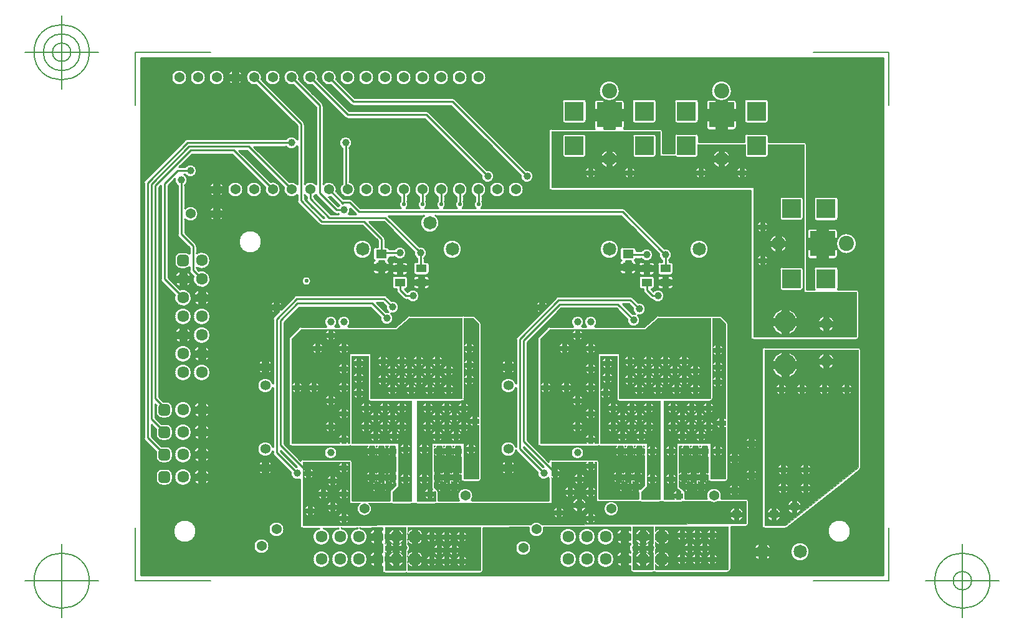
<source format=gbr>
G04 Generated by Ultiboard 13.0 *
%FSLAX25Y25*%
%MOIN*%

%ADD10C,0.00001*%
%ADD11C,0.00005*%
%ADD12C,0.01000*%
%ADD13C,0.00500*%
%ADD14C,0.05400*%
%ADD15C,0.03937*%
%ADD16R,0.05512X0.04134*%
%ADD17C,0.07166*%
%ADD18R,0.05709X0.04528*%
%ADD19C,0.06334*%
%ADD20R,0.02083X0.02083*%
%ADD21C,0.03917*%
%ADD22C,0.05337*%
%ADD23C,0.07306*%
%ADD24C,0.08093*%
%ADD25R,0.13211X0.13211*%
%ADD26R,0.10000X0.10000*%
%ADD27C,0.06518*%
%ADD28C,0.02100*%
%ADD29C,0.11811*%


G04 ColorRGB 0000FF for the following layer *
%LNCopper Bottom*%
%LPD*%
G54D10*
G36*
X1507Y1507D02*
X1507Y1507D01*
X398493Y1507D01*
X398493Y278493D01*
X1507Y278493D01*
X1507Y1507D01*
D02*
G37*
%LPC*%
G36*
X2990Y211655D02*
G75*
D01*
G02X3579Y213078I2010J1*
G01*
X3579Y213078D01*
X24922Y234421D01*
G75*
D01*
G02X26343Y235010I1421J-1420*
G01*
X26343Y235010D01*
X79173Y235010D01*
G75*
D01*
G02X84990Y234757I2827J-2009*
G01*
X84990Y234757D01*
X84990Y242168D01*
X63187Y263971D01*
G75*
D01*
G02X66029Y266813I-1187J4029*
G01*
X66029Y266813D01*
X88419Y244423D01*
G74*
D01*
G02X89010Y243000I1418J1423*
G01*
X89010Y243000D01*
X89010Y210949D01*
G75*
D01*
G02X94990Y210949I2990J-2948*
G01*
X94990Y210949D01*
X94990Y252168D01*
X92981Y254177D01*
X92981Y254177D01*
X83187Y263971D01*
G75*
D01*
G02X86029Y266813I-1187J4029*
G01*
X86029Y266813D01*
X90664Y262179D01*
X92981Y259861D01*
X98419Y254423D01*
G74*
D01*
G02X99010Y253000I1418J1423*
G01*
X99010Y253000D01*
X99010Y210949D01*
G75*
D01*
G02X106029Y206813I2992J-2946*
G01*
X106029Y206813D01*
X109832Y203010D01*
X113000Y203010D01*
G74*
D01*
G02X114423Y202419I1J2010*
G01*
X114423Y202419D01*
X118832Y198010D01*
X140406Y198010D01*
G75*
D01*
G02X139990Y201570I1592J1990*
G01*
X139990Y201570D01*
X139990Y204312D01*
G75*
D01*
G02X144010Y204312I2010J3688*
G01*
X144010Y204312D01*
X144010Y201570D01*
G75*
D01*
G02X143594Y198010I-2010J-1569*
G01*
X143594Y198010D01*
X150406Y198010D01*
G75*
D01*
G02X149990Y201570I1592J1990*
G01*
X149990Y201570D01*
X149990Y204312D01*
G75*
D01*
G02X154010Y204312I2010J3688*
G01*
X154010Y204312D01*
X154010Y201570D01*
G75*
D01*
G02X153594Y198010I-2010J-1569*
G01*
X153594Y198010D01*
X160406Y198010D01*
G75*
D01*
G02X159990Y201570I1592J1990*
G01*
X159990Y201570D01*
X159990Y204312D01*
G75*
D01*
G02X164010Y204312I2010J3688*
G01*
X164010Y204312D01*
X164010Y201570D01*
G75*
D01*
G02X163594Y198010I-2010J-1569*
G01*
X163594Y198010D01*
X170406Y198010D01*
G75*
D01*
G02X169990Y201570I1592J1990*
G01*
X169990Y201570D01*
X169990Y204312D01*
G75*
D01*
G02X174010Y204312I2010J3688*
G01*
X174010Y204312D01*
X174010Y201570D01*
G75*
D01*
G02X173594Y198010I-2010J-1569*
G01*
X173594Y198010D01*
X180406Y198010D01*
G75*
D01*
G02X179990Y201570I1592J1990*
G01*
X179990Y201570D01*
X179990Y204312D01*
G75*
D01*
G02X184010Y204312I2010J3688*
G01*
X184010Y204312D01*
X184010Y201570D01*
G75*
D01*
G02X183594Y198010I-2010J-1569*
G01*
X183594Y198010D01*
X259000Y198010D01*
G74*
D01*
G02X260423Y197419I1J2010*
G01*
X260423Y197419D01*
X270373Y187469D01*
X281422Y176420D01*
G75*
D01*
G02X284010Y170173I581J-3419*
G01*
X284010Y170173D01*
X284010Y169314D01*
X284756Y169314D01*
G74*
D01*
G02X286263Y167807I0J1507*
G01*
X286263Y167807D01*
X286263Y163673D01*
G75*
D01*
G02X284756Y162166I-1507J0*
G01*
X284756Y162166D01*
X279244Y162166D01*
G75*
D01*
G02X277737Y163673I0J1507*
G01*
X277737Y163673D01*
X277737Y167807D01*
G75*
D01*
G02X279244Y169314I1507J0*
G01*
X279244Y169314D01*
X279990Y169314D01*
X279990Y170173D01*
G75*
D01*
G02X278580Y173578I2009J2827*
G01*
X278580Y173578D01*
X264689Y187469D01*
X258168Y193990D01*
X159149Y193990D01*
G75*
D01*
G02X152851Y193990I-3149J-3989*
G01*
X152851Y193990D01*
X133852Y193990D01*
X140373Y187469D01*
X150422Y177420D01*
G75*
D01*
G02X153010Y171173I581J-3419*
G01*
X153010Y171173D01*
X153010Y169314D01*
X154256Y169314D01*
G74*
D01*
G02X155763Y167807I0J1507*
G01*
X155763Y167807D01*
X155763Y163673D01*
G75*
D01*
G02X154256Y162166I-1507J0*
G01*
X154256Y162166D01*
X148744Y162166D01*
G75*
D01*
G02X147237Y163673I0J1507*
G01*
X147237Y163673D01*
X147237Y167807D01*
G75*
D01*
G02X148744Y169314I1507J0*
G01*
X148744Y169314D01*
X148990Y169314D01*
X148990Y171173D01*
G75*
D01*
G02X147580Y174578I2009J2827*
G01*
X147580Y174578D01*
X134689Y187469D01*
X131368Y190790D01*
X123595Y190790D01*
X126916Y187469D01*
X131419Y182967D01*
G74*
D01*
G02X132010Y181543I1419J1424*
G01*
X132010Y181543D01*
X132010Y177314D01*
X132854Y177314D01*
G74*
D01*
G02X134348Y176010I1J1507*
G01*
X134348Y176010D01*
X137173Y176010D01*
G75*
D01*
G02X137173Y171990I2826J-2010*
G01*
X137173Y171990D01*
X134362Y171990D01*
X134362Y171280D01*
G75*
D01*
G02X133651Y170000I-1508J0*
G01*
G74*
D01*
G02X134362Y168720I796J1280*
G01*
X134362Y168720D01*
X134362Y167794D01*
X131337Y167794D01*
X131337Y169772D01*
X128663Y169772D01*
X128663Y167794D01*
X125638Y167794D01*
X125638Y168720D01*
G74*
D01*
G02X126349Y170000I1508J0*
G01*
G75*
D01*
G02X125638Y171280I796J1280*
G01*
X125638Y171280D01*
X125638Y175807D01*
G75*
D01*
G02X127146Y177314I1508J-1*
G01*
X127146Y177314D01*
X127990Y177314D01*
X127990Y180711D01*
X119911Y188790D01*
X98200Y188790D01*
G75*
D01*
G02X98183Y188790I-8J2010*
G01*
G74*
D01*
G02X96779Y189379I18J2010*
G01*
X96779Y189379D01*
X92981Y193177D01*
X92981Y193177D01*
X85579Y200579D01*
G75*
D01*
G02X84990Y202004I1420J1421*
G01*
X84990Y202004D01*
X84990Y205051D01*
G75*
D01*
G02X77971Y209187I-2992J2946*
G01*
X77971Y209187D01*
X58168Y228990D01*
X53852Y228990D01*
X70813Y212029D01*
G75*
D01*
G02X67971Y209187I1187J-4029*
G01*
X67971Y209187D01*
X50168Y226990D01*
X28832Y226990D01*
X21852Y220010D01*
X25173Y220010D01*
G75*
D01*
G02X25173Y215990I2826J-2010*
G01*
X25173Y215990D01*
X24757Y215990D01*
G75*
D01*
G02X25010Y210173I-1756J-2990*
G01*
X25010Y210173D01*
X25010Y197949D01*
G75*
D01*
G02X25010Y192051I2989J-2949*
G01*
X25010Y192051D01*
X25010Y184832D01*
X30754Y179088D01*
G75*
D01*
G02X31343Y177666I-1420J-1421*
G01*
X31343Y177666D01*
X31343Y173837D01*
G75*
D01*
G02X31343Y166163I2657J-3837*
G01*
X31343Y166163D01*
X31343Y165499D01*
X32443Y164399D01*
G75*
D01*
G02X29601Y161557I1557J-4399*
G01*
X29601Y161557D01*
X27914Y163244D01*
G74*
D01*
G02X27323Y164667I1418J1423*
G01*
X27323Y164667D01*
X27323Y166337D01*
G74*
D01*
G02X25042Y165483I2282J2621*
G01*
X25042Y165483D01*
X22959Y165483D01*
G75*
D01*
G02X19483Y168959I0J3476*
G01*
X19483Y168959D01*
X19483Y171042D01*
G75*
D01*
G02X22959Y174517I3476J-1*
G01*
X22959Y174517D01*
X25042Y174517D01*
G74*
D01*
G02X27323Y173663I1J3475*
G01*
X27323Y173663D01*
X27323Y176835D01*
X21579Y182579D01*
G75*
D01*
G02X20990Y184003I1420J1421*
G01*
X20990Y184003D01*
X20990Y210173D01*
G75*
D01*
G02X19620Y213778I2009J2826*
G01*
X19620Y213778D01*
X16010Y210168D01*
X16010Y160832D01*
X22443Y154399D01*
G75*
D01*
G02X19601Y151557I1557J-4399*
G01*
X19601Y151557D01*
X12579Y158579D01*
G75*
D01*
G02X11990Y160005I1420J1421*
G01*
X11990Y160005D01*
X11990Y210148D01*
X11010Y209168D01*
X11010Y96832D01*
X13325Y94517D01*
X15042Y94517D01*
G74*
D01*
G02X18517Y91042I0J3475*
G01*
X18517Y91042D01*
X18517Y88959D01*
G75*
D01*
G02X15042Y85483I-3475J-1*
G01*
X15042Y85483D01*
X12959Y85483D01*
G75*
D01*
G02X9483Y88959I0J3476*
G01*
X9483Y88959D01*
X9483Y91042D01*
G74*
D01*
G02X9759Y92399I3476J0*
G01*
X9759Y92399D01*
X9177Y92981D01*
X9010Y93148D01*
X9010Y85832D01*
X12375Y82467D01*
G75*
D01*
G02X12959Y82517I587J-3424*
G01*
X12959Y82517D01*
X15042Y82517D01*
G74*
D01*
G02X18517Y79042I0J3475*
G01*
X18517Y79042D01*
X18517Y76959D01*
G75*
D01*
G02X15042Y73483I-3475J-1*
G01*
X15042Y73483D01*
X12959Y73483D01*
G75*
D01*
G02X9483Y76959I0J3476*
G01*
X9483Y76959D01*
X9483Y79042D01*
G74*
D01*
G02X9533Y79625I3476J4*
G01*
X9533Y79625D01*
X7010Y82148D01*
X7010Y75832D01*
X12375Y70467D01*
G75*
D01*
G02X12959Y70517I587J-3424*
G01*
X12959Y70517D01*
X15042Y70517D01*
G74*
D01*
G02X18517Y67042I0J3475*
G01*
X18517Y67042D01*
X18517Y64959D01*
G75*
D01*
G02X15042Y61483I-3475J-1*
G01*
X15042Y61483D01*
X12959Y61483D01*
G75*
D01*
G02X9483Y64959I0J3476*
G01*
X9483Y64959D01*
X9483Y67042D01*
G74*
D01*
G02X9533Y67625I3476J4*
G01*
X9533Y67625D01*
X3579Y73579D01*
G75*
D01*
G02X2990Y75005I1420J1421*
G01*
X2990Y75005D01*
X2990Y211655D01*
D02*
G37*
G36*
X32345Y94364D02*
X32345Y94364D01*
X32345Y91655D01*
X29636Y91655D01*
G74*
D01*
G02X32345Y94364I4364J1655*
G01*
D02*
G37*
G36*
X35655Y94364D02*
G74*
D01*
G02X38364Y91655I1655J4364*
G01*
X38364Y91655D01*
X35655Y91655D01*
X35655Y94364D01*
D02*
G37*
G36*
X96868Y26528D02*
X96868Y26528D01*
X92981Y26511D01*
X92981Y26511D01*
X88007Y26490D01*
X88000Y26490D01*
G75*
D01*
G02X86490Y28004I0J1510*
G01*
X86490Y28004D01*
X86490Y52868D01*
G75*
D01*
G02X81580Y56578I-1491J3131*
G01*
X81580Y56578D01*
X72579Y65579D01*
G75*
D01*
G02X71990Y67003I1420J1421*
G01*
X71990Y67003D01*
X71990Y67794D01*
G75*
D01*
G02X71990Y70206I-3990J1206*
G01*
X71990Y70206D01*
X71990Y101794D01*
G75*
D01*
G02X71990Y104206I-3990J1206*
G01*
X71990Y104206D01*
X71990Y138576D01*
G75*
D01*
G02X72579Y139999I2010J1*
G01*
X72579Y139999D01*
X75230Y142650D01*
X75230Y143770D01*
X76350Y143770D01*
X83501Y150921D01*
G75*
D01*
G02X84923Y151510I1421J-1420*
G01*
X84923Y151510D01*
X131500Y151510D01*
G74*
D01*
G02X132923Y150919I1J2010*
G01*
X132923Y150919D01*
X135422Y148420D01*
G75*
D01*
G02X135290Y141605I575J-3420*
G01*
G75*
D01*
G02X129580Y139578I-2290J-2604*
G01*
X129580Y139578D01*
X124168Y144990D01*
X86082Y144990D01*
X78010Y136918D01*
X78010Y71832D01*
X86856Y62986D01*
G75*
D01*
G02X88000Y63510I1144J-986*
G01*
X88000Y63510D01*
X113000Y63510D01*
G74*
D01*
G02X114510Y62000I0J1510*
G01*
X114510Y62000D01*
X114510Y41510D01*
X134490Y41510D01*
X134490Y45997D01*
G75*
D01*
G02X134932Y47068I1510J4*
G01*
X134932Y47068D01*
X135230Y47365D01*
X135230Y47770D01*
X135635Y47770D01*
X137490Y49625D01*
X137490Y50868D01*
G74*
D01*
G02X137230Y50757I1491J3131*
G01*
X137230Y50757D01*
X137230Y52770D01*
X137490Y52770D01*
X137490Y55230D01*
X137230Y55230D01*
X137230Y57243D01*
G74*
D01*
G02X137490Y57132I1231J3242*
G01*
X137490Y57132D01*
X137490Y64868D01*
G74*
D01*
G02X137230Y64757I1491J3131*
G01*
X137230Y64757D01*
X137230Y66770D01*
X137490Y66770D01*
X137490Y69230D01*
X137230Y69230D01*
X137230Y70490D01*
X134770Y70490D01*
X134770Y69230D01*
X131230Y69230D01*
X131230Y70490D01*
X128770Y70490D01*
X128770Y69230D01*
X126230Y69230D01*
X126230Y70490D01*
X123770Y70490D01*
X123770Y69230D01*
X121757Y69230D01*
G74*
D01*
G02X122586Y70490I3242J1231*
G01*
X122586Y70490D01*
X114000Y70490D01*
G75*
D01*
G02X113500Y70575I-1J1510*
G01*
G74*
D01*
G02X113000Y70490I499J1425*
G01*
X113000Y70490D01*
X82000Y70490D01*
G75*
D01*
G02X80490Y72000I0J1510*
G01*
X80490Y72000D01*
X80490Y127997D01*
G75*
D01*
G02X80932Y129068I1510J4*
G01*
X80932Y129068D01*
X85932Y134068D01*
G75*
D01*
G02X87002Y134510I1067J-1068*
G01*
X87002Y134510D01*
X100586Y134510D01*
G75*
D01*
G02X105414Y134510I2414J2490*
G01*
X105414Y134510D01*
X107586Y134510D01*
G75*
D01*
G02X112414Y134510I2414J2490*
G01*
X112414Y134510D01*
X137441Y134510D01*
X144017Y140146D01*
G75*
D01*
G02X145003Y140510I983J-1145*
G01*
X145003Y140510D01*
X173000Y140510D01*
G74*
D01*
G02X173500Y140425I1J1510*
G01*
G75*
D01*
G02X174000Y140510I499J-1425*
G01*
X174000Y140510D01*
X179000Y140510D01*
G74*
D01*
G02X180070Y140066I1J1510*
G01*
X180070Y140066D01*
X183066Y137070D01*
G74*
D01*
G02X183510Y136000I1066J1069*
G01*
X183510Y136000D01*
X183510Y53000D01*
G75*
D01*
G02X182000Y51490I-1510J0*
G01*
X182000Y51490D01*
X174000Y51490D01*
G75*
D01*
G02X172849Y52022I-1J1510*
G01*
G74*
D01*
G02X171806Y51039I2849J1978*
G01*
G74*
D01*
G02X172243Y50230I2806J2038*
G01*
X172243Y50230D01*
X170230Y50230D01*
X170230Y52243D01*
G74*
D01*
G02X171230Y51657I1229J3243*
G01*
X171230Y51657D01*
X171230Y52770D01*
X172508Y52770D01*
G75*
D01*
G02X172490Y53000I1491J232*
G01*
X172490Y53000D01*
X172490Y55230D01*
X171230Y55230D01*
X171230Y57243D01*
G74*
D01*
G02X172490Y56414I1231J3242*
G01*
X172490Y56414D01*
X172490Y64868D01*
G74*
D01*
G02X172230Y64757I1491J3131*
G01*
X172230Y64757D01*
X172230Y66770D01*
X172490Y66770D01*
X172490Y69230D01*
X172230Y69230D01*
X172230Y70490D01*
X169770Y70490D01*
X169770Y69230D01*
X167230Y69230D01*
X167230Y70490D01*
X164770Y70490D01*
X164770Y69230D01*
X162230Y69230D01*
X162230Y70490D01*
X159770Y70490D01*
X159770Y69230D01*
X158510Y69230D01*
X158510Y66770D01*
X159770Y66770D01*
X159770Y64757D01*
G74*
D01*
G02X158510Y65586I1231J3242*
G01*
X158510Y65586D01*
X158510Y57132D01*
G74*
D01*
G02X158770Y57243I1491J3131*
G01*
X158770Y57243D01*
X158770Y55230D01*
X158510Y55230D01*
X158510Y52770D01*
X158770Y52770D01*
X158770Y50757D01*
G74*
D01*
G02X158510Y50868I1231J3242*
G01*
X158510Y50868D01*
X158510Y48625D01*
X160066Y47070D01*
G74*
D01*
G02X160510Y46000I1066J1069*
G01*
X160510Y46000D01*
X160510Y41510D01*
X171618Y41510D01*
G75*
D01*
G02X178382Y41510I3382J2489*
G01*
X178382Y41510D01*
X219490Y41510D01*
X219490Y53586D01*
G75*
D01*
G02X213580Y56578I-2491J2413*
G01*
X213580Y56578D01*
X202579Y67579D01*
G74*
D01*
G02X202111Y68313I1420J1421*
G01*
G75*
D01*
G02X201990Y70206I-4111J688*
G01*
X201990Y70206D01*
X201990Y101794D01*
G75*
D01*
G02X201990Y104206I-3990J1206*
G01*
X201990Y104206D01*
X201990Y127825D01*
G75*
D01*
G02X202579Y129250I2010J3*
G01*
X202579Y129250D01*
X223543Y150214D01*
G75*
D01*
G02X224967Y150803I1421J-1420*
G01*
X224967Y150803D01*
X263207Y150803D01*
G74*
D01*
G02X264631Y150212I0J2010*
G01*
X264631Y150212D01*
X267422Y147420D01*
G75*
D01*
G02X267290Y140605I575J-3420*
G01*
G75*
D01*
G02X261580Y138578I-2290J-2604*
G01*
X261580Y138578D01*
X255699Y144459D01*
X226301Y144459D01*
X208010Y126168D01*
X208010Y73832D01*
X219524Y62318D01*
G75*
D01*
G02X221000Y63510I1475J-317*
G01*
X221000Y63510D01*
X245000Y63510D01*
G74*
D01*
G02X246510Y62000I0J1510*
G01*
X246510Y62000D01*
X246510Y42510D01*
X267490Y42510D01*
X267490Y45868D01*
G74*
D01*
G02X267230Y45757I1491J3131*
G01*
X267230Y45757D01*
X267230Y47770D01*
X268635Y47770D01*
X270490Y49625D01*
X270490Y65586D01*
G74*
D01*
G02X269230Y64757I2491J2413*
G01*
X269230Y64757D01*
X269230Y66770D01*
X270490Y66770D01*
X270490Y69230D01*
X269230Y69230D01*
X269230Y70490D01*
X266770Y70490D01*
X266770Y69230D01*
X264230Y69230D01*
X264230Y70490D01*
X261770Y70490D01*
X261770Y69230D01*
X259230Y69230D01*
X259230Y70490D01*
X256770Y70490D01*
X256770Y69230D01*
X254757Y69230D01*
G74*
D01*
G02X255586Y70490I3242J1231*
G01*
X255586Y70490D01*
X247000Y70490D01*
G75*
D01*
G02X246500Y70575I-1J1510*
G01*
G74*
D01*
G02X246000Y70490I499J1425*
G01*
X246000Y70490D01*
X215000Y70490D01*
G75*
D01*
G02X213490Y72000I0J1510*
G01*
X213490Y72000D01*
X213490Y127997D01*
G75*
D01*
G02X213932Y129068I1510J4*
G01*
X213932Y129068D01*
X218932Y134068D01*
G75*
D01*
G02X220002Y134510I1067J-1068*
G01*
X220002Y134510D01*
X232586Y134510D01*
G75*
D01*
G02X237414Y134510I2414J2490*
G01*
X237414Y134510D01*
X239586Y134510D01*
G75*
D01*
G02X244414Y134510I2414J2490*
G01*
X244414Y134510D01*
X270441Y134510D01*
X277017Y140146D01*
G75*
D01*
G02X278003Y140510I983J-1145*
G01*
X278003Y140510D01*
X311000Y140510D01*
G74*
D01*
G02X312070Y140066I1J1510*
G01*
X312070Y140066D01*
X315066Y137070D01*
G74*
D01*
G02X315510Y136000I1066J1069*
G01*
X315510Y136000D01*
X315510Y53000D01*
G75*
D01*
G02X314000Y51490I-1510J0*
G01*
X314000Y51490D01*
X306000Y51490D01*
G75*
D01*
G02X304849Y52022I-1J1510*
G01*
G74*
D01*
G02X303806Y51039I2849J1978*
G01*
G74*
D01*
G02X304243Y50230I2806J2038*
G01*
X304243Y50230D01*
X302230Y50230D01*
X302230Y52243D01*
G74*
D01*
G02X303230Y51657I1229J3243*
G01*
X303230Y51657D01*
X303230Y52770D01*
X304508Y52770D01*
G75*
D01*
G02X304490Y53000I1491J232*
G01*
X304490Y53000D01*
X304490Y55230D01*
X303230Y55230D01*
X303230Y57243D01*
G74*
D01*
G02X304490Y56414I1231J3242*
G01*
X304490Y56414D01*
X304490Y64868D01*
G74*
D01*
G02X304230Y64757I1491J3131*
G01*
X304230Y64757D01*
X304230Y66770D01*
X304490Y66770D01*
X304490Y69230D01*
X304230Y69230D01*
X304230Y70490D01*
X301770Y70490D01*
X301770Y69230D01*
X299230Y69230D01*
X299230Y70490D01*
X296770Y70490D01*
X296770Y69230D01*
X294230Y69230D01*
X294230Y70490D01*
X291770Y70490D01*
X291770Y69230D01*
X289757Y69230D01*
G74*
D01*
G02X290586Y70490I3242J1231*
G01*
X290586Y70490D01*
X289510Y70490D01*
X289510Y56414D01*
G74*
D01*
G02X290770Y57243I2491J2413*
G01*
X290770Y57243D01*
X290770Y55230D01*
X289510Y55230D01*
X289510Y52770D01*
X290770Y52770D01*
X290770Y50757D01*
G74*
D01*
G02X289510Y51586I1231J3242*
G01*
X289510Y51586D01*
X289510Y48808D01*
X291835Y47258D01*
G74*
D01*
G02X292510Y46000I834J1258*
G01*
X292510Y46000D01*
X292510Y42510D01*
X304073Y42510D01*
G75*
D01*
G02X311927Y42510I3927J1490*
G01*
X311927Y42510D01*
X325000Y42510D01*
G74*
D01*
G02X326510Y41000I0J1510*
G01*
X326510Y41000D01*
X326510Y29000D01*
G75*
D01*
G02X325006Y27490I-1510J0*
G01*
X325006Y27490D01*
X317010Y27457D01*
X317010Y4500D01*
G75*
D01*
G02X315500Y2990I-1510J0*
G01*
X315500Y2990D01*
X276500Y2990D01*
G75*
D01*
G02X276000Y3075I-1J1510*
G01*
G74*
D01*
G02X275500Y2990I499J1425*
G01*
X275500Y2990D01*
X264500Y2990D01*
G75*
D01*
G02X262990Y4500I0J1510*
G01*
X262990Y4500D01*
X262990Y6417D01*
G74*
D01*
G02X261655Y5636I2991J3581*
G01*
X261655Y5636D01*
X261655Y8345D01*
X262990Y8345D01*
X262990Y11655D01*
X261655Y11655D01*
X261655Y14364D01*
G74*
D01*
G02X262990Y13583I1657J4363*
G01*
X262990Y13583D01*
X262990Y14276D01*
G75*
D01*
G02X262990Y17724I3009J1724*
G01*
X262990Y17724D01*
X262990Y18417D01*
G74*
D01*
G02X261655Y17636I2991J3581*
G01*
X261655Y17636D01*
X261655Y20345D01*
X262990Y20345D01*
X262990Y23655D01*
X261655Y23655D01*
X261655Y26364D01*
G74*
D01*
G02X262990Y25583I1657J4363*
G01*
X262990Y25583D01*
X262990Y27229D01*
X217071Y27035D01*
G75*
D01*
G02X208921Y27000I-4071J-1034*
G01*
X208921Y27000D01*
X187469Y26910D01*
X187469Y26910D01*
X184510Y26897D01*
X184510Y4000D01*
G75*
D01*
G02X183000Y2490I-1510J0*
G01*
X183000Y2490D01*
X144000Y2490D01*
G75*
D01*
G02X143500Y2575I-1J1510*
G01*
G74*
D01*
G02X143000Y2490I499J1425*
G01*
X143000Y2490D01*
X132000Y2490D01*
G75*
D01*
G02X130490Y4000I0J1510*
G01*
X130490Y4000D01*
X130490Y6053D01*
G74*
D01*
G02X129655Y5636I2492J3945*
G01*
X129655Y5636D01*
X129655Y8345D01*
X130490Y8345D01*
X130490Y11655D01*
X129655Y11655D01*
X129655Y14364D01*
G74*
D01*
G02X130490Y13947I1657J4363*
G01*
X130490Y13947D01*
X130490Y18053D01*
G74*
D01*
G02X129655Y17636I2492J3945*
G01*
X129655Y17636D01*
X129655Y20345D01*
X130490Y20345D01*
X130490Y23655D01*
X129655Y23655D01*
X129655Y26364D01*
G74*
D01*
G02X130490Y25947I1657J4363*
G01*
X130490Y25947D01*
X130490Y26670D01*
X118663Y26620D01*
G75*
D01*
G02X117298Y26614I-662J-4620*
G01*
X117298Y26614D01*
X108905Y26578D01*
G75*
D01*
G02X107056Y26571I-907J-4577*
G01*
X107056Y26571D01*
X99094Y26537D01*
G75*
D01*
G02X96868Y26528I-1095J-4537*
G01*
D02*
G37*
G36*
X27591Y92981D02*
G75*
D01*
G02X27591Y92981I-3591J-2981*
G01*
D02*
G37*
G36*
X93187Y263971D02*
G75*
D01*
G02X96029Y266813I-1187J4029*
G01*
X96029Y266813D01*
X112832Y250010D01*
X154000Y250010D01*
G74*
D01*
G02X155423Y249419I1J2010*
G01*
X155423Y249419D01*
X186422Y218420D01*
G75*
D01*
G02X183580Y215578I578J-3420*
G01*
X183580Y215578D01*
X153168Y245990D01*
X112000Y245990D01*
G75*
D01*
G02X111530Y246046I1J2010*
G01*
G74*
D01*
G02X110579Y246579I470J1953*
G01*
X110579Y246579D01*
X93187Y263971D01*
D02*
G37*
G36*
X376446Y260978D02*
G75*
D01*
G02X376446Y260978I-1446J-5978*
G01*
D02*
G37*
G36*
X376446Y19022D02*
G75*
D01*
G02X376446Y19022I-1446J5978*
G01*
D02*
G37*
G36*
X386510Y122000D02*
X386510Y122000D01*
X386510Y59000D01*
G75*
D01*
G02X385937Y57816I-1510J0*
G01*
X385937Y57816D01*
X376446Y50272D01*
X376445Y50272D01*
X346942Y26820D01*
G74*
D01*
G02X346224Y26507I941J1179*
G01*
G75*
D01*
G02X345999Y26490I-226J1492*
G01*
X345999Y26490D01*
X335000Y26490D01*
G75*
D01*
G02X333490Y28000I0J1510*
G01*
X333490Y28000D01*
X333490Y122000D01*
G75*
D01*
G02X335000Y123510I1510J0*
G01*
X335000Y123510D01*
X385000Y123510D01*
G74*
D01*
G02X386510Y122000I0J1510*
G01*
D02*
G37*
G36*
X283592Y187469D02*
G75*
D01*
G02X283592Y187469I4408J2531*
G01*
D02*
G37*
G36*
X374113Y181973D02*
G75*
D01*
G02X374113Y176027I4682J-2973*
G01*
X374113Y176027D01*
X374113Y172394D01*
G75*
D01*
G02X372606Y170887I-1507J0*
G01*
X372606Y170887D01*
X368877Y170887D01*
X368877Y176123D01*
X374053Y176123D01*
G75*
D01*
G02X374053Y181877I4741J2877*
G01*
X374053Y181877D01*
X368877Y181877D01*
X368877Y187113D01*
X372606Y187113D01*
G74*
D01*
G02X374113Y185606I0J1507*
G01*
X374113Y185606D01*
X374113Y181973D01*
D02*
G37*
G36*
X384000Y154510D02*
G74*
D01*
G02X385510Y153000I0J1510*
G01*
X385510Y153000D01*
X385510Y129000D01*
G75*
D01*
G02X384000Y127490I-1510J0*
G01*
X384000Y127490D01*
X329000Y127490D01*
G75*
D01*
G02X327490Y129000I0J1510*
G01*
X327490Y129000D01*
X327490Y207490D01*
X221000Y207490D01*
G75*
D01*
G02X219490Y209000I0J1510*
G01*
X219490Y209000D01*
X219490Y239000D01*
G75*
D01*
G02X221000Y240510I1510J0*
G01*
X221000Y240510D01*
X244174Y240510D01*
G75*
D01*
G02X243887Y241394I1219J884*
G01*
X243887Y241394D01*
X243887Y245123D01*
X249123Y245123D01*
X249123Y240510D01*
X254877Y240510D01*
X254877Y245123D01*
X260113Y245123D01*
X260113Y241394D01*
G75*
D01*
G02X259826Y240510I-1507J1*
G01*
X259826Y240510D01*
X279000Y240510D01*
G74*
D01*
G02X280510Y239000I0J1510*
G01*
X280510Y239000D01*
X280510Y227510D01*
X286792Y227510D01*
X286792Y236465D01*
G75*
D01*
G02X288299Y237972I1507J0*
G01*
X288299Y237972D01*
X298299Y237972D01*
G74*
D01*
G02X299806Y236465I0J1507*
G01*
X299806Y236465D01*
X299806Y233510D01*
X324194Y233510D01*
X324194Y236465D01*
G75*
D01*
G02X325701Y237972I1507J0*
G01*
X325701Y237972D01*
X335701Y237972D01*
G74*
D01*
G02X337208Y236465I0J1507*
G01*
X337208Y236465D01*
X337208Y233510D01*
X356000Y233510D01*
G74*
D01*
G02X357510Y232000I0J1510*
G01*
X357510Y232000D01*
X357510Y154510D01*
X361685Y154510D01*
G75*
D01*
G02X361461Y155299I1283J791*
G01*
X361461Y155299D01*
X361461Y165299D01*
G75*
D01*
G02X362969Y166806I1508J-1*
G01*
X362969Y166806D01*
X372969Y166806D01*
G74*
D01*
G02X374476Y165299I0J1507*
G01*
X374476Y165299D01*
X374476Y155299D01*
G75*
D01*
G02X374252Y154510I-1507J2*
G01*
X374252Y154510D01*
X384000Y154510D01*
D02*
G37*
G36*
X207422Y218420D02*
G75*
D01*
G02X204580Y215578I578J-3420*
G01*
X204580Y215578D01*
X187469Y232689D01*
X167168Y252990D01*
X115002Y252990D01*
G75*
D01*
G02X113579Y253579I-1J2010*
G01*
X113579Y253579D01*
X103187Y263971D01*
G75*
D01*
G02X106029Y266813I-1187J4029*
G01*
X106029Y266813D01*
X115832Y257010D01*
X168000Y257010D01*
G74*
D01*
G02X169423Y256419I1J2010*
G01*
X169423Y256419D01*
X187469Y238373D01*
X207422Y218420D01*
D02*
G37*
G36*
X357887Y172394D02*
X357887Y172394D01*
X357887Y176123D01*
X363123Y176123D01*
X363123Y170887D01*
X359394Y170887D01*
G75*
D01*
G02X357887Y172394I0J1507*
G01*
D02*
G37*
G36*
X367582Y174669D02*
G75*
D01*
G02X366000Y173087I-1582J0*
G01*
G75*
D01*
G02X364418Y174669I0J1582*
G01*
X364418Y174669D01*
X364418Y183331D01*
G75*
D01*
G02X366000Y184913I1582J0*
G01*
G74*
D01*
G02X367582Y183331I0J1582*
G01*
X367582Y183331D01*
X367582Y174669D01*
D02*
G37*
G36*
X359394Y187113D02*
X359394Y187113D01*
X363123Y187113D01*
X363123Y181877D01*
X357887Y181877D01*
X357887Y185606D01*
G75*
D01*
G02X359394Y187113I1507J0*
G01*
D02*
G37*
G36*
X126770Y45757D02*
G74*
D01*
G02X124757Y47770I1230J3243*
G01*
X124757Y47770D01*
X126770Y47770D01*
X126770Y45757D01*
D02*
G37*
G36*
X132770Y45757D02*
G74*
D01*
G02X131000Y47259I1229J3243*
G01*
G74*
D01*
G02X129230Y45757I2999J1741*
G01*
X129230Y45757D01*
X129230Y47770D01*
X132770Y47770D01*
X132770Y45757D01*
D02*
G37*
G36*
X123819Y54000D02*
G75*
D01*
G02X123819Y54000I1181J0*
G01*
D02*
G37*
G36*
X127500Y51596D02*
G74*
D01*
G02X126770Y51017I2501J2403*
G01*
X126770Y51017D01*
X126770Y50230D01*
X124757Y50230D01*
G74*
D01*
G02X126230Y51983I3243J1229*
G01*
X126230Y51983D01*
X126230Y52770D01*
X128770Y52770D01*
X128770Y50757D01*
G74*
D01*
G02X127500Y51596I1230J3243*
G01*
D02*
G37*
G36*
X123770Y50757D02*
G74*
D01*
G02X121757Y52770I1230J3243*
G01*
X121757Y52770D01*
X123770Y52770D01*
X123770Y50757D01*
D02*
G37*
G36*
X131000Y50741D02*
G74*
D01*
G02X131230Y51087I2998J1743*
G01*
X131230Y51087D01*
X131230Y52770D01*
X134770Y52770D01*
X134770Y50757D01*
G74*
D01*
G02X133000Y52259I1229J3243*
G01*
G74*
D01*
G02X132770Y51913I2998J1743*
G01*
X132770Y51913D01*
X132770Y50230D01*
X129230Y50230D01*
X129230Y52243D01*
G74*
D01*
G02X131000Y50741I1229J3243*
G01*
D02*
G37*
G36*
X128819Y54000D02*
G75*
D01*
G02X128819Y54000I1181J0*
G01*
D02*
G37*
G36*
X132819Y49000D02*
G75*
D01*
G02X132819Y49000I1181J0*
G01*
D02*
G37*
G36*
X126819Y49000D02*
G75*
D01*
G02X126819Y49000I1181J0*
G01*
D02*
G37*
G36*
X134819Y54000D02*
G75*
D01*
G02X134819Y54000I1181J0*
G01*
D02*
G37*
G36*
X135230Y52243D02*
G74*
D01*
G02X137243Y50230I1230J3243*
G01*
X137243Y50230D01*
X135230Y50230D01*
X135230Y52243D01*
D02*
G37*
G36*
X121757Y55230D02*
G74*
D01*
G02X123770Y57243I3243J1230*
G01*
X123770Y57243D01*
X123770Y55230D01*
X121757Y55230D01*
D02*
G37*
G36*
X131230Y57243D02*
G74*
D01*
G02X133000Y55741I1229J3243*
G01*
G74*
D01*
G02X134770Y57243I2999J1741*
G01*
X134770Y57243D01*
X134770Y55230D01*
X131230Y55230D01*
X131230Y57243D01*
D02*
G37*
G36*
X126230Y57243D02*
G74*
D01*
G02X127500Y56404I1230J3243*
G01*
G74*
D01*
G02X128770Y57243I2500J2404*
G01*
X128770Y57243D01*
X128770Y55230D01*
X126230Y55230D01*
X126230Y57243D01*
D02*
G37*
G36*
X123819Y68000D02*
G75*
D01*
G02X123819Y68000I1181J0*
G01*
D02*
G37*
G36*
X123770Y64757D02*
G74*
D01*
G02X121757Y66770I1230J3243*
G01*
X121757Y66770D01*
X123770Y66770D01*
X123770Y64757D01*
D02*
G37*
G36*
X134770Y64757D02*
G74*
D01*
G02X133000Y66259I1229J3243*
G01*
G74*
D01*
G02X131230Y64757I2999J1741*
G01*
X131230Y64757D01*
X131230Y66770D01*
X134770Y66770D01*
X134770Y64757D01*
D02*
G37*
G36*
X128819Y68000D02*
G75*
D01*
G02X128819Y68000I1181J0*
G01*
D02*
G37*
G36*
X128770Y64757D02*
G74*
D01*
G02X127500Y65596I1230J3243*
G01*
G74*
D01*
G02X126230Y64757I2500J2404*
G01*
X126230Y64757D01*
X126230Y66770D01*
X128770Y66770D01*
X128770Y64757D01*
D02*
G37*
G36*
X134819Y68000D02*
G75*
D01*
G02X134819Y68000I1181J0*
G01*
D02*
G37*
G36*
X99531Y67000D02*
G75*
D01*
G02X99531Y67000I3469J0*
G01*
D02*
G37*
G36*
X172243Y47770D02*
G74*
D01*
G02X170230Y45757I3243J1230*
G01*
X170230Y45757D01*
X170230Y47770D01*
X172243Y47770D01*
D02*
G37*
G36*
X161770Y45757D02*
G74*
D01*
G02X159757Y47770I1230J3243*
G01*
X159757Y47770D01*
X161770Y47770D01*
X161770Y45757D01*
D02*
G37*
G36*
X167770Y45757D02*
G74*
D01*
G02X166000Y47259I1229J3243*
G01*
G74*
D01*
G02X164230Y45757I2999J1741*
G01*
X164230Y45757D01*
X164230Y47770D01*
X167770Y47770D01*
X167770Y45757D01*
D02*
G37*
G36*
X163819Y54000D02*
G75*
D01*
G02X163819Y54000I1181J0*
G01*
D02*
G37*
G36*
X158819Y54000D02*
G75*
D01*
G02X158819Y54000I1181J0*
G01*
D02*
G37*
G36*
X168770Y50757D02*
G74*
D01*
G02X167770Y51343I1229J3243*
G01*
X167770Y51343D01*
X167770Y50230D01*
X164230Y50230D01*
X164230Y52243D01*
G74*
D01*
G02X166000Y50741I1229J3243*
G01*
G74*
D01*
G02X166230Y51087I2998J1743*
G01*
X166230Y51087D01*
X166230Y52770D01*
X168770Y52770D01*
X168770Y50757D01*
D02*
G37*
G36*
X161230Y51983D02*
X161230Y51983D01*
X161230Y52770D01*
X163770Y52770D01*
X163770Y50757D01*
G74*
D01*
G02X162500Y51596I1230J3243*
G01*
G74*
D01*
G02X161770Y51017I2501J2403*
G01*
X161770Y51017D01*
X161770Y50230D01*
X159757Y50230D01*
G74*
D01*
G02X161230Y51983I3243J1229*
G01*
D02*
G37*
G36*
X161819Y49000D02*
G75*
D01*
G02X161819Y49000I1181J0*
G01*
D02*
G37*
G36*
X168819Y54000D02*
G75*
D01*
G02X168819Y54000I1181J0*
G01*
D02*
G37*
G36*
X167819Y49000D02*
G75*
D01*
G02X167819Y49000I1181J0*
G01*
D02*
G37*
G36*
X161230Y57243D02*
G74*
D01*
G02X162500Y56404I1230J3243*
G01*
G74*
D01*
G02X163770Y57243I2500J2404*
G01*
X163770Y57243D01*
X163770Y55230D01*
X161230Y55230D01*
X161230Y57243D01*
D02*
G37*
G36*
X166230Y57243D02*
G74*
D01*
G02X167500Y56404I1230J3243*
G01*
G74*
D01*
G02X168770Y57243I2500J2404*
G01*
X168770Y57243D01*
X168770Y55230D01*
X166230Y55230D01*
X166230Y57243D01*
D02*
G37*
G36*
X164819Y68000D02*
G75*
D01*
G02X164819Y68000I1181J0*
G01*
D02*
G37*
G36*
X164770Y64757D02*
G74*
D01*
G02X163500Y65596I1230J3243*
G01*
G74*
D01*
G02X162230Y64757I2500J2404*
G01*
X162230Y64757D01*
X162230Y66770D01*
X164770Y66770D01*
X164770Y64757D01*
D02*
G37*
G36*
X159819Y68000D02*
G75*
D01*
G02X159819Y68000I1181J0*
G01*
D02*
G37*
G36*
X169819Y68000D02*
G75*
D01*
G02X169819Y68000I1181J0*
G01*
D02*
G37*
G36*
X169770Y64757D02*
G74*
D01*
G02X168500Y65596I1230J3243*
G01*
G74*
D01*
G02X167230Y64757I2500J2404*
G01*
X167230Y64757D01*
X167230Y66770D01*
X169770Y66770D01*
X169770Y64757D01*
D02*
G37*
G36*
X196522Y55102D02*
G74*
D01*
G02X194102Y57522I1477J3897*
G01*
X194102Y57522D01*
X196522Y57522D01*
X196522Y55102D01*
D02*
G37*
G36*
X196031Y59000D02*
G75*
D01*
G02X196031Y59000I1969J0*
G01*
D02*
G37*
G36*
X194102Y60478D02*
G74*
D01*
G02X196522Y62898I3897J1477*
G01*
X196522Y62898D01*
X196522Y60478D01*
X194102Y60478D01*
D02*
G37*
G36*
X201898Y57522D02*
G74*
D01*
G02X199478Y55102I3897J1477*
G01*
X199478Y55102D01*
X199478Y57522D01*
X201898Y57522D01*
D02*
G37*
G36*
X199478Y62898D02*
G74*
D01*
G02X201898Y60478I1477J3897*
G01*
X201898Y60478D01*
X199478Y60478D01*
X199478Y62898D01*
D02*
G37*
G36*
X126250Y22000D02*
G75*
D01*
G02X126250Y22000I1750J0*
G01*
D02*
G37*
G36*
X126250Y10000D02*
G75*
D01*
G02X126250Y10000I1750J0*
G01*
D02*
G37*
G36*
X123636Y23655D02*
G74*
D01*
G02X126345Y26364I4364J1655*
G01*
X126345Y26364D01*
X126345Y23655D01*
X123636Y23655D01*
D02*
G37*
G36*
X126345Y17636D02*
G74*
D01*
G02X123636Y20345I1655J4364*
G01*
X123636Y20345D01*
X126345Y20345D01*
X126345Y17636D01*
D02*
G37*
G36*
X126345Y5636D02*
G74*
D01*
G02X123636Y8345I1655J4364*
G01*
X123636Y8345D01*
X126345Y8345D01*
X126345Y5636D01*
D02*
G37*
G36*
X123636Y11655D02*
G74*
D01*
G02X126345Y14364I4364J1655*
G01*
X126345Y14364D01*
X126345Y11655D01*
X123636Y11655D01*
D02*
G37*
G36*
X113333Y10000D02*
G75*
D01*
G02X113333Y10000I4667J0*
G01*
D02*
G37*
G36*
X103333Y10000D02*
G75*
D01*
G02X103333Y10000I4667J0*
G01*
D02*
G37*
G36*
X93333Y10000D02*
G75*
D01*
G02X93333Y10000I4667J0*
G01*
D02*
G37*
G36*
X258250Y22000D02*
G75*
D01*
G02X258250Y22000I1750J0*
G01*
D02*
G37*
G36*
X258250Y10000D02*
G75*
D01*
G02X258250Y10000I1750J0*
G01*
D02*
G37*
G36*
X255636Y23655D02*
G74*
D01*
G02X258345Y26364I4364J1655*
G01*
X258345Y26364D01*
X258345Y23655D01*
X255636Y23655D01*
D02*
G37*
G36*
X258345Y17636D02*
G74*
D01*
G02X255636Y20345I1655J4364*
G01*
X255636Y20345D01*
X258345Y20345D01*
X258345Y17636D01*
D02*
G37*
G36*
X255636Y11655D02*
G74*
D01*
G02X258345Y14364I4364J1655*
G01*
X258345Y14364D01*
X258345Y11655D01*
X255636Y11655D01*
D02*
G37*
G36*
X258345Y5636D02*
G74*
D01*
G02X255636Y8345I1655J4364*
G01*
X255636Y8345D01*
X258345Y8345D01*
X258345Y5636D01*
D02*
G37*
G36*
X245333Y22000D02*
G75*
D01*
G02X245333Y22000I4667J0*
G01*
D02*
G37*
G36*
X235333Y22000D02*
G75*
D01*
G02X235333Y22000I4667J0*
G01*
D02*
G37*
G36*
X225333Y22000D02*
G75*
D01*
G02X225333Y22000I4667J0*
G01*
D02*
G37*
G36*
X201800Y16000D02*
G75*
D01*
G02X201800Y16000I4200J0*
G01*
D02*
G37*
G36*
X245333Y10000D02*
G75*
D01*
G02X245333Y10000I4667J0*
G01*
D02*
G37*
G36*
X235333Y10000D02*
G75*
D01*
G02X235333Y10000I4667J0*
G01*
D02*
G37*
G36*
X225333Y10000D02*
G75*
D01*
G02X225333Y10000I4667J0*
G01*
D02*
G37*
G36*
X43489Y211927D02*
G74*
D01*
G02X45927Y209489I1488J3926*
G01*
X45927Y209489D01*
X43489Y209489D01*
X43489Y211927D01*
D02*
G37*
G36*
X45927Y206511D02*
G74*
D01*
G02X43489Y204073I3926J1488*
G01*
X43489Y204073D01*
X43489Y206511D01*
X45927Y206511D01*
D02*
G37*
G36*
X38073Y209489D02*
G74*
D01*
G02X40511Y211927I3926J1488*
G01*
X40511Y211927D01*
X40511Y209489D01*
X38073Y209489D01*
D02*
G37*
G36*
X40000Y208000D02*
G75*
D01*
G02X40000Y208000I2000J0*
G01*
D02*
G37*
G36*
X40511Y204073D02*
G74*
D01*
G02X38073Y206511I1488J3926*
G01*
X38073Y206511D01*
X40511Y206511D01*
X40511Y204073D01*
D02*
G37*
G36*
X45927Y193511D02*
G74*
D01*
G02X43489Y191073I3926J1488*
G01*
X43489Y191073D01*
X43489Y193511D01*
X45927Y193511D01*
D02*
G37*
G36*
X38073Y196489D02*
G74*
D01*
G02X40511Y198927I3926J1488*
G01*
X40511Y198927D01*
X40511Y196489D01*
X38073Y196489D01*
D02*
G37*
G36*
X43489Y198927D02*
G74*
D01*
G02X45927Y196489I1488J3926*
G01*
X45927Y196489D01*
X43489Y196489D01*
X43489Y198927D01*
D02*
G37*
G36*
X40000Y195000D02*
G75*
D01*
G02X40000Y195000I2000J0*
G01*
D02*
G37*
G36*
X40511Y191073D02*
G74*
D01*
G02X38073Y193511I1488J3926*
G01*
X38073Y193511D01*
X40511Y193511D01*
X40511Y191073D01*
D02*
G37*
G36*
X57800Y208000D02*
G75*
D01*
G02X57800Y208000I4200J0*
G01*
D02*
G37*
G36*
X47800Y208000D02*
G75*
D01*
G02X47800Y208000I4200J0*
G01*
D02*
G37*
G36*
X258770Y45757D02*
G74*
D01*
G02X256757Y47770I1230J3243*
G01*
X256757Y47770D01*
X258770Y47770D01*
X258770Y45757D01*
D02*
G37*
G36*
X264770Y45757D02*
G74*
D01*
G02X263000Y47259I1229J3243*
G01*
G74*
D01*
G02X261230Y45757I2999J1741*
G01*
X261230Y45757D01*
X261230Y47770D01*
X264770Y47770D01*
X264770Y45757D01*
D02*
G37*
G36*
X258230Y51983D02*
X258230Y51983D01*
X258230Y52770D01*
X260770Y52770D01*
X260770Y50757D01*
G74*
D01*
G02X259500Y51596I1230J3243*
G01*
G74*
D01*
G02X258770Y51017I2501J2403*
G01*
X258770Y51017D01*
X258770Y50230D01*
X256757Y50230D01*
G74*
D01*
G02X258230Y51983I3243J1229*
G01*
D02*
G37*
G36*
X255819Y54000D02*
G75*
D01*
G02X255819Y54000I1181J0*
G01*
D02*
G37*
G36*
X258819Y49000D02*
G75*
D01*
G02X258819Y49000I1181J0*
G01*
D02*
G37*
G36*
X255770Y50757D02*
G74*
D01*
G02X253757Y52770I1230J3243*
G01*
X253757Y52770D01*
X255770Y52770D01*
X255770Y50757D01*
D02*
G37*
G36*
X265819Y54000D02*
G75*
D01*
G02X265819Y54000I1181J0*
G01*
D02*
G37*
G36*
X260819Y54000D02*
G75*
D01*
G02X260819Y54000I1181J0*
G01*
D02*
G37*
G36*
X268806Y51039D02*
G74*
D01*
G02X269243Y50230I2806J2038*
G01*
X269243Y50230D01*
X267230Y50230D01*
X267230Y52243D01*
G74*
D01*
G02X268230Y51657I1229J3243*
G01*
X268230Y51657D01*
X268230Y52770D01*
X270243Y52770D01*
G74*
D01*
G02X268806Y51039I3243J1230*
G01*
D02*
G37*
G36*
X263000Y50741D02*
G74*
D01*
G02X263230Y51087I2998J1743*
G01*
X263230Y51087D01*
X263230Y52770D01*
X265770Y52770D01*
X265770Y50757D01*
G74*
D01*
G02X264770Y51343I1229J3243*
G01*
X264770Y51343D01*
X264770Y50230D01*
X261230Y50230D01*
X261230Y52243D01*
G74*
D01*
G02X263000Y50741I1229J3243*
G01*
D02*
G37*
G36*
X264819Y49000D02*
G75*
D01*
G02X264819Y49000I1181J0*
G01*
D02*
G37*
G36*
X258230Y57243D02*
G74*
D01*
G02X259500Y56404I1230J3243*
G01*
G74*
D01*
G02X260770Y57243I2500J2404*
G01*
X260770Y57243D01*
X260770Y55230D01*
X258230Y55230D01*
X258230Y57243D01*
D02*
G37*
G36*
X253757Y55230D02*
G74*
D01*
G02X255770Y57243I3243J1230*
G01*
X255770Y57243D01*
X255770Y55230D01*
X253757Y55230D01*
D02*
G37*
G36*
X263230Y57243D02*
G74*
D01*
G02X264500Y56404I1230J3243*
G01*
G74*
D01*
G02X265770Y57243I2500J2404*
G01*
X265770Y57243D01*
X265770Y55230D01*
X263230Y55230D01*
X263230Y57243D01*
D02*
G37*
G36*
X268230Y57243D02*
G74*
D01*
G02X270243Y55230I1230J3243*
G01*
X270243Y55230D01*
X268230Y55230D01*
X268230Y57243D01*
D02*
G37*
G36*
X261770Y64757D02*
G74*
D01*
G02X260500Y65596I1230J3243*
G01*
G74*
D01*
G02X259230Y64757I2500J2404*
G01*
X259230Y64757D01*
X259230Y66770D01*
X261770Y66770D01*
X261770Y64757D01*
D02*
G37*
G36*
X256819Y68000D02*
G75*
D01*
G02X256819Y68000I1181J0*
G01*
D02*
G37*
G36*
X256770Y64757D02*
G74*
D01*
G02X254757Y66770I1230J3243*
G01*
X254757Y66770D01*
X256770Y66770D01*
X256770Y64757D01*
D02*
G37*
G36*
X266819Y68000D02*
G75*
D01*
G02X266819Y68000I1181J0*
G01*
D02*
G37*
G36*
X266770Y64757D02*
G74*
D01*
G02X265500Y65596I1230J3243*
G01*
G74*
D01*
G02X264230Y64757I2500J2404*
G01*
X264230Y64757D01*
X264230Y66770D01*
X266770Y66770D01*
X266770Y64757D01*
D02*
G37*
G36*
X261819Y68000D02*
G75*
D01*
G02X261819Y68000I1181J0*
G01*
D02*
G37*
G36*
X231531Y67000D02*
G75*
D01*
G02X231531Y67000I3469J0*
G01*
D02*
G37*
G36*
X177800Y268000D02*
G75*
D01*
G02X177800Y268000I4200J0*
G01*
D02*
G37*
G36*
X167800Y268000D02*
G75*
D01*
G02X167800Y268000I4200J0*
G01*
D02*
G37*
G36*
X157800Y268000D02*
G75*
D01*
G02X157800Y268000I4200J0*
G01*
D02*
G37*
G36*
X147800Y268000D02*
G75*
D01*
G02X147800Y268000I4200J0*
G01*
D02*
G37*
G36*
X137800Y268000D02*
G75*
D01*
G02X137800Y268000I4200J0*
G01*
D02*
G37*
G36*
X127800Y268000D02*
G75*
D01*
G02X127800Y268000I4200J0*
G01*
D02*
G37*
G36*
X117800Y268000D02*
G75*
D01*
G02X117800Y268000I4200J0*
G01*
D02*
G37*
G36*
X107800Y268000D02*
G75*
D01*
G02X107800Y268000I4200J0*
G01*
D02*
G37*
G36*
X108990Y230173D02*
G75*
D01*
G02X113010Y230173I2010J2826*
G01*
X113010Y230173D01*
X113010Y212077D01*
G75*
D01*
G02X108990Y210929I-1010J-4077*
G01*
X108990Y210929D01*
X108990Y230173D01*
D02*
G37*
G36*
X127800Y208000D02*
G75*
D01*
G02X127800Y208000I4200J0*
G01*
D02*
G37*
G36*
X117800Y208000D02*
G75*
D01*
G02X117800Y208000I4200J0*
G01*
D02*
G37*
G36*
X53850Y180000D02*
G75*
D01*
G02X53850Y180000I6150J0*
G01*
D02*
G37*
G36*
X28364Y158345D02*
G74*
D01*
G02X25655Y155636I4364J1655*
G01*
X25655Y155636D01*
X25655Y158345D01*
X28364Y158345D01*
D02*
G37*
G36*
X25655Y164364D02*
G74*
D01*
G02X28364Y161655I1655J4364*
G01*
X28364Y161655D01*
X25655Y161655D01*
X25655Y164364D01*
D02*
G37*
G36*
X22345Y155636D02*
G74*
D01*
G02X19636Y158345I1655J4364*
G01*
X19636Y158345D01*
X22345Y158345D01*
X22345Y155636D01*
D02*
G37*
G36*
X22031Y160000D02*
G75*
D01*
G02X22031Y160000I1969J0*
G01*
D02*
G37*
G36*
X19636Y161655D02*
G74*
D01*
G02X22345Y164364I4364J1655*
G01*
X22345Y164364D01*
X22345Y161655D01*
X19636Y161655D01*
D02*
G37*
G36*
X87450Y159000D02*
G75*
D01*
G02X87450Y159000I2550J0*
G01*
D02*
G37*
G36*
X29636Y151655D02*
G74*
D01*
G02X32345Y154364I4364J1655*
G01*
X32345Y154364D01*
X32345Y151655D01*
X29636Y151655D01*
D02*
G37*
G36*
X38364Y148345D02*
G74*
D01*
G02X35655Y145636I4364J1655*
G01*
X35655Y145636D01*
X35655Y148345D01*
X38364Y148345D01*
D02*
G37*
G36*
X32345Y145636D02*
G74*
D01*
G02X29636Y148345I1655J4364*
G01*
X29636Y148345D01*
X32345Y148345D01*
X32345Y145636D01*
D02*
G37*
G36*
X32031Y150000D02*
G75*
D01*
G02X32031Y150000I1969J0*
G01*
D02*
G37*
G36*
X35655Y154364D02*
G74*
D01*
G02X38364Y151655I1655J4364*
G01*
X38364Y151655D01*
X35655Y151655D01*
X35655Y154364D01*
D02*
G37*
G36*
X70757Y146230D02*
G74*
D01*
G02X72770Y148243I3243J1230*
G01*
X72770Y148243D01*
X72770Y146230D01*
X70757Y146230D01*
D02*
G37*
G36*
X72770Y141757D02*
G74*
D01*
G02X70757Y143770I1230J3243*
G01*
X70757Y143770D01*
X72770Y143770D01*
X72770Y141757D01*
D02*
G37*
G36*
X75230Y148243D02*
G74*
D01*
G02X77243Y146230I1230J3243*
G01*
X77243Y146230D01*
X75230Y146230D01*
X75230Y148243D01*
D02*
G37*
G36*
X72819Y145000D02*
G75*
D01*
G02X72819Y145000I1181J0*
G01*
D02*
G37*
G36*
X29333Y140000D02*
G75*
D01*
G02X29333Y140000I4667J0*
G01*
D02*
G37*
G36*
X19333Y140000D02*
G75*
D01*
G02X19333Y140000I4667J0*
G01*
D02*
G37*
G36*
X28364Y128345D02*
G74*
D01*
G02X25655Y125636I4364J1655*
G01*
X25655Y125636D01*
X25655Y128345D01*
X28364Y128345D01*
D02*
G37*
G36*
X22345Y125636D02*
G74*
D01*
G02X19636Y128345I1655J4364*
G01*
X19636Y128345D01*
X22345Y128345D01*
X22345Y125636D01*
D02*
G37*
G36*
X19636Y131655D02*
G74*
D01*
G02X22345Y134364I4364J1655*
G01*
X22345Y134364D01*
X22345Y131655D01*
X19636Y131655D01*
D02*
G37*
G36*
X22031Y130000D02*
G75*
D01*
G02X22031Y130000I1969J0*
G01*
D02*
G37*
G36*
X25655Y134364D02*
G74*
D01*
G02X28364Y131655I1655J4364*
G01*
X28364Y131655D01*
X25655Y131655D01*
X25655Y134364D01*
D02*
G37*
G36*
X29636Y121655D02*
G74*
D01*
G02X32345Y124364I4364J1655*
G01*
X32345Y124364D01*
X32345Y121655D01*
X29636Y121655D01*
D02*
G37*
G36*
X32345Y115636D02*
G74*
D01*
G02X29636Y118345I1655J4364*
G01*
X29636Y118345D01*
X32345Y118345D01*
X32345Y115636D01*
D02*
G37*
G36*
X38364Y118345D02*
G74*
D01*
G02X35655Y115636I4364J1655*
G01*
X35655Y115636D01*
X35655Y118345D01*
X38364Y118345D01*
D02*
G37*
G36*
X32031Y120000D02*
G75*
D01*
G02X32031Y120000I1969J0*
G01*
D02*
G37*
G36*
X35655Y124364D02*
G74*
D01*
G02X38364Y121655I1655J4364*
G01*
X38364Y121655D01*
X35655Y121655D01*
X35655Y124364D01*
D02*
G37*
G36*
X29333Y130000D02*
G75*
D01*
G02X29333Y130000I4667J0*
G01*
D02*
G37*
G36*
X64102Y114478D02*
G74*
D01*
G02X66522Y116898I3897J1477*
G01*
X66522Y116898D01*
X66522Y114478D01*
X64102Y114478D01*
D02*
G37*
G36*
X71898Y111522D02*
G74*
D01*
G02X69478Y109102I3897J1477*
G01*
X69478Y109102D01*
X69478Y111522D01*
X71898Y111522D01*
D02*
G37*
G36*
X66522Y109102D02*
G74*
D01*
G02X64102Y111522I1477J3897*
G01*
X64102Y111522D01*
X66522Y111522D01*
X66522Y109102D01*
D02*
G37*
G36*
X69478Y116898D02*
G74*
D01*
G02X71898Y114478I1477J3897*
G01*
X71898Y114478D01*
X69478Y114478D01*
X69478Y116898D01*
D02*
G37*
G36*
X66031Y113000D02*
G75*
D01*
G02X66031Y113000I1969J0*
G01*
D02*
G37*
G36*
X19333Y120000D02*
G75*
D01*
G02X19333Y120000I4667J0*
G01*
D02*
G37*
G36*
X29333Y110000D02*
G75*
D01*
G02X29333Y110000I4667J0*
G01*
D02*
G37*
G36*
X19333Y110000D02*
G75*
D01*
G02X19333Y110000I4667J0*
G01*
D02*
G37*
G36*
X53489Y271927D02*
G74*
D01*
G02X55927Y269489I1488J3926*
G01*
X55927Y269489D01*
X53489Y269489D01*
X53489Y271927D01*
D02*
G37*
G36*
X50511Y264073D02*
G74*
D01*
G02X48073Y266511I1488J3926*
G01*
X48073Y266511D01*
X50511Y266511D01*
X50511Y264073D01*
D02*
G37*
G36*
X37800Y268000D02*
G75*
D01*
G02X37800Y268000I4200J0*
G01*
D02*
G37*
G36*
X27800Y268000D02*
G75*
D01*
G02X27800Y268000I4200J0*
G01*
D02*
G37*
G36*
X17800Y268000D02*
G75*
D01*
G02X17800Y268000I4200J0*
G01*
D02*
G37*
G36*
X67800Y268000D02*
G75*
D01*
G02X67800Y268000I4200J0*
G01*
D02*
G37*
G36*
X55927Y266511D02*
G74*
D01*
G02X53489Y264073I3926J1488*
G01*
X53489Y264073D01*
X53489Y266511D01*
X55927Y266511D01*
D02*
G37*
G36*
X50000Y268000D02*
G75*
D01*
G02X50000Y268000I2000J0*
G01*
D02*
G37*
G36*
X48073Y269489D02*
G74*
D01*
G02X50511Y271927I3926J1488*
G01*
X50511Y271927D01*
X50511Y269489D01*
X48073Y269489D01*
D02*
G37*
G36*
X38364Y88345D02*
G74*
D01*
G02X35655Y85636I4364J1655*
G01*
X35655Y85636D01*
X35655Y88345D01*
X38364Y88345D01*
D02*
G37*
G36*
X32250Y90000D02*
G75*
D01*
G02X32250Y90000I1750J0*
G01*
D02*
G37*
G36*
X32345Y85636D02*
G74*
D01*
G02X29636Y88345I1655J4364*
G01*
X29636Y88345D01*
X32345Y88345D01*
X32345Y85636D01*
D02*
G37*
G36*
X35655Y82364D02*
G74*
D01*
G02X38364Y79655I1655J4364*
G01*
X38364Y79655D01*
X35655Y79655D01*
X35655Y82364D01*
D02*
G37*
G36*
X29636Y79655D02*
G74*
D01*
G02X32345Y82364I4364J1655*
G01*
X32345Y82364D01*
X32345Y79655D01*
X29636Y79655D01*
D02*
G37*
G36*
X38364Y76345D02*
G74*
D01*
G02X35655Y73636I4364J1655*
G01*
X35655Y73636D01*
X35655Y76345D01*
X38364Y76345D01*
D02*
G37*
G36*
X32250Y78000D02*
G75*
D01*
G02X32250Y78000I1750J0*
G01*
D02*
G37*
G36*
X32345Y73636D02*
G74*
D01*
G02X29636Y76345I1655J4364*
G01*
X29636Y76345D01*
X32345Y76345D01*
X32345Y73636D01*
D02*
G37*
G36*
X19333Y78000D02*
G75*
D01*
G02X19333Y78000I4667J0*
G01*
D02*
G37*
G36*
X35655Y70364D02*
G74*
D01*
G02X38364Y67655I1655J4364*
G01*
X38364Y67655D01*
X35655Y67655D01*
X35655Y70364D01*
D02*
G37*
G36*
X38364Y64345D02*
G74*
D01*
G02X35655Y61636I4364J1655*
G01*
X35655Y61636D01*
X35655Y64345D01*
X38364Y64345D01*
D02*
G37*
G36*
X29636Y67655D02*
G74*
D01*
G02X32345Y70364I4364J1655*
G01*
X32345Y70364D01*
X32345Y67655D01*
X29636Y67655D01*
D02*
G37*
G36*
X32250Y66000D02*
G75*
D01*
G02X32250Y66000I1750J0*
G01*
D02*
G37*
G36*
X32345Y61636D02*
G74*
D01*
G02X29636Y64345I1655J4364*
G01*
X29636Y64345D01*
X32345Y64345D01*
X32345Y61636D01*
D02*
G37*
G36*
X19333Y66000D02*
G75*
D01*
G02X19333Y66000I4667J0*
G01*
D02*
G37*
G36*
X64102Y60478D02*
G74*
D01*
G02X66522Y62898I3897J1477*
G01*
X66522Y62898D01*
X66522Y60478D01*
X64102Y60478D01*
D02*
G37*
G36*
X71898Y57522D02*
G74*
D01*
G02X69478Y55102I3897J1477*
G01*
X69478Y55102D01*
X69478Y57522D01*
X71898Y57522D01*
D02*
G37*
G36*
X69478Y62898D02*
G74*
D01*
G02X71898Y60478I1477J3897*
G01*
X71898Y60478D01*
X69478Y60478D01*
X69478Y62898D01*
D02*
G37*
G36*
X66031Y59000D02*
G75*
D01*
G02X66031Y59000I1969J0*
G01*
D02*
G37*
G36*
X66522Y55102D02*
G74*
D01*
G02X64102Y57522I1477J3897*
G01*
X64102Y57522D01*
X66522Y57522D01*
X66522Y55102D01*
D02*
G37*
G36*
X35655Y58364D02*
G74*
D01*
G02X38364Y55655I1655J4364*
G01*
X38364Y55655D01*
X35655Y55655D01*
X35655Y58364D01*
D02*
G37*
G36*
X29636Y55655D02*
G74*
D01*
G02X32345Y58364I4364J1655*
G01*
X32345Y58364D01*
X32345Y55655D01*
X29636Y55655D01*
D02*
G37*
G36*
X38364Y52345D02*
G74*
D01*
G02X35655Y49636I4364J1655*
G01*
X35655Y49636D01*
X35655Y52345D01*
X38364Y52345D01*
D02*
G37*
G36*
X32250Y54000D02*
G75*
D01*
G02X32250Y54000I1750J0*
G01*
D02*
G37*
G36*
X32345Y49636D02*
G74*
D01*
G02X29636Y52345I1655J4364*
G01*
X29636Y52345D01*
X32345Y52345D01*
X32345Y49636D01*
D02*
G37*
G36*
X19333Y54000D02*
G75*
D01*
G02X19333Y54000I4667J0*
G01*
D02*
G37*
G36*
X9483Y55042D02*
G75*
D01*
G02X12959Y58517I3476J-1*
G01*
X12959Y58517D01*
X15042Y58517D01*
G74*
D01*
G02X18517Y55042I0J3475*
G01*
X18517Y55042D01*
X18517Y52959D01*
G75*
D01*
G02X15042Y49483I-3475J-1*
G01*
X15042Y49483D01*
X12959Y49483D01*
G75*
D01*
G02X9483Y52959I0J3476*
G01*
X9483Y52959D01*
X9483Y55042D01*
D02*
G37*
G36*
X69800Y26000D02*
G75*
D01*
G02X69800Y26000I4200J0*
G01*
D02*
G37*
G36*
X18850Y25000D02*
G75*
D01*
G02X18850Y25000I6150J0*
G01*
D02*
G37*
G36*
X61800Y17000D02*
G75*
D01*
G02X61800Y17000I4200J0*
G01*
D02*
G37*
G36*
X362969Y191194D02*
G75*
D01*
G02X361461Y192701I-1J1507*
G01*
X361461Y192701D01*
X361461Y202701D01*
G75*
D01*
G02X362969Y204208I1508J-1*
G01*
X362969Y204208D01*
X372969Y204208D01*
G74*
D01*
G02X374476Y202701I0J1507*
G01*
X374476Y202701D01*
X374476Y192701D01*
G75*
D01*
G02X372969Y191194I-1507J0*
G01*
X372969Y191194D01*
X362969Y191194D01*
D02*
G37*
G36*
X299806Y244969D02*
G75*
D01*
G02X298299Y243461I-1507J-1*
G01*
X298299Y243461D01*
X288299Y243461D01*
G75*
D01*
G02X286792Y244969I1J1508*
G01*
X286792Y244969D01*
X286792Y254969D01*
G75*
D01*
G02X288299Y256476I1507J0*
G01*
X288299Y256476D01*
X298299Y256476D01*
G74*
D01*
G02X299806Y254969I0J1507*
G01*
X299806Y254969D01*
X299806Y244969D01*
D02*
G37*
G36*
X303887Y241394D02*
X303887Y241394D01*
X303887Y245123D01*
X309123Y245123D01*
X309123Y239887D01*
X305394Y239887D01*
G75*
D01*
G02X303887Y241394I0J1507*
G01*
D02*
G37*
G36*
X318606Y239887D02*
X318606Y239887D01*
X314877Y239887D01*
X314877Y245123D01*
X320113Y245123D01*
X320113Y241394D01*
G75*
D01*
G02X318606Y239887I-1507J0*
G01*
D02*
G37*
G36*
X337208Y244969D02*
G75*
D01*
G02X335701Y243461I-1507J-1*
G01*
X335701Y243461D01*
X325701Y243461D01*
G75*
D01*
G02X324194Y244969I1J1508*
G01*
X324194Y244969D01*
X324194Y254969D01*
G75*
D01*
G02X325701Y256476I1507J0*
G01*
X325701Y256476D01*
X335701Y256476D01*
G74*
D01*
G02X337208Y254969I0J1507*
G01*
X337208Y254969D01*
X337208Y244969D01*
D02*
G37*
G36*
X314973Y256113D02*
X314973Y256113D01*
X318606Y256113D01*
G74*
D01*
G02X320113Y254606I0J1507*
G01*
X320113Y254606D01*
X320113Y250877D01*
X314877Y250877D01*
X314877Y256053D01*
G75*
D01*
G02X309123Y256053I-2877J4741*
G01*
X309123Y256053D01*
X309123Y250877D01*
X303887Y250877D01*
X303887Y254606D01*
G75*
D01*
G02X305394Y256113I1507J0*
G01*
X305394Y256113D01*
X309027Y256113D01*
G75*
D01*
G02X314973Y256113I2973J4682*
G01*
D02*
G37*
G36*
X316331Y249582D02*
G74*
D01*
G02X317913Y248000I0J1582*
G01*
G75*
D01*
G02X316331Y246418I-1582J0*
G01*
X316331Y246418D01*
X307669Y246418D01*
G75*
D01*
G02X306087Y248000I0J1582*
G01*
G75*
D01*
G02X307669Y249582I1582J0*
G01*
X307669Y249582D01*
X316331Y249582D01*
D02*
G37*
G36*
X187800Y208000D02*
G75*
D01*
G02X187800Y208000I4200J0*
G01*
D02*
G37*
G36*
X197800Y208000D02*
G75*
D01*
G02X197800Y208000I4200J0*
G01*
D02*
G37*
G36*
X239806Y244969D02*
G75*
D01*
G02X238299Y243461I-1507J-1*
G01*
X238299Y243461D01*
X228299Y243461D01*
G75*
D01*
G02X226792Y244969I1J1508*
G01*
X226792Y244969D01*
X226792Y254969D01*
G75*
D01*
G02X228299Y256476I1507J0*
G01*
X228299Y256476D01*
X238299Y256476D01*
G74*
D01*
G02X239806Y254969I0J1507*
G01*
X239806Y254969D01*
X239806Y244969D01*
D02*
G37*
G36*
X277208Y244969D02*
G75*
D01*
G02X275701Y243461I-1507J-1*
G01*
X275701Y243461D01*
X265701Y243461D01*
G75*
D01*
G02X264194Y244969I1J1508*
G01*
X264194Y244969D01*
X264194Y254969D01*
G75*
D01*
G02X265701Y256476I1507J0*
G01*
X265701Y256476D01*
X275701Y256476D01*
G74*
D01*
G02X277208Y254969I0J1507*
G01*
X277208Y254969D01*
X277208Y244969D01*
D02*
G37*
G36*
X254973Y256113D02*
X254973Y256113D01*
X258606Y256113D01*
G74*
D01*
G02X260113Y254606I0J1507*
G01*
X260113Y254606D01*
X260113Y250877D01*
X254877Y250877D01*
X254877Y256053D01*
G75*
D01*
G02X249123Y256053I-2877J4741*
G01*
X249123Y256053D01*
X249123Y250877D01*
X243887Y250877D01*
X243887Y254606D01*
G75*
D01*
G02X245394Y256113I1507J0*
G01*
X245394Y256113D01*
X249027Y256113D01*
G75*
D01*
G02X254973Y256113I2973J4682*
G01*
D02*
G37*
G36*
X256331Y249582D02*
G74*
D01*
G02X257913Y248000I0J1582*
G01*
G75*
D01*
G02X256331Y246418I-1582J0*
G01*
X256331Y246418D01*
X247669Y246418D01*
G75*
D01*
G02X246087Y248000I0J1582*
G01*
G75*
D01*
G02X247669Y249582I1582J0*
G01*
X247669Y249582D01*
X256331Y249582D01*
D02*
G37*
G36*
X293770Y45757D02*
G74*
D01*
G02X291757Y47770I1230J3243*
G01*
X291757Y47770D01*
X293770Y47770D01*
X293770Y45757D01*
D02*
G37*
G36*
X304243Y47770D02*
G74*
D01*
G02X302230Y45757I3243J1230*
G01*
X302230Y45757D01*
X302230Y47770D01*
X304243Y47770D01*
D02*
G37*
G36*
X299770Y45757D02*
G74*
D01*
G02X298000Y47259I1229J3243*
G01*
G74*
D01*
G02X296230Y45757I2999J1741*
G01*
X296230Y45757D01*
X296230Y47770D01*
X299770Y47770D01*
X299770Y45757D01*
D02*
G37*
G36*
X290819Y54000D02*
G75*
D01*
G02X290819Y54000I1181J0*
G01*
D02*
G37*
G36*
X298000Y50741D02*
G74*
D01*
G02X298230Y51087I2998J1743*
G01*
X298230Y51087D01*
X298230Y52770D01*
X300770Y52770D01*
X300770Y50757D01*
G74*
D01*
G02X299770Y51343I1229J3243*
G01*
X299770Y51343D01*
X299770Y50230D01*
X296230Y50230D01*
X296230Y52243D01*
G74*
D01*
G02X298000Y50741I1229J3243*
G01*
D02*
G37*
G36*
X295819Y54000D02*
G75*
D01*
G02X295819Y54000I1181J0*
G01*
D02*
G37*
G36*
X293230Y51983D02*
X293230Y51983D01*
X293230Y52770D01*
X295770Y52770D01*
X295770Y50757D01*
G74*
D01*
G02X294500Y51596I1230J3243*
G01*
G74*
D01*
G02X293770Y51017I2501J2403*
G01*
X293770Y51017D01*
X293770Y50230D01*
X291757Y50230D01*
G74*
D01*
G02X293230Y51983I3243J1229*
G01*
D02*
G37*
G36*
X293819Y49000D02*
G75*
D01*
G02X293819Y49000I1181J0*
G01*
D02*
G37*
G36*
X300819Y54000D02*
G75*
D01*
G02X300819Y54000I1181J0*
G01*
D02*
G37*
G36*
X299819Y49000D02*
G75*
D01*
G02X299819Y49000I1181J0*
G01*
D02*
G37*
G36*
X298230Y57243D02*
G74*
D01*
G02X299500Y56404I1230J3243*
G01*
G74*
D01*
G02X300770Y57243I2500J2404*
G01*
X300770Y57243D01*
X300770Y55230D01*
X298230Y55230D01*
X298230Y57243D01*
D02*
G37*
G36*
X293230Y57243D02*
G74*
D01*
G02X294500Y56404I1230J3243*
G01*
G74*
D01*
G02X295770Y57243I2500J2404*
G01*
X295770Y57243D01*
X295770Y55230D01*
X293230Y55230D01*
X293230Y57243D01*
D02*
G37*
G36*
X291770Y64757D02*
G74*
D01*
G02X289757Y66770I1230J3243*
G01*
X289757Y66770D01*
X291770Y66770D01*
X291770Y64757D01*
D02*
G37*
G36*
X296819Y68000D02*
G75*
D01*
G02X296819Y68000I1181J0*
G01*
D02*
G37*
G36*
X296770Y64757D02*
G74*
D01*
G02X295500Y65596I1230J3243*
G01*
G74*
D01*
G02X294230Y64757I2500J2404*
G01*
X294230Y64757D01*
X294230Y66770D01*
X296770Y66770D01*
X296770Y64757D01*
D02*
G37*
G36*
X291819Y68000D02*
G75*
D01*
G02X291819Y68000I1181J0*
G01*
D02*
G37*
G36*
X301819Y68000D02*
G75*
D01*
G02X301819Y68000I1181J0*
G01*
D02*
G37*
G36*
X301770Y64757D02*
G74*
D01*
G02X300500Y65596I1230J3243*
G01*
G74*
D01*
G02X299230Y64757I2500J2404*
G01*
X299230Y64757D01*
X299230Y66770D01*
X301770Y66770D01*
X301770Y64757D01*
D02*
G37*
G36*
X324757Y73230D02*
G74*
D01*
G02X326770Y75243I3243J1230*
G01*
X326770Y75243D01*
X326770Y73230D01*
X324757Y73230D01*
D02*
G37*
G36*
X329230Y75243D02*
G74*
D01*
G02X331243Y73230I1230J3243*
G01*
X331243Y73230D01*
X329230Y73230D01*
X329230Y75243D01*
D02*
G37*
G36*
X326770Y68757D02*
G74*
D01*
G02X324757Y70770I1230J3243*
G01*
X324757Y70770D01*
X326770Y70770D01*
X326770Y68757D01*
D02*
G37*
G36*
X326819Y72000D02*
G75*
D01*
G02X326819Y72000I1181J0*
G01*
D02*
G37*
G36*
X331243Y70770D02*
G74*
D01*
G02X329230Y68757I3243J1230*
G01*
X329230Y68757D01*
X329230Y70770D01*
X331243Y70770D01*
D02*
G37*
G36*
X320230Y67243D02*
G74*
D01*
G02X322243Y65230I1230J3243*
G01*
X322243Y65230D01*
X320230Y65230D01*
X320230Y67243D01*
D02*
G37*
G36*
X315757Y65230D02*
G74*
D01*
G02X317770Y67243I3243J1230*
G01*
X317770Y67243D01*
X317770Y65230D01*
X315757Y65230D01*
D02*
G37*
G36*
X324757Y56230D02*
G74*
D01*
G02X326770Y58243I3243J1230*
G01*
X326770Y58243D01*
X326770Y56230D01*
X324757Y56230D01*
D02*
G37*
G36*
X329230Y58243D02*
G74*
D01*
G02X331243Y56230I1230J3243*
G01*
X331243Y56230D01*
X329230Y56230D01*
X329230Y58243D01*
D02*
G37*
G36*
X317770Y60757D02*
G74*
D01*
G02X315757Y62770I1230J3243*
G01*
X315757Y62770D01*
X317770Y62770D01*
X317770Y60757D01*
D02*
G37*
G36*
X322243Y62770D02*
G74*
D01*
G02X320230Y60757I3243J1230*
G01*
X320230Y60757D01*
X320230Y62770D01*
X322243Y62770D01*
D02*
G37*
G36*
X317819Y64000D02*
G75*
D01*
G02X317819Y64000I1181J0*
G01*
D02*
G37*
G36*
X326770Y51757D02*
G74*
D01*
G02X324757Y53770I1230J3243*
G01*
X324757Y53770D01*
X326770Y53770D01*
X326770Y51757D01*
D02*
G37*
G36*
X326819Y55000D02*
G75*
D01*
G02X326819Y55000I1181J0*
G01*
D02*
G37*
G36*
X331243Y53770D02*
G74*
D01*
G02X329230Y51757I3243J1230*
G01*
X329230Y51757D01*
X329230Y53770D01*
X331243Y53770D01*
D02*
G37*
G36*
X320230Y50243D02*
G74*
D01*
G02X322243Y48230I1230J3243*
G01*
X322243Y48230D01*
X320230Y48230D01*
X320230Y50243D01*
D02*
G37*
G36*
X315757Y48230D02*
G74*
D01*
G02X317770Y50243I3243J1230*
G01*
X317770Y50243D01*
X317770Y48230D01*
X315757Y48230D01*
D02*
G37*
G36*
X317770Y43757D02*
G74*
D01*
G02X315757Y45770I1230J3243*
G01*
X315757Y45770D01*
X317770Y45770D01*
X317770Y43757D01*
D02*
G37*
G36*
X322243Y45770D02*
G74*
D01*
G02X320230Y43757I3243J1230*
G01*
X320230Y43757D01*
X320230Y45770D01*
X322243Y45770D01*
D02*
G37*
G36*
X317819Y47000D02*
G75*
D01*
G02X317819Y47000I1181J0*
G01*
D02*
G37*
G36*
X335802Y18753D02*
G74*
D01*
G02X338753Y15802I1802J4753*
G01*
X338753Y15802D01*
X335802Y15802D01*
X335802Y18753D01*
D02*
G37*
G36*
X329247Y15802D02*
G74*
D01*
G02X332198Y18753I4753J1802*
G01*
X332198Y18753D01*
X332198Y15802D01*
X329247Y15802D01*
D02*
G37*
G36*
X348917Y14000D02*
G75*
D01*
G02X348917Y14000I5083J0*
G01*
D02*
G37*
G36*
X332250Y14000D02*
G75*
D01*
G02X332250Y14000I1750J0*
G01*
D02*
G37*
G36*
X338753Y12198D02*
G74*
D01*
G02X335802Y9247I4753J1802*
G01*
X335802Y9247D01*
X335802Y12198D01*
X338753Y12198D01*
D02*
G37*
G36*
X332198Y9247D02*
G74*
D01*
G02X329247Y12198I1802J4753*
G01*
X329247Y12198D01*
X332198Y12198D01*
X332198Y9247D01*
D02*
G37*
G36*
X286263Y156193D02*
G75*
D01*
G02X284756Y154686I-1507J0*
G01*
X284756Y154686D01*
X283267Y154686D01*
X283267Y156992D01*
X286263Y156992D01*
X286263Y156193D01*
D02*
G37*
G36*
X286263Y160327D02*
X286263Y160327D01*
X286263Y159527D01*
X283267Y159527D01*
X283267Y161834D01*
X284756Y161834D01*
G74*
D01*
G02X286263Y160327I0J1507*
G01*
D02*
G37*
G36*
X294917Y176000D02*
G75*
D01*
G02X294917Y176000I5083J0*
G01*
D02*
G37*
G36*
X267737Y167807D02*
G75*
D01*
G02X269244Y169314I1507J0*
G01*
X269244Y169314D01*
X270733Y169314D01*
X270733Y167008D01*
X267737Y167008D01*
X267737Y167807D01*
D02*
G37*
G36*
X266362Y168720D02*
X266362Y168720D01*
X266362Y167794D01*
X263337Y167794D01*
X263337Y169772D01*
X260663Y169772D01*
X260663Y167794D01*
X257638Y167794D01*
X257638Y168720D01*
G74*
D01*
G02X258349Y170000I1508J0*
G01*
G75*
D01*
G02X257638Y171280I796J1280*
G01*
X257638Y171280D01*
X257638Y175807D01*
G75*
D01*
G02X259146Y177314I1508J-1*
G01*
X259146Y177314D01*
X264854Y177314D01*
G74*
D01*
G02X266362Y175807I1J1507*
G01*
X266362Y175807D01*
X266362Y175010D01*
X269173Y175010D01*
G75*
D01*
G02X269173Y170990I2826J-2010*
G01*
X269173Y170990D01*
X266334Y170990D01*
G74*
D01*
G02X265651Y170000I1480J290*
G01*
G74*
D01*
G02X266362Y168720I796J1280*
G01*
D02*
G37*
G36*
X276263Y167807D02*
X276263Y167807D01*
X276263Y167008D01*
X273267Y167008D01*
X273267Y169314D01*
X274756Y169314D01*
G74*
D01*
G02X276263Y167807I0J1507*
G01*
D02*
G37*
G36*
X246917Y176000D02*
G75*
D01*
G02X246917Y176000I5083J0*
G01*
D02*
G37*
G36*
X279244Y161834D02*
X279244Y161834D01*
X280733Y161834D01*
X280733Y159527D01*
X277737Y159527D01*
X277737Y160327D01*
G75*
D01*
G02X279244Y161834I1507J0*
G01*
D02*
G37*
G36*
X267737Y163673D02*
X267737Y163673D01*
X267737Y164473D01*
X270733Y164473D01*
X270733Y162166D01*
X269244Y162166D01*
G75*
D01*
G02X267737Y163673I0J1507*
G01*
D02*
G37*
G36*
X274756Y162166D02*
X274756Y162166D01*
X273267Y162166D01*
X273267Y164473D01*
X276263Y164473D01*
X276263Y163673D01*
G75*
D01*
G02X274756Y162166I-1507J0*
G01*
D02*
G37*
G36*
X266362Y164193D02*
G75*
D01*
G02X264854Y162686I-1508J1*
G01*
X264854Y162686D01*
X263337Y162686D01*
X263337Y165119D01*
X266362Y165119D01*
X266362Y164193D01*
D02*
G37*
G36*
X257638Y164193D02*
X257638Y164193D01*
X257638Y165119D01*
X260663Y165119D01*
X260663Y162686D01*
X259146Y162686D01*
G75*
D01*
G02X257638Y164193I-1J1507*
G01*
D02*
G37*
G36*
X277737Y156193D02*
X277737Y156193D01*
X277737Y156992D01*
X280733Y156992D01*
X280733Y154686D01*
X279244Y154686D01*
G75*
D01*
G02X277737Y156193I0J1507*
G01*
D02*
G37*
G36*
X212757Y146230D02*
G74*
D01*
G02X214770Y148243I3243J1230*
G01*
X214770Y148243D01*
X214770Y146230D01*
X212757Y146230D01*
D02*
G37*
G36*
X217230Y148243D02*
G74*
D01*
G02X219243Y146230I1230J3243*
G01*
X219243Y146230D01*
X217230Y146230D01*
X217230Y148243D01*
D02*
G37*
G36*
X214819Y145000D02*
G75*
D01*
G02X214819Y145000I1181J0*
G01*
D02*
G37*
G36*
X214770Y141757D02*
G74*
D01*
G02X212757Y143770I1230J3243*
G01*
X212757Y143770D01*
X214770Y143770D01*
X214770Y141757D01*
D02*
G37*
G36*
X275599Y153503D02*
G75*
D01*
G02X275172Y148992I2400J-2503*
G01*
G74*
D01*
G02X273839Y149579I88J2007*
G01*
X273839Y149579D01*
X270579Y152839D01*
G75*
D01*
G02X269990Y154263I1420J1421*
G01*
X269990Y154263D01*
X269990Y154686D01*
X269244Y154686D01*
G75*
D01*
G02X267737Y156193I0J1507*
G01*
X267737Y156193D01*
X267737Y160327D01*
G75*
D01*
G02X269244Y161834I1507J0*
G01*
X269244Y161834D01*
X274756Y161834D01*
G74*
D01*
G02X276263Y160327I0J1507*
G01*
X276263Y160327D01*
X276263Y156193D01*
G75*
D01*
G02X274756Y154686I-1507J0*
G01*
X274756Y154686D01*
X274416Y154686D01*
X275599Y153503D01*
D02*
G37*
G36*
X201898Y111522D02*
G74*
D01*
G02X199478Y109102I3897J1477*
G01*
X199478Y109102D01*
X199478Y111522D01*
X201898Y111522D01*
D02*
G37*
G36*
X194102Y114478D02*
G74*
D01*
G02X196522Y116898I3897J1477*
G01*
X196522Y116898D01*
X196522Y114478D01*
X194102Y114478D01*
D02*
G37*
G36*
X196522Y109102D02*
G74*
D01*
G02X194102Y111522I1477J3897*
G01*
X194102Y111522D01*
X196522Y111522D01*
X196522Y109102D01*
D02*
G37*
G36*
X196031Y113000D02*
G75*
D01*
G02X196031Y113000I1969J0*
G01*
D02*
G37*
G36*
X199478Y116898D02*
G74*
D01*
G02X201898Y114478I1477J3897*
G01*
X201898Y114478D01*
X199478Y114478D01*
X199478Y116898D01*
D02*
G37*
G36*
X114917Y176000D02*
G75*
D01*
G02X114917Y176000I5083J0*
G01*
D02*
G37*
G36*
X162917Y176000D02*
G75*
D01*
G02X162917Y176000I5083J0*
G01*
D02*
G37*
G36*
X135737Y167807D02*
G75*
D01*
G02X137244Y169314I1507J0*
G01*
X137244Y169314D01*
X138733Y169314D01*
X138733Y167008D01*
X135737Y167008D01*
X135737Y167807D01*
D02*
G37*
G36*
X144263Y167807D02*
X144263Y167807D01*
X144263Y167008D01*
X141267Y167008D01*
X141267Y169314D01*
X142756Y169314D01*
G74*
D01*
G02X144263Y167807I0J1507*
G01*
D02*
G37*
G36*
X155763Y160327D02*
X155763Y160327D01*
X155763Y159527D01*
X152767Y159527D01*
X152767Y161834D01*
X154256Y161834D01*
G74*
D01*
G02X155763Y160327I0J1507*
G01*
D02*
G37*
G36*
X148744Y161834D02*
X148744Y161834D01*
X150233Y161834D01*
X150233Y159527D01*
X147237Y159527D01*
X147237Y160327D01*
G75*
D01*
G02X148744Y161834I1507J0*
G01*
D02*
G37*
G36*
X135737Y163673D02*
X135737Y163673D01*
X135737Y164473D01*
X138733Y164473D01*
X138733Y162166D01*
X137244Y162166D01*
G75*
D01*
G02X135737Y163673I0J1507*
G01*
D02*
G37*
G36*
X142756Y162166D02*
X142756Y162166D01*
X141267Y162166D01*
X141267Y164473D01*
X144263Y164473D01*
X144263Y163673D01*
G75*
D01*
G02X142756Y162166I-1507J0*
G01*
D02*
G37*
G36*
X134362Y164193D02*
G75*
D01*
G02X132854Y162686I-1508J1*
G01*
X132854Y162686D01*
X131337Y162686D01*
X131337Y165119D01*
X134362Y165119D01*
X134362Y164193D01*
D02*
G37*
G36*
X125638Y164193D02*
X125638Y164193D01*
X125638Y165119D01*
X128663Y165119D01*
X128663Y162686D01*
X127146Y162686D01*
G75*
D01*
G02X125638Y164193I-1J1507*
G01*
D02*
G37*
G36*
X155763Y156193D02*
G75*
D01*
G02X154256Y154686I-1507J0*
G01*
X154256Y154686D01*
X152767Y154686D01*
X152767Y156992D01*
X155763Y156992D01*
X155763Y156193D01*
D02*
G37*
G36*
X147237Y156193D02*
X147237Y156193D01*
X147237Y156992D01*
X150233Y156992D01*
X150233Y154686D01*
X148744Y154686D01*
G75*
D01*
G02X147237Y156193I0J1507*
G01*
D02*
G37*
G36*
X144173Y153010D02*
G75*
D01*
G02X144173Y148990I2826J-2010*
G01*
X144173Y148990D01*
X143262Y148990D01*
G75*
D01*
G02X141839Y149579I-1J2010*
G01*
X141839Y149579D01*
X138579Y152839D01*
G75*
D01*
G02X137990Y154263I1420J1421*
G01*
X137990Y154263D01*
X137990Y154686D01*
X137244Y154686D01*
G75*
D01*
G02X135737Y156193I0J1507*
G01*
X135737Y156193D01*
X135737Y160327D01*
G75*
D01*
G02X137244Y161834I1507J0*
G01*
X137244Y161834D01*
X142756Y161834D01*
G74*
D01*
G02X144263Y160327I0J1507*
G01*
X144263Y160327D01*
X144263Y156193D01*
G75*
D01*
G02X142756Y154686I-1507J0*
G01*
X142756Y154686D01*
X142416Y154686D01*
X144092Y153010D01*
X144173Y153010D01*
D02*
G37*
%LPD*%
G36*
X287405Y226000D02*
X287405Y226000D01*
X279000Y226000D01*
X279000Y239000D01*
X221000Y239000D01*
X221000Y209000D01*
X329000Y209000D01*
X329000Y129000D01*
X384000Y129000D01*
X384000Y153000D01*
X356000Y153000D01*
X356000Y232000D01*
X336708Y232000D01*
X336708Y226465D01*
G75*
D01*
G02X335701Y225457I-1007J-1*
G01*
X335701Y225457D01*
X325701Y225457D01*
G75*
D01*
G02X324693Y226465I0J1008*
G01*
X324693Y226465D01*
X324693Y232000D01*
X299307Y232000D01*
X299307Y226465D01*
G75*
D01*
G02X298299Y225457I-1008J0*
G01*
X298299Y225457D01*
X288299Y225457D01*
G75*
D01*
G02X287405Y226000I0J1008*
G01*
D02*
G37*
%LPC*%
G36*
X314448Y226029D02*
G75*
D01*
G02X314448Y222727I-2447J-1651*
G01*
X314448Y222727D01*
X316353Y222727D01*
G74*
D01*
G02X313651Y220025I4353J1651*
G01*
X313651Y220025D01*
X313651Y221930D01*
G75*
D01*
G02X310349Y221930I-1651J2447*
G01*
X310349Y221930D01*
X310349Y220025D01*
G74*
D01*
G02X307647Y222727I1651J4353*
G01*
X307647Y222727D01*
X309552Y222727D01*
G75*
D01*
G02X309552Y226029I2447J1651*
G01*
X309552Y226029D01*
X307647Y226029D01*
G74*
D01*
G02X310349Y228731I4353J1651*
G01*
X310349Y228731D01*
X310349Y226826D01*
G75*
D01*
G02X313651Y226826I1651J-2447*
G01*
X313651Y226826D01*
X313651Y228731D01*
G74*
D01*
G02X316353Y226029I1651J4353*
G01*
X316353Y226029D01*
X314448Y226029D01*
D02*
G37*
G36*
X299819Y217000D02*
G75*
D01*
G02X299819Y217000I1181J0*
G01*
D02*
G37*
G36*
X243054Y219778D02*
G74*
D01*
G02X244778Y218054I1054J2778*
G01*
X244778Y218054D01*
X243054Y218054D01*
X243054Y219778D01*
D02*
G37*
G36*
X244778Y215946D02*
G74*
D01*
G02X243054Y214222I2778J1054*
G01*
X243054Y214222D01*
X243054Y215946D01*
X244778Y215946D01*
D02*
G37*
G36*
X239222Y218054D02*
G74*
D01*
G02X240946Y219778I2778J1054*
G01*
X240946Y219778D01*
X240946Y218054D01*
X239222Y218054D01*
D02*
G37*
G36*
X240946Y214222D02*
G74*
D01*
G02X239222Y215946I1054J2778*
G01*
X239222Y215946D01*
X240946Y215946D01*
X240946Y214222D01*
D02*
G37*
G36*
X240819Y217000D02*
G75*
D01*
G02X240819Y217000I1181J0*
G01*
D02*
G37*
G36*
X260222Y218054D02*
G74*
D01*
G02X261946Y219778I2778J1054*
G01*
X261946Y219778D01*
X261946Y218054D01*
X260222Y218054D01*
D02*
G37*
G36*
X264054Y219778D02*
G74*
D01*
G02X265778Y218054I1054J2778*
G01*
X265778Y218054D01*
X264054Y218054D01*
X264054Y219778D01*
D02*
G37*
G36*
X265778Y215946D02*
G74*
D01*
G02X264054Y214222I2778J1054*
G01*
X264054Y214222D01*
X264054Y215946D01*
X265778Y215946D01*
D02*
G37*
G36*
X261946Y214222D02*
G74*
D01*
G02X260222Y215946I1054J2778*
G01*
X260222Y215946D01*
X261946Y215946D01*
X261946Y214222D01*
D02*
G37*
G36*
X261819Y217000D02*
G75*
D01*
G02X261819Y217000I1181J0*
G01*
D02*
G37*
G36*
X298222Y218054D02*
G74*
D01*
G02X299946Y219778I2778J1054*
G01*
X299946Y219778D01*
X299946Y218054D01*
X298222Y218054D01*
D02*
G37*
G36*
X299946Y214222D02*
G74*
D01*
G02X298222Y215946I1054J2778*
G01*
X298222Y215946D01*
X299946Y215946D01*
X299946Y214222D01*
D02*
G37*
G36*
X302054Y219778D02*
G74*
D01*
G02X303778Y218054I1054J2778*
G01*
X303778Y218054D01*
X302054Y218054D01*
X302054Y219778D01*
D02*
G37*
G36*
X303778Y215946D02*
G74*
D01*
G02X302054Y214222I2778J1054*
G01*
X302054Y214222D01*
X302054Y215946D01*
X303778Y215946D01*
D02*
G37*
G36*
X254448Y226029D02*
G75*
D01*
G02X254448Y222727I-2447J-1651*
G01*
X254448Y222727D01*
X256353Y222727D01*
G74*
D01*
G02X253651Y220025I4353J1651*
G01*
X253651Y220025D01*
X253651Y221930D01*
G75*
D01*
G02X250349Y221930I-1651J2447*
G01*
X250349Y221930D01*
X250349Y220025D01*
G74*
D01*
G02X247647Y222727I1651J4353*
G01*
X247647Y222727D01*
X249552Y222727D01*
G75*
D01*
G02X249552Y226029I2447J1651*
G01*
X249552Y226029D01*
X247647Y226029D01*
G74*
D01*
G02X250349Y228731I4353J1651*
G01*
X250349Y228731D01*
X250349Y226826D01*
G75*
D01*
G02X253651Y226826I1651J-2447*
G01*
X253651Y226826D01*
X253651Y228731D01*
G74*
D01*
G02X256353Y226029I1651J4353*
G01*
X256353Y226029D01*
X254448Y226029D01*
D02*
G37*
G36*
X239307Y226465D02*
G75*
D01*
G02X238299Y225457I-1008J0*
G01*
X238299Y225457D01*
X228299Y225457D01*
G75*
D01*
G02X227292Y226465I1J1008*
G01*
X227292Y226465D01*
X227292Y236465D01*
G75*
D01*
G02X228299Y237472I1007J0*
G01*
X228299Y237472D01*
X238299Y237472D01*
G74*
D01*
G02X239307Y236465I1J1007*
G01*
X239307Y236465D01*
X239307Y226465D01*
D02*
G37*
G36*
X276708Y226465D02*
G75*
D01*
G02X275701Y225457I-1007J-1*
G01*
X275701Y225457D01*
X265701Y225457D01*
G75*
D01*
G02X264693Y226465I0J1008*
G01*
X264693Y226465D01*
X264693Y236465D01*
G75*
D01*
G02X265701Y237472I1008J-1*
G01*
X265701Y237472D01*
X275701Y237472D01*
G74*
D01*
G02X276708Y236465I0J1007*
G01*
X276708Y236465D01*
X276708Y226465D01*
D02*
G37*
G36*
X325778Y215946D02*
G74*
D01*
G02X324054Y214222I2778J1054*
G01*
X324054Y214222D01*
X324054Y215946D01*
X325778Y215946D01*
D02*
G37*
G36*
X349388Y139005D02*
G75*
D01*
G02X349388Y134995I-3387J-2005*
G01*
X349388Y134995D01*
X352611Y134995D01*
G74*
D01*
G02X348005Y130389I6611J2005*
G01*
X348005Y130389D01*
X348005Y133612D01*
G75*
D01*
G02X343995Y133612I-2005J3387*
G01*
X343995Y133612D01*
X343995Y130389D01*
G74*
D01*
G02X339389Y134995I2005J6611*
G01*
X339389Y134995D01*
X342612Y134995D01*
G75*
D01*
G02X342612Y139005I3387J2005*
G01*
X342612Y139005D01*
X339389Y139005D01*
G74*
D01*
G02X343995Y143611I6611J2005*
G01*
X343995Y143611D01*
X343995Y140388D01*
G75*
D01*
G02X348005Y140388I2005J-3387*
G01*
X348005Y140388D01*
X348005Y143611D01*
G74*
D01*
G02X352611Y139005I2005J6611*
G01*
X352611Y139005D01*
X349388Y139005D01*
D02*
G37*
G36*
X370065Y137511D02*
G75*
D01*
G02X370065Y134489I-2064J-1511*
G01*
X370065Y134489D01*
X371985Y134489D01*
G74*
D01*
G02X369511Y132015I3984J1510*
G01*
X369511Y132015D01*
X369511Y133935D01*
G75*
D01*
G02X366489Y133935I-1511J2064*
G01*
X366489Y133935D01*
X366489Y132015D01*
G74*
D01*
G02X364015Y134489I1510J3984*
G01*
X364015Y134489D01*
X365935Y134489D01*
G75*
D01*
G02X365935Y137511I2064J1511*
G01*
X365935Y137511D01*
X364015Y137511D01*
G74*
D01*
G02X366489Y139985I3984J1510*
G01*
X366489Y139985D01*
X366489Y138065D01*
G75*
D01*
G02X369511Y138065I1511J-2064*
G01*
X369511Y138065D01*
X369511Y139985D01*
G74*
D01*
G02X371985Y137511I1510J3984*
G01*
X371985Y137511D01*
X370065Y137511D01*
D02*
G37*
G36*
X344465Y154292D02*
G75*
D01*
G02X343457Y155299I-1J1007*
G01*
X343457Y155299D01*
X343457Y165299D01*
G75*
D01*
G02X344465Y166307I1008J0*
G01*
X344465Y166307D01*
X354465Y166307D01*
G74*
D01*
G02X355472Y165299I1J1008*
G01*
X355472Y165299D01*
X355472Y155299D01*
G75*
D01*
G02X354465Y154292I-1007J0*
G01*
X354465Y154292D01*
X344465Y154292D01*
D02*
G37*
G36*
X331222Y171054D02*
G74*
D01*
G02X332946Y172778I2778J1054*
G01*
X332946Y172778D01*
X332946Y171054D01*
X331222Y171054D01*
D02*
G37*
G36*
X335054Y172778D02*
G74*
D01*
G02X336778Y171054I1054J2778*
G01*
X336778Y171054D01*
X335054Y171054D01*
X335054Y172778D01*
D02*
G37*
G36*
X336778Y168946D02*
G74*
D01*
G02X335054Y167222I2778J1054*
G01*
X335054Y167222D01*
X335054Y168946D01*
X336778Y168946D01*
D02*
G37*
G36*
X332946Y167222D02*
G74*
D01*
G02X331222Y168946I1054J2778*
G01*
X331222Y168946D01*
X332946Y168946D01*
X332946Y167222D01*
D02*
G37*
G36*
X332819Y170000D02*
G75*
D01*
G02X332819Y170000I1181J0*
G01*
D02*
G37*
G36*
X344826Y180651D02*
G75*
D01*
G02X344826Y177349I-2447J-1651*
G01*
X344826Y177349D01*
X346731Y177349D01*
G74*
D01*
G02X344029Y174647I4353J1651*
G01*
X344029Y174647D01*
X344029Y176552D01*
G75*
D01*
G02X340727Y176552I-1651J2447*
G01*
X340727Y176552D01*
X340727Y174647D01*
G74*
D01*
G02X338025Y177349I1651J4353*
G01*
X338025Y177349D01*
X339930Y177349D01*
G75*
D01*
G02X339930Y180651I2447J1651*
G01*
X339930Y180651D01*
X338025Y180651D01*
G74*
D01*
G02X340727Y183353I4353J1651*
G01*
X340727Y183353D01*
X340727Y181448D01*
G75*
D01*
G02X344029Y181448I1651J-2447*
G01*
X344029Y181448D01*
X344029Y183353D01*
G74*
D01*
G02X346731Y180651I1651J4353*
G01*
X346731Y180651D01*
X344826Y180651D01*
D02*
G37*
G36*
X332819Y188000D02*
G75*
D01*
G02X332819Y188000I1181J0*
G01*
D02*
G37*
G36*
X336778Y186946D02*
G74*
D01*
G02X335054Y185222I2778J1054*
G01*
X335054Y185222D01*
X335054Y186946D01*
X336778Y186946D01*
D02*
G37*
G36*
X332946Y185222D02*
G74*
D01*
G02X331222Y186946I1054J2778*
G01*
X331222Y186946D01*
X332946Y186946D01*
X332946Y185222D01*
D02*
G37*
G36*
X331222Y189054D02*
G74*
D01*
G02X332946Y190778I2778J1054*
G01*
X332946Y190778D01*
X332946Y189054D01*
X331222Y189054D01*
D02*
G37*
G36*
X335054Y190778D02*
G74*
D01*
G02X336778Y189054I1054J2778*
G01*
X336778Y189054D01*
X335054Y189054D01*
X335054Y190778D01*
D02*
G37*
G36*
X344465Y191693D02*
G75*
D01*
G02X343457Y192701I0J1008*
G01*
X343457Y192701D01*
X343457Y202701D01*
G75*
D01*
G02X344465Y203708I1008J-1*
G01*
X344465Y203708D01*
X354465Y203708D01*
G74*
D01*
G02X355472Y202701I0J1007*
G01*
X355472Y202701D01*
X355472Y192701D01*
G75*
D01*
G02X354465Y191693I-1007J-1*
G01*
X354465Y191693D01*
X344465Y191693D01*
D02*
G37*
G36*
X321819Y217000D02*
G75*
D01*
G02X321819Y217000I1181J0*
G01*
D02*
G37*
G36*
X320222Y218054D02*
G74*
D01*
G02X321946Y219778I2778J1054*
G01*
X321946Y219778D01*
X321946Y218054D01*
X320222Y218054D01*
D02*
G37*
G36*
X321946Y214222D02*
G74*
D01*
G02X320222Y215946I1054J2778*
G01*
X320222Y215946D01*
X321946Y215946D01*
X321946Y214222D01*
D02*
G37*
G36*
X324054Y219778D02*
G74*
D01*
G02X325778Y218054I1054J2778*
G01*
X325778Y218054D01*
X324054Y218054D01*
X324054Y219778D01*
D02*
G37*
%LPD*%
G36*
X215695Y28539D02*
X215695Y28539D01*
X261467Y28732D01*
X261467Y28732D01*
X325000Y29000D01*
X325000Y41000D01*
X310170Y41000D01*
G75*
D01*
G02X305830Y41000I-2170J2999*
G01*
X305830Y41000D01*
X291141Y41000D01*
G74*
D01*
G02X291000Y40990I142J999*
G01*
X291000Y40990D01*
X281000Y40990D01*
G75*
D01*
G02X280859Y41000I1J1010*
G01*
X280859Y41000D01*
X279141Y41000D01*
G74*
D01*
G02X279000Y40990I142J999*
G01*
X279000Y40990D01*
X269000Y40990D01*
G75*
D01*
G02X268859Y41000I1J1010*
G01*
X268859Y41000D01*
X245000Y41000D01*
X245000Y62000D01*
X244197Y62000D01*
G74*
D01*
G02X244778Y61054I2196J2000*
G01*
X244778Y61054D01*
X243054Y61054D01*
X243054Y62000D01*
X240946Y62000D01*
X240946Y61054D01*
X239222Y61054D01*
G74*
D01*
G02X239803Y62000I2778J1054*
G01*
X239803Y62000D01*
X221000Y62000D01*
X221000Y58197D01*
G74*
D01*
G02X221946Y58778I2000J2196*
G01*
X221946Y58778D01*
X221946Y57054D01*
X221000Y57054D01*
X221000Y54946D01*
X221946Y54946D01*
X221946Y53222D01*
G74*
D01*
G02X221000Y53803I1054J2778*
G01*
X221000Y53803D01*
X221000Y40000D01*
X159141Y40000D01*
G74*
D01*
G02X159000Y39990I142J999*
G01*
X159000Y39990D01*
X149000Y39990D01*
G75*
D01*
G02X148859Y40000I1J1010*
G01*
X148859Y40000D01*
X146141Y40000D01*
G74*
D01*
G02X146000Y39990I142J999*
G01*
X146000Y39990D01*
X136000Y39990D01*
G75*
D01*
G02X135859Y40000I1J1010*
G01*
X135859Y40000D01*
X123170Y40000D01*
G75*
D01*
G02X118830Y40000I-2170J-2999*
G01*
X118830Y40000D01*
X113000Y40000D01*
X113000Y62000D01*
X88000Y62000D01*
X88000Y28000D01*
X166978Y28333D01*
X166978Y28333D01*
X210284Y28516D01*
G75*
D01*
G02X215695Y28539I2716J-2515*
G01*
D02*
G37*
%LPC*%
G36*
X321477Y35302D02*
G75*
D01*
G02X321477Y32698I-1476J-1302*
G01*
X321477Y32698D01*
X323432Y32698D01*
G74*
D01*
G02X321302Y30568I3431J1301*
G01*
X321302Y30568D01*
X321302Y32523D01*
G75*
D01*
G02X318698Y32523I-1302J1476*
G01*
X318698Y32523D01*
X318698Y30568D01*
G74*
D01*
G02X316568Y32698I1301J3431*
G01*
X316568Y32698D01*
X318523Y32698D01*
G75*
D01*
G02X318523Y35302I1476J1302*
G01*
X318523Y35302D01*
X316568Y35302D01*
G74*
D01*
G02X318698Y37432I3431J1301*
G01*
X318698Y37432D01*
X318698Y35477D01*
G75*
D01*
G02X321302Y35477I1302J-1476*
G01*
X321302Y35477D01*
X321302Y37432D01*
G74*
D01*
G02X323432Y35302I1301J3431*
G01*
X323432Y35302D01*
X321477Y35302D01*
D02*
G37*
G36*
X112778Y57946D02*
G74*
D01*
G02X111054Y56222I2778J1054*
G01*
X111054Y56222D01*
X111054Y57946D01*
X112778Y57946D01*
D02*
G37*
G36*
X107222Y60054D02*
G74*
D01*
G02X108946Y61778I2778J1054*
G01*
X108946Y61778D01*
X108946Y60054D01*
X107222Y60054D01*
D02*
G37*
G36*
X108946Y56222D02*
G74*
D01*
G02X107222Y57946I1054J2778*
G01*
X107222Y57946D01*
X108946Y57946D01*
X108946Y56222D01*
D02*
G37*
G36*
X108819Y59000D02*
G75*
D01*
G02X108819Y59000I1181J0*
G01*
D02*
G37*
G36*
X111054Y61778D02*
G74*
D01*
G02X112778Y60054I1054J2778*
G01*
X112778Y60054D01*
X111054Y60054D01*
X111054Y61778D01*
D02*
G37*
G36*
X88222Y57054D02*
G74*
D01*
G02X89946Y58778I2778J1054*
G01*
X89946Y58778D01*
X89946Y57054D01*
X88222Y57054D01*
D02*
G37*
G36*
X93778Y54946D02*
G74*
D01*
G02X92054Y53222I2778J1054*
G01*
X92054Y53222D01*
X92054Y54946D01*
X93778Y54946D01*
D02*
G37*
G36*
X89946Y53222D02*
G74*
D01*
G02X88222Y54946I1054J2778*
G01*
X88222Y54946D01*
X89946Y54946D01*
X89946Y53222D01*
D02*
G37*
G36*
X89819Y56000D02*
G75*
D01*
G02X89819Y56000I1181J0*
G01*
D02*
G37*
G36*
X92054Y58778D02*
G74*
D01*
G02X93778Y57054I1054J2778*
G01*
X93778Y57054D01*
X92054Y57054D01*
X92054Y58778D01*
D02*
G37*
G36*
X105054Y54778D02*
G74*
D01*
G02X106778Y53054I1054J2778*
G01*
X106778Y53054D01*
X105054Y53054D01*
X105054Y54778D01*
D02*
G37*
G36*
X106778Y50946D02*
G74*
D01*
G02X105054Y49222I2778J1054*
G01*
X105054Y49222D01*
X105054Y50946D01*
X106778Y50946D01*
D02*
G37*
G36*
X101222Y53054D02*
G74*
D01*
G02X102946Y54778I2778J1054*
G01*
X102946Y54778D01*
X102946Y53054D01*
X101222Y53054D01*
D02*
G37*
G36*
X102946Y49222D02*
G74*
D01*
G02X101222Y50946I1054J2778*
G01*
X101222Y50946D01*
X102946Y50946D01*
X102946Y49222D01*
D02*
G37*
G36*
X102819Y52000D02*
G75*
D01*
G02X102819Y52000I1181J0*
G01*
D02*
G37*
G36*
X111054Y47778D02*
G74*
D01*
G02X112778Y46054I1054J2778*
G01*
X112778Y46054D01*
X111054Y46054D01*
X111054Y47778D01*
D02*
G37*
G36*
X108946Y42222D02*
G74*
D01*
G02X107222Y43946I1054J2778*
G01*
X107222Y43946D01*
X108946Y43946D01*
X108946Y42222D01*
D02*
G37*
G36*
X107222Y46054D02*
G74*
D01*
G02X108946Y47778I2778J1054*
G01*
X108946Y47778D01*
X108946Y46054D01*
X107222Y46054D01*
D02*
G37*
G36*
X108819Y45000D02*
G75*
D01*
G02X108819Y45000I1181J0*
G01*
D02*
G37*
G36*
X112778Y43946D02*
G74*
D01*
G02X111054Y42222I2778J1054*
G01*
X111054Y42222D01*
X111054Y43946D01*
X112778Y43946D01*
D02*
G37*
G36*
X101778Y43946D02*
G74*
D01*
G02X100054Y42222I2778J1054*
G01*
X100054Y42222D01*
X100054Y43946D01*
X101778Y43946D01*
D02*
G37*
G36*
X97946Y42222D02*
G74*
D01*
G02X96222Y43946I1054J2778*
G01*
X96222Y43946D01*
X97946Y43946D01*
X97946Y42222D01*
D02*
G37*
G36*
X96222Y46054D02*
G74*
D01*
G02X97946Y47778I2778J1054*
G01*
X97946Y47778D01*
X97946Y46054D01*
X96222Y46054D01*
D02*
G37*
G36*
X100054Y47778D02*
G74*
D01*
G02X101778Y46054I1054J2778*
G01*
X101778Y46054D01*
X100054Y46054D01*
X100054Y47778D01*
D02*
G37*
G36*
X97819Y45000D02*
G75*
D01*
G02X97819Y45000I1181J0*
G01*
D02*
G37*
G36*
X107222Y33054D02*
G74*
D01*
G02X108946Y34778I2778J1054*
G01*
X108946Y34778D01*
X108946Y33054D01*
X107222Y33054D01*
D02*
G37*
G36*
X112778Y30946D02*
G74*
D01*
G02X111054Y29222I2778J1054*
G01*
X111054Y29222D01*
X111054Y30946D01*
X112778Y30946D01*
D02*
G37*
G36*
X108946Y29222D02*
G74*
D01*
G02X107222Y30946I1054J2778*
G01*
X107222Y30946D01*
X108946Y30946D01*
X108946Y29222D01*
D02*
G37*
G36*
X108819Y32000D02*
G75*
D01*
G02X108819Y32000I1181J0*
G01*
D02*
G37*
G36*
X111054Y34778D02*
G74*
D01*
G02X112778Y33054I1054J2778*
G01*
X112778Y33054D01*
X111054Y33054D01*
X111054Y34778D01*
D02*
G37*
G36*
X106778Y36946D02*
G74*
D01*
G02X105054Y35222I2778J1054*
G01*
X105054Y35222D01*
X105054Y36946D01*
X106778Y36946D01*
D02*
G37*
G36*
X101222Y39054D02*
G74*
D01*
G02X102946Y40778I2778J1054*
G01*
X102946Y40778D01*
X102946Y39054D01*
X101222Y39054D01*
D02*
G37*
G36*
X102946Y35222D02*
G74*
D01*
G02X101222Y36946I1054J2778*
G01*
X101222Y36946D01*
X102946Y36946D01*
X102946Y35222D01*
D02*
G37*
G36*
X105054Y40778D02*
G74*
D01*
G02X106778Y39054I1054J2778*
G01*
X106778Y39054D01*
X105054Y39054D01*
X105054Y40778D01*
D02*
G37*
G36*
X102819Y38000D02*
G75*
D01*
G02X102819Y38000I1181J0*
G01*
D02*
G37*
G36*
X89222Y37054D02*
G74*
D01*
G02X90946Y38778I2778J1054*
G01*
X90946Y38778D01*
X90946Y37054D01*
X89222Y37054D01*
D02*
G37*
G36*
X90946Y33222D02*
G74*
D01*
G02X89222Y34946I1054J2778*
G01*
X89222Y34946D01*
X90946Y34946D01*
X90946Y33222D01*
D02*
G37*
G36*
X93054Y38778D02*
G74*
D01*
G02X94778Y37054I1054J2778*
G01*
X94778Y37054D01*
X93054Y37054D01*
X93054Y38778D01*
D02*
G37*
G36*
X94778Y34946D02*
G74*
D01*
G02X93054Y33222I2778J1054*
G01*
X93054Y33222D01*
X93054Y34946D01*
X94778Y34946D01*
D02*
G37*
G36*
X90819Y36000D02*
G75*
D01*
G02X90819Y36000I1181J0*
G01*
D02*
G37*
G36*
X244778Y58946D02*
G74*
D01*
G02X243054Y57222I2778J1054*
G01*
X243054Y57222D01*
X243054Y58946D01*
X244778Y58946D01*
D02*
G37*
G36*
X240819Y60000D02*
G75*
D01*
G02X240819Y60000I1181J0*
G01*
D02*
G37*
G36*
X240946Y57222D02*
G74*
D01*
G02X239222Y58946I1054J2778*
G01*
X239222Y58946D01*
X240946Y58946D01*
X240946Y57222D01*
D02*
G37*
G36*
X225778Y54946D02*
G74*
D01*
G02X224054Y53222I2778J1054*
G01*
X224054Y53222D01*
X224054Y54946D01*
X225778Y54946D01*
D02*
G37*
G36*
X221819Y56000D02*
G75*
D01*
G02X221819Y56000I1181J0*
G01*
D02*
G37*
G36*
X224054Y58778D02*
G74*
D01*
G02X225778Y57054I1054J2778*
G01*
X225778Y57054D01*
X224054Y57054D01*
X224054Y58778D01*
D02*
G37*
G36*
X237054Y55778D02*
G74*
D01*
G02X238778Y54054I1054J2778*
G01*
X238778Y54054D01*
X237054Y54054D01*
X237054Y55778D01*
D02*
G37*
G36*
X234946Y50222D02*
G74*
D01*
G02X233222Y51946I1054J2778*
G01*
X233222Y51946D01*
X234946Y51946D01*
X234946Y50222D01*
D02*
G37*
G36*
X233222Y54054D02*
G74*
D01*
G02X234946Y55778I2778J1054*
G01*
X234946Y55778D01*
X234946Y54054D01*
X233222Y54054D01*
D02*
G37*
G36*
X234819Y53000D02*
G75*
D01*
G02X234819Y53000I1181J0*
G01*
D02*
G37*
G36*
X238778Y51946D02*
G74*
D01*
G02X237054Y50222I2778J1054*
G01*
X237054Y50222D01*
X237054Y51946D01*
X238778Y51946D01*
D02*
G37*
G36*
X240946Y43222D02*
G74*
D01*
G02X239222Y44946I1054J2778*
G01*
X239222Y44946D01*
X240946Y44946D01*
X240946Y43222D01*
D02*
G37*
G36*
X239222Y47054D02*
G74*
D01*
G02X240946Y48778I2778J1054*
G01*
X240946Y48778D01*
X240946Y47054D01*
X239222Y47054D01*
D02*
G37*
G36*
X243054Y48778D02*
G74*
D01*
G02X244778Y47054I1054J2778*
G01*
X244778Y47054D01*
X243054Y47054D01*
X243054Y48778D01*
D02*
G37*
G36*
X244778Y44946D02*
G74*
D01*
G02X243054Y43222I2778J1054*
G01*
X243054Y43222D01*
X243054Y44946D01*
X244778Y44946D01*
D02*
G37*
G36*
X240819Y46000D02*
G75*
D01*
G02X240819Y46000I1181J0*
G01*
D02*
G37*
G36*
X233778Y44946D02*
G74*
D01*
G02X232054Y43222I2778J1054*
G01*
X232054Y43222D01*
X232054Y44946D01*
X233778Y44946D01*
D02*
G37*
G36*
X228222Y47054D02*
G74*
D01*
G02X229946Y48778I2778J1054*
G01*
X229946Y48778D01*
X229946Y47054D01*
X228222Y47054D01*
D02*
G37*
G36*
X229946Y43222D02*
G74*
D01*
G02X228222Y44946I1054J2778*
G01*
X228222Y44946D01*
X229946Y44946D01*
X229946Y43222D01*
D02*
G37*
G36*
X232054Y48778D02*
G74*
D01*
G02X233778Y47054I1054J2778*
G01*
X233778Y47054D01*
X232054Y47054D01*
X232054Y48778D01*
D02*
G37*
G36*
X229819Y46000D02*
G75*
D01*
G02X229819Y46000I1181J0*
G01*
D02*
G37*
G36*
X249298Y37000D02*
G75*
D01*
G02X249298Y37000I3702J0*
G01*
D02*
G37*
G36*
X243054Y34778D02*
G74*
D01*
G02X244778Y33054I1054J2778*
G01*
X244778Y33054D01*
X243054Y33054D01*
X243054Y34778D01*
D02*
G37*
G36*
X240946Y29222D02*
G74*
D01*
G02X239222Y30946I1054J2778*
G01*
X239222Y30946D01*
X240946Y30946D01*
X240946Y29222D01*
D02*
G37*
G36*
X244778Y30946D02*
G74*
D01*
G02X243054Y29222I2778J1054*
G01*
X243054Y29222D01*
X243054Y30946D01*
X244778Y30946D01*
D02*
G37*
G36*
X240819Y32000D02*
G75*
D01*
G02X240819Y32000I1181J0*
G01*
D02*
G37*
G36*
X239222Y33054D02*
G74*
D01*
G02X240946Y34778I2778J1054*
G01*
X240946Y34778D01*
X240946Y33054D01*
X239222Y33054D01*
D02*
G37*
G36*
X237509Y40313D02*
G75*
D01*
G02X237509Y37687I-1509J-1313*
G01*
X237509Y37687D01*
X239462Y37687D01*
G74*
D01*
G02X237313Y35538I3462J1313*
G01*
X237313Y35538D01*
X237313Y37491D01*
G75*
D01*
G02X234687Y37491I-1313J1509*
G01*
X234687Y37491D01*
X234687Y35538D01*
G74*
D01*
G02X232538Y37687I1313J3462*
G01*
X232538Y37687D01*
X234491Y37687D01*
G75*
D01*
G02X234491Y40313I1509J1313*
G01*
X234491Y40313D01*
X232538Y40313D01*
G74*
D01*
G02X234687Y42462I3462J1313*
G01*
X234687Y42462D01*
X234687Y40509D01*
G75*
D01*
G02X237313Y40509I1313J-1509*
G01*
X237313Y40509D01*
X237313Y42462D01*
G74*
D01*
G02X239462Y40313I1313J3462*
G01*
X239462Y40313D01*
X237509Y40313D01*
D02*
G37*
G36*
X222222Y36054D02*
G74*
D01*
G02X223946Y37778I2778J1054*
G01*
X223946Y37778D01*
X223946Y36054D01*
X222222Y36054D01*
D02*
G37*
G36*
X226054Y37778D02*
G74*
D01*
G02X227778Y36054I1054J2778*
G01*
X227778Y36054D01*
X226054Y36054D01*
X226054Y37778D01*
D02*
G37*
G36*
X227778Y33946D02*
G74*
D01*
G02X226054Y32222I2778J1054*
G01*
X226054Y32222D01*
X226054Y33946D01*
X227778Y33946D01*
D02*
G37*
G36*
X223946Y32222D02*
G74*
D01*
G02X222222Y33946I1054J2778*
G01*
X222222Y33946D01*
X223946Y33946D01*
X223946Y32222D01*
D02*
G37*
G36*
X223819Y35000D02*
G75*
D01*
G02X223819Y35000I1181J0*
G01*
D02*
G37*
%LPD*%
G36*
X239803Y72000D02*
X239803Y72000D01*
X215000Y72000D01*
X215000Y128000D01*
X220000Y133000D01*
X271000Y133000D01*
X278000Y139000D01*
X306000Y139000D01*
X306000Y96000D01*
X257000Y96000D01*
X257000Y120000D01*
X246000Y120000D01*
X246000Y72000D01*
X244197Y72000D01*
G74*
D01*
G03X244778Y72946I2196J2000*
G01*
X244778Y72946D01*
X243054Y72946D01*
X243054Y72000D01*
X240946Y72000D01*
X240946Y72946D01*
X239222Y72946D01*
G74*
D01*
G03X239803Y72000I2778J1054*
G01*
D02*
G37*
%LPC*%
G36*
X296978Y111593D02*
G75*
D01*
G03X296978Y111593I1022J-593*
G01*
D02*
G37*
G36*
X296978Y101593D02*
G75*
D01*
G03X296978Y101593I1022J-593*
G01*
D02*
G37*
G36*
X299054Y103778D02*
X299054Y103778D01*
X299054Y102054D01*
X300778Y102054D01*
G74*
D01*
G03X299054Y103778I2778J1054*
G01*
D02*
G37*
G36*
X300778Y99946D02*
X300778Y99946D01*
X299054Y99946D01*
X299054Y98222D01*
G74*
D01*
G03X300778Y99946I1054J2778*
G01*
D02*
G37*
G36*
X300778Y109946D02*
X300778Y109946D01*
X299054Y109946D01*
X299054Y108222D01*
G74*
D01*
G03X300778Y109946I1054J2778*
G01*
D02*
G37*
G36*
X299054Y113778D02*
X299054Y113778D01*
X299054Y112054D01*
X300778Y112054D01*
G74*
D01*
G03X299054Y113778I2778J1054*
G01*
D02*
G37*
G36*
X232222Y131054D02*
X232222Y131054D01*
X233946Y131054D01*
X233946Y132778D01*
G74*
D01*
G03X232222Y131054I1054J2778*
G01*
D02*
G37*
G36*
X233946Y127222D02*
X233946Y127222D01*
X233946Y128946D01*
X232222Y128946D01*
G74*
D01*
G03X233946Y127222I2778J1054*
G01*
D02*
G37*
G36*
X236054Y132778D02*
X236054Y132778D01*
X236054Y131054D01*
X237778Y131054D01*
G74*
D01*
G03X236054Y132778I2778J1054*
G01*
D02*
G37*
G36*
X237778Y128946D02*
X237778Y128946D01*
X236054Y128946D01*
X236054Y127222D01*
G74*
D01*
G03X237778Y128946I1054J2778*
G01*
D02*
G37*
G36*
X233819Y130000D02*
G75*
D01*
G03X233819Y130000I1181J0*
G01*
D02*
G37*
G36*
X229054Y125778D02*
X229054Y125778D01*
X229054Y124054D01*
X230778Y124054D01*
G74*
D01*
G03X229054Y125778I2778J1054*
G01*
D02*
G37*
G36*
X230778Y121946D02*
X230778Y121946D01*
X229054Y121946D01*
X229054Y120222D01*
G74*
D01*
G03X230778Y121946I1054J2778*
G01*
D02*
G37*
G36*
X226946Y120222D02*
X226946Y120222D01*
X226946Y121946D01*
X225222Y121946D01*
G74*
D01*
G03X226946Y120222I2778J1054*
G01*
D02*
G37*
G36*
X226819Y123000D02*
G75*
D01*
G03X226819Y123000I1181J0*
G01*
D02*
G37*
G36*
X225222Y124054D02*
X225222Y124054D01*
X226946Y124054D01*
X226946Y125778D01*
G74*
D01*
G03X225222Y124054I1054J2778*
G01*
D02*
G37*
G36*
X239222Y124054D02*
X239222Y124054D01*
X240946Y124054D01*
X240946Y125778D01*
G74*
D01*
G03X239222Y124054I1054J2778*
G01*
D02*
G37*
G36*
X240946Y120222D02*
X240946Y120222D01*
X240946Y121946D01*
X239222Y121946D01*
G74*
D01*
G03X240946Y120222I2778J1054*
G01*
D02*
G37*
G36*
X243054Y125778D02*
X243054Y125778D01*
X243054Y124054D01*
X244778Y124054D01*
G74*
D01*
G03X243054Y125778I2778J1054*
G01*
D02*
G37*
G36*
X244778Y121946D02*
X244778Y121946D01*
X243054Y121946D01*
X243054Y120222D01*
G74*
D01*
G03X244778Y121946I1054J2778*
G01*
D02*
G37*
G36*
X240819Y123000D02*
G75*
D01*
G03X240819Y123000I1181J0*
G01*
D02*
G37*
G36*
X293054Y118778D02*
X293054Y118778D01*
X293054Y117054D01*
X294778Y117054D01*
G74*
D01*
G03X293054Y118778I2778J1054*
G01*
D02*
G37*
G36*
X293054Y108778D02*
X293054Y108778D01*
X293054Y107054D01*
X294778Y107054D01*
G74*
D01*
G03X293054Y108778I2778J1054*
G01*
D02*
G37*
G36*
X294778Y104946D02*
X294778Y104946D01*
X293054Y104946D01*
X293054Y103222D01*
G74*
D01*
G03X294778Y104946I1054J2778*
G01*
D02*
G37*
G36*
X290778Y99946D02*
X290778Y99946D01*
X289054Y99946D01*
X289054Y98222D01*
G74*
D01*
G03X290778Y99946I1054J2778*
G01*
D02*
G37*
G36*
X286946Y98222D02*
X286946Y98222D01*
X286946Y99946D01*
X285222Y99946D01*
G74*
D01*
G03X286946Y98222I2778J1054*
G01*
D02*
G37*
G36*
X285222Y102054D02*
X285222Y102054D01*
X286946Y102054D01*
X286946Y103778D01*
G74*
D01*
G03X285222Y102054I1054J2778*
G01*
D02*
G37*
G36*
X286819Y101000D02*
G75*
D01*
G03X286819Y101000I1181J0*
G01*
D02*
G37*
G36*
X289054Y103778D02*
X289054Y103778D01*
X289054Y102054D01*
X290778Y102054D01*
G74*
D01*
G03X289054Y103778I2778J1054*
G01*
D02*
G37*
G36*
X290946Y103222D02*
X290946Y103222D01*
X290946Y104946D01*
X289222Y104946D01*
G74*
D01*
G03X290946Y103222I2778J1054*
G01*
D02*
G37*
G36*
X290819Y106000D02*
G75*
D01*
G03X290819Y106000I1181J0*
G01*
D02*
G37*
G36*
X289222Y107054D02*
X289222Y107054D01*
X290946Y107054D01*
X290946Y108778D01*
G74*
D01*
G03X289222Y107054I1054J2778*
G01*
D02*
G37*
G36*
X289778Y109946D02*
X289778Y109946D01*
X288054Y109946D01*
X288054Y108222D01*
G74*
D01*
G03X289778Y109946I1054J2778*
G01*
D02*
G37*
G36*
X280778Y99946D02*
X280778Y99946D01*
X279054Y99946D01*
X279054Y98222D01*
G74*
D01*
G03X280778Y99946I1054J2778*
G01*
D02*
G37*
G36*
X279222Y117054D02*
X279222Y117054D01*
X280946Y117054D01*
X280946Y118778D01*
G74*
D01*
G03X279222Y117054I1054J2778*
G01*
D02*
G37*
G36*
X283054Y118778D02*
X283054Y118778D01*
X283054Y117054D01*
X284778Y117054D01*
G74*
D01*
G03X283054Y118778I2778J1054*
G01*
D02*
G37*
G36*
X284222Y112054D02*
X284222Y112054D01*
X285946Y112054D01*
X285946Y113778D01*
G74*
D01*
G03X284222Y112054I1054J2778*
G01*
D02*
G37*
G36*
X284778Y114946D02*
X284778Y114946D01*
X283054Y114946D01*
X283054Y113222D01*
G74*
D01*
G03X284778Y114946I1054J2778*
G01*
D02*
G37*
G36*
X280819Y116000D02*
G75*
D01*
G03X280819Y116000I1181J0*
G01*
D02*
G37*
G36*
X280946Y113222D02*
X280946Y113222D01*
X280946Y114946D01*
X279222Y114946D01*
G74*
D01*
G03X280946Y113222I2778J1054*
G01*
D02*
G37*
G36*
X278054Y113778D02*
X278054Y113778D01*
X278054Y112054D01*
X279778Y112054D01*
G74*
D01*
G03X278054Y113778I2778J1054*
G01*
D02*
G37*
G36*
X261946Y113222D02*
X261946Y113222D01*
X261946Y114946D01*
X260222Y114946D01*
G74*
D01*
G03X261946Y113222I2778J1054*
G01*
D02*
G37*
G36*
X260222Y117054D02*
X260222Y117054D01*
X261946Y117054D01*
X261946Y118778D01*
G74*
D01*
G03X260222Y117054I1054J2778*
G01*
D02*
G37*
G36*
X264054Y118778D02*
X264054Y118778D01*
X264054Y117054D01*
X265778Y117054D01*
G74*
D01*
G03X264054Y118778I2778J1054*
G01*
D02*
G37*
G36*
X261819Y116000D02*
G75*
D01*
G03X261819Y116000I1181J0*
G01*
D02*
G37*
G36*
X265778Y114946D02*
X265778Y114946D01*
X264054Y114946D01*
X264054Y113222D01*
G74*
D01*
G03X265778Y114946I1054J2778*
G01*
D02*
G37*
G36*
X265222Y112054D02*
X265222Y112054D01*
X266946Y112054D01*
X266946Y113778D01*
G74*
D01*
G03X265222Y112054I1054J2778*
G01*
D02*
G37*
G36*
X270222Y107054D02*
X270222Y107054D01*
X271946Y107054D01*
X271946Y108778D01*
G74*
D01*
G03X270222Y107054I1054J2778*
G01*
D02*
G37*
G36*
X270778Y109946D02*
X270778Y109946D01*
X269054Y109946D01*
X269054Y108222D01*
G74*
D01*
G03X270778Y109946I1054J2778*
G01*
D02*
G37*
G36*
X260222Y107054D02*
X260222Y107054D01*
X261946Y107054D01*
X261946Y108778D01*
G74*
D01*
G03X260222Y107054I1054J2778*
G01*
D02*
G37*
G36*
X270778Y99946D02*
X270778Y99946D01*
X269054Y99946D01*
X269054Y98222D01*
G74*
D01*
G03X270778Y99946I1054J2778*
G01*
D02*
G37*
G36*
X271946Y103222D02*
X271946Y103222D01*
X271946Y104946D01*
X270222Y104946D01*
G74*
D01*
G03X271946Y103222I2778J1054*
G01*
D02*
G37*
G36*
X269054Y103778D02*
X269054Y103778D01*
X269054Y102054D01*
X270778Y102054D01*
G74*
D01*
G03X269054Y103778I2778J1054*
G01*
D02*
G37*
G36*
X266946Y98222D02*
X266946Y98222D01*
X266946Y99946D01*
X265222Y99946D01*
G74*
D01*
G03X266946Y98222I2778J1054*
G01*
D02*
G37*
G36*
X266819Y101000D02*
G75*
D01*
G03X266819Y101000I1181J0*
G01*
D02*
G37*
G36*
X265222Y102054D02*
X265222Y102054D01*
X266946Y102054D01*
X266946Y103778D01*
G74*
D01*
G03X265222Y102054I1054J2778*
G01*
D02*
G37*
G36*
X265778Y104946D02*
X265778Y104946D01*
X264054Y104946D01*
X264054Y103222D01*
G74*
D01*
G03X265778Y104946I1054J2778*
G01*
D02*
G37*
G36*
X261946Y103222D02*
X261946Y103222D01*
X261946Y104946D01*
X260222Y104946D01*
G74*
D01*
G03X261946Y103222I2778J1054*
G01*
D02*
G37*
G36*
X261819Y106000D02*
G75*
D01*
G03X261819Y106000I1181J0*
G01*
D02*
G37*
G36*
X264054Y108778D02*
X264054Y108778D01*
X264054Y107054D01*
X265778Y107054D01*
G74*
D01*
G03X264054Y108778I2778J1054*
G01*
D02*
G37*
G36*
X266946Y108222D02*
X266946Y108222D01*
X266946Y109946D01*
X265222Y109946D01*
G74*
D01*
G03X266946Y108222I2778J1054*
G01*
D02*
G37*
G36*
X266819Y111000D02*
G75*
D01*
G03X266819Y111000I1181J0*
G01*
D02*
G37*
G36*
X269054Y113778D02*
X269054Y113778D01*
X269054Y112054D01*
X270778Y112054D01*
G74*
D01*
G03X269054Y113778I2778J1054*
G01*
D02*
G37*
G36*
X271946Y113222D02*
X271946Y113222D01*
X271946Y114946D01*
X270222Y114946D01*
G74*
D01*
G03X271946Y113222I2778J1054*
G01*
D02*
G37*
G36*
X270222Y117054D02*
X270222Y117054D01*
X271946Y117054D01*
X271946Y118778D01*
G74*
D01*
G03X270222Y117054I1054J2778*
G01*
D02*
G37*
G36*
X274054Y118778D02*
X274054Y118778D01*
X274054Y117054D01*
X275778Y117054D01*
G74*
D01*
G03X274054Y118778I2778J1054*
G01*
D02*
G37*
G36*
X271819Y116000D02*
G75*
D01*
G03X271819Y116000I1181J0*
G01*
D02*
G37*
G36*
X275778Y114946D02*
X275778Y114946D01*
X274054Y114946D01*
X274054Y113222D01*
G74*
D01*
G03X275778Y114946I1054J2778*
G01*
D02*
G37*
G36*
X274222Y112054D02*
X274222Y112054D01*
X275946Y112054D01*
X275946Y113778D01*
G74*
D01*
G03X274222Y112054I1054J2778*
G01*
D02*
G37*
G36*
X279222Y107054D02*
X279222Y107054D01*
X280946Y107054D01*
X280946Y108778D01*
G74*
D01*
G03X279222Y107054I1054J2778*
G01*
D02*
G37*
G36*
X279778Y109946D02*
X279778Y109946D01*
X278054Y109946D01*
X278054Y108222D01*
G74*
D01*
G03X279778Y109946I1054J2778*
G01*
D02*
G37*
G36*
X275819Y111000D02*
G75*
D01*
G03X275819Y111000I1181J0*
G01*
D02*
G37*
G36*
X275946Y108222D02*
X275946Y108222D01*
X275946Y109946D01*
X274222Y109946D01*
G74*
D01*
G03X275946Y108222I2778J1054*
G01*
D02*
G37*
G36*
X274054Y108778D02*
X274054Y108778D01*
X274054Y107054D01*
X275778Y107054D01*
G74*
D01*
G03X274054Y108778I2778J1054*
G01*
D02*
G37*
G36*
X271819Y106000D02*
G75*
D01*
G03X271819Y106000I1181J0*
G01*
D02*
G37*
G36*
X275778Y104946D02*
X275778Y104946D01*
X274054Y104946D01*
X274054Y103222D01*
G74*
D01*
G03X275778Y104946I1054J2778*
G01*
D02*
G37*
G36*
X275222Y102054D02*
X275222Y102054D01*
X276946Y102054D01*
X276946Y103778D01*
G74*
D01*
G03X275222Y102054I1054J2778*
G01*
D02*
G37*
G36*
X276946Y98222D02*
X276946Y98222D01*
X276946Y99946D01*
X275222Y99946D01*
G74*
D01*
G03X276946Y98222I2778J1054*
G01*
D02*
G37*
G36*
X276819Y101000D02*
G75*
D01*
G03X276819Y101000I1181J0*
G01*
D02*
G37*
G36*
X279054Y103778D02*
X279054Y103778D01*
X279054Y102054D01*
X280778Y102054D01*
G74*
D01*
G03X279054Y103778I2778J1054*
G01*
D02*
G37*
G36*
X280946Y103222D02*
X280946Y103222D01*
X280946Y104946D01*
X279222Y104946D01*
G74*
D01*
G03X280946Y103222I2778J1054*
G01*
D02*
G37*
G36*
X284778Y104946D02*
X284778Y104946D01*
X283054Y104946D01*
X283054Y103222D01*
G74*
D01*
G03X284778Y104946I1054J2778*
G01*
D02*
G37*
G36*
X280819Y106000D02*
G75*
D01*
G03X280819Y106000I1181J0*
G01*
D02*
G37*
G36*
X283054Y108778D02*
X283054Y108778D01*
X283054Y107054D01*
X284778Y107054D01*
G74*
D01*
G03X283054Y108778I2778J1054*
G01*
D02*
G37*
G36*
X285946Y108222D02*
X285946Y108222D01*
X285946Y109946D01*
X284222Y109946D01*
G74*
D01*
G03X285946Y108222I2778J1054*
G01*
D02*
G37*
G36*
X285819Y111000D02*
G75*
D01*
G03X285819Y111000I1181J0*
G01*
D02*
G37*
G36*
X288054Y113778D02*
X288054Y113778D01*
X288054Y112054D01*
X289778Y112054D01*
G74*
D01*
G03X288054Y113778I2778J1054*
G01*
D02*
G37*
G36*
X290946Y113222D02*
X290946Y113222D01*
X290946Y114946D01*
X289222Y114946D01*
G74*
D01*
G03X290946Y113222I2778J1054*
G01*
D02*
G37*
G36*
X289222Y117054D02*
X289222Y117054D01*
X290946Y117054D01*
X290946Y118778D01*
G74*
D01*
G03X289222Y117054I1054J2778*
G01*
D02*
G37*
G36*
X290819Y116000D02*
G75*
D01*
G03X290819Y116000I1181J0*
G01*
D02*
G37*
G36*
X294778Y114946D02*
X294778Y114946D01*
X293054Y114946D01*
X293054Y113222D01*
G74*
D01*
G03X294778Y114946I1054J2778*
G01*
D02*
G37*
G36*
X295222Y112054D02*
X295222Y112054D01*
X296946Y112054D01*
X296946Y113778D01*
G74*
D01*
G03X295222Y112054I1054J2778*
G01*
D02*
G37*
G36*
X239222Y113054D02*
X239222Y113054D01*
X240946Y113054D01*
X240946Y114778D01*
G74*
D01*
G03X239222Y113054I1054J2778*
G01*
D02*
G37*
G36*
X244778Y110946D02*
X244778Y110946D01*
X243054Y110946D01*
X243054Y109222D01*
G74*
D01*
G03X244778Y110946I1054J2778*
G01*
D02*
G37*
G36*
X240946Y109222D02*
X240946Y109222D01*
X240946Y110946D01*
X239222Y110946D01*
G74*
D01*
G03X240946Y109222I2778J1054*
G01*
D02*
G37*
G36*
X243054Y114778D02*
X243054Y114778D01*
X243054Y113054D01*
X244778Y113054D01*
G74*
D01*
G03X243054Y114778I2778J1054*
G01*
D02*
G37*
G36*
X240819Y112000D02*
G75*
D01*
G03X240819Y112000I1181J0*
G01*
D02*
G37*
G36*
X296946Y108222D02*
X296946Y108222D01*
X296946Y109946D01*
X295222Y109946D01*
G74*
D01*
G03X296946Y108222I2778J1054*
G01*
D02*
G37*
G36*
X243054Y104778D02*
X243054Y104778D01*
X243054Y103054D01*
X244778Y103054D01*
G74*
D01*
G03X243054Y104778I2778J1054*
G01*
D02*
G37*
G36*
X240946Y99222D02*
X240946Y99222D01*
X240946Y100946D01*
X239222Y100946D01*
G74*
D01*
G03X240946Y99222I2778J1054*
G01*
D02*
G37*
G36*
X244778Y100946D02*
X244778Y100946D01*
X243054Y100946D01*
X243054Y99222D01*
G74*
D01*
G03X244778Y100946I1054J2778*
G01*
D02*
G37*
G36*
X240819Y102000D02*
G75*
D01*
G03X240819Y102000I1181J0*
G01*
D02*
G37*
G36*
X239222Y103054D02*
X239222Y103054D01*
X240946Y103054D01*
X240946Y104778D01*
G74*
D01*
G03X239222Y103054I1054J2778*
G01*
D02*
G37*
G36*
X226222Y103054D02*
X226222Y103054D01*
X227946Y103054D01*
X227946Y104778D01*
G74*
D01*
G03X226222Y103054I1054J2778*
G01*
D02*
G37*
G36*
X231778Y100946D02*
X231778Y100946D01*
X230054Y100946D01*
X230054Y99222D01*
G74*
D01*
G03X231778Y100946I1054J2778*
G01*
D02*
G37*
G36*
X227946Y99222D02*
X227946Y99222D01*
X227946Y100946D01*
X226222Y100946D01*
G74*
D01*
G03X227946Y99222I2778J1054*
G01*
D02*
G37*
G36*
X227819Y102000D02*
G75*
D01*
G03X227819Y102000I1181J0*
G01*
D02*
G37*
G36*
X230054Y104778D02*
X230054Y104778D01*
X230054Y103054D01*
X231778Y103054D01*
G74*
D01*
G03X230054Y104778I2778J1054*
G01*
D02*
G37*
G36*
X219054Y104778D02*
X219054Y104778D01*
X219054Y103054D01*
X220778Y103054D01*
G74*
D01*
G03X219054Y104778I2778J1054*
G01*
D02*
G37*
G36*
X216946Y99222D02*
X216946Y99222D01*
X216946Y100946D01*
X215222Y100946D01*
G74*
D01*
G03X216946Y99222I2778J1054*
G01*
D02*
G37*
G36*
X220778Y100946D02*
X220778Y100946D01*
X219054Y100946D01*
X219054Y99222D01*
G74*
D01*
G03X220778Y100946I1054J2778*
G01*
D02*
G37*
G36*
X216819Y102000D02*
G75*
D01*
G03X216819Y102000I1181J0*
G01*
D02*
G37*
G36*
X215222Y103054D02*
X215222Y103054D01*
X216946Y103054D01*
X216946Y104778D01*
G74*
D01*
G03X215222Y103054I1054J2778*
G01*
D02*
G37*
G36*
X296946Y98222D02*
X296946Y98222D01*
X296946Y99946D01*
X295222Y99946D01*
G74*
D01*
G03X296946Y98222I2778J1054*
G01*
D02*
G37*
G36*
X295222Y102054D02*
X295222Y102054D01*
X296946Y102054D01*
X296946Y103778D01*
G74*
D01*
G03X295222Y102054I1054J2778*
G01*
D02*
G37*
G36*
X236054Y97778D02*
X236054Y97778D01*
X236054Y96054D01*
X237778Y96054D01*
G74*
D01*
G03X236054Y97778I2778J1054*
G01*
D02*
G37*
G36*
X233946Y92222D02*
X233946Y92222D01*
X233946Y93946D01*
X232222Y93946D01*
G74*
D01*
G03X233946Y92222I2778J1054*
G01*
D02*
G37*
G36*
X237778Y93946D02*
X237778Y93946D01*
X236054Y93946D01*
X236054Y92222D01*
G74*
D01*
G03X237778Y93946I1054J2778*
G01*
D02*
G37*
G36*
X233819Y95000D02*
G75*
D01*
G03X233819Y95000I1181J0*
G01*
D02*
G37*
G36*
X232222Y96054D02*
X232222Y96054D01*
X233946Y96054D01*
X233946Y97778D01*
G74*
D01*
G03X232222Y96054I1054J2778*
G01*
D02*
G37*
G36*
X239222Y89054D02*
X239222Y89054D01*
X240946Y89054D01*
X240946Y90778D01*
G74*
D01*
G03X239222Y89054I1054J2778*
G01*
D02*
G37*
G36*
X244778Y86946D02*
X244778Y86946D01*
X243054Y86946D01*
X243054Y85222D01*
G74*
D01*
G03X244778Y86946I1054J2778*
G01*
D02*
G37*
G36*
X240946Y85222D02*
X240946Y85222D01*
X240946Y86946D01*
X239222Y86946D01*
G74*
D01*
G03X240946Y85222I2778J1054*
G01*
D02*
G37*
G36*
X243054Y90778D02*
X243054Y90778D01*
X243054Y89054D01*
X244778Y89054D01*
G74*
D01*
G03X243054Y90778I2778J1054*
G01*
D02*
G37*
G36*
X240819Y88000D02*
G75*
D01*
G03X240819Y88000I1181J0*
G01*
D02*
G37*
G36*
X232222Y82054D02*
X232222Y82054D01*
X233946Y82054D01*
X233946Y83778D01*
G74*
D01*
G03X232222Y82054I1054J2778*
G01*
D02*
G37*
G36*
X237778Y79946D02*
X237778Y79946D01*
X236054Y79946D01*
X236054Y78222D01*
G74*
D01*
G03X237778Y79946I1054J2778*
G01*
D02*
G37*
G36*
X233946Y78222D02*
X233946Y78222D01*
X233946Y79946D01*
X232222Y79946D01*
G74*
D01*
G03X233946Y78222I2778J1054*
G01*
D02*
G37*
G36*
X236054Y83778D02*
X236054Y83778D01*
X236054Y82054D01*
X237778Y82054D01*
G74*
D01*
G03X236054Y83778I2778J1054*
G01*
D02*
G37*
G36*
X233819Y81000D02*
G75*
D01*
G03X233819Y81000I1181J0*
G01*
D02*
G37*
G36*
X239222Y75054D02*
X239222Y75054D01*
X240946Y75054D01*
X240946Y76778D01*
G74*
D01*
G03X239222Y75054I1054J2778*
G01*
D02*
G37*
G36*
X243054Y76778D02*
X243054Y76778D01*
X243054Y75054D01*
X244778Y75054D01*
G74*
D01*
G03X243054Y76778I2778J1054*
G01*
D02*
G37*
G36*
X240819Y74000D02*
G75*
D01*
G03X240819Y74000I1181J0*
G01*
D02*
G37*
%LPD*%
G36*
X107803Y72000D02*
X107803Y72000D01*
X82000Y72000D01*
X82000Y128000D01*
X87000Y133000D01*
X138000Y133000D01*
X145000Y139000D01*
X173000Y139000D01*
X173000Y96000D01*
X124000Y96000D01*
X124000Y120000D01*
X113000Y120000D01*
X113000Y72000D01*
X112197Y72000D01*
G74*
D01*
G03X112778Y72946I2196J2000*
G01*
X112778Y72946D01*
X111054Y72946D01*
X111054Y72000D01*
X108946Y72000D01*
X108946Y72946D01*
X107222Y72946D01*
G74*
D01*
G03X107803Y72000I2778J1054*
G01*
D02*
G37*
%LPC*%
G36*
X166978Y111662D02*
G75*
D01*
G03X166978Y111662I-978J-662*
G01*
D02*
G37*
G36*
X166978Y101662D02*
G75*
D01*
G03X166978Y101662I-978J-662*
G01*
D02*
G37*
G36*
X167054Y103778D02*
X167054Y103778D01*
X167054Y102054D01*
X168778Y102054D01*
G74*
D01*
G03X167054Y103778I2778J1054*
G01*
D02*
G37*
G36*
X168778Y99946D02*
X168778Y99946D01*
X167054Y99946D01*
X167054Y98222D01*
G74*
D01*
G03X168778Y99946I1054J2778*
G01*
D02*
G37*
G36*
X168778Y109946D02*
X168778Y109946D01*
X167054Y109946D01*
X167054Y108222D01*
G74*
D01*
G03X168778Y109946I1054J2778*
G01*
D02*
G37*
G36*
X167054Y113778D02*
X167054Y113778D01*
X167054Y112054D01*
X168778Y112054D01*
G74*
D01*
G03X167054Y113778I2778J1054*
G01*
D02*
G37*
G36*
X104054Y132778D02*
X104054Y132778D01*
X104054Y131054D01*
X105778Y131054D01*
G74*
D01*
G03X104054Y132778I2778J1054*
G01*
D02*
G37*
G36*
X100222Y131054D02*
X100222Y131054D01*
X101946Y131054D01*
X101946Y132778D01*
G74*
D01*
G03X100222Y131054I1054J2778*
G01*
D02*
G37*
G36*
X101946Y127222D02*
X101946Y127222D01*
X101946Y128946D01*
X100222Y128946D01*
G74*
D01*
G03X101946Y127222I2778J1054*
G01*
D02*
G37*
G36*
X101819Y130000D02*
G75*
D01*
G03X101819Y130000I1181J0*
G01*
D02*
G37*
G36*
X105778Y128946D02*
X105778Y128946D01*
X104054Y128946D01*
X104054Y127222D01*
G74*
D01*
G03X105778Y128946I1054J2778*
G01*
D02*
G37*
G36*
X111054Y125778D02*
X111054Y125778D01*
X111054Y124054D01*
X112778Y124054D01*
G74*
D01*
G03X111054Y125778I2778J1054*
G01*
D02*
G37*
G36*
X107222Y124054D02*
X107222Y124054D01*
X108946Y124054D01*
X108946Y125778D01*
G74*
D01*
G03X107222Y124054I1054J2778*
G01*
D02*
G37*
G36*
X108946Y120222D02*
X108946Y120222D01*
X108946Y121946D01*
X107222Y121946D01*
G74*
D01*
G03X108946Y120222I2778J1054*
G01*
D02*
G37*
G36*
X108819Y123000D02*
G75*
D01*
G03X108819Y123000I1181J0*
G01*
D02*
G37*
G36*
X112778Y121946D02*
X112778Y121946D01*
X111054Y121946D01*
X111054Y120222D01*
G74*
D01*
G03X112778Y121946I1054J2778*
G01*
D02*
G37*
G36*
X97054Y125778D02*
X97054Y125778D01*
X97054Y124054D01*
X98778Y124054D01*
G74*
D01*
G03X97054Y125778I2778J1054*
G01*
D02*
G37*
G36*
X98778Y121946D02*
X98778Y121946D01*
X97054Y121946D01*
X97054Y120222D01*
G74*
D01*
G03X98778Y121946I1054J2778*
G01*
D02*
G37*
G36*
X93222Y124054D02*
X93222Y124054D01*
X94946Y124054D01*
X94946Y125778D01*
G74*
D01*
G03X93222Y124054I1054J2778*
G01*
D02*
G37*
G36*
X94946Y120222D02*
X94946Y120222D01*
X94946Y121946D01*
X93222Y121946D01*
G74*
D01*
G03X94946Y120222I2778J1054*
G01*
D02*
G37*
G36*
X94819Y123000D02*
G75*
D01*
G03X94819Y123000I1181J0*
G01*
D02*
G37*
G36*
X162778Y114946D02*
X162778Y114946D01*
X161054Y114946D01*
X161054Y113222D01*
G74*
D01*
G03X162778Y114946I1054J2778*
G01*
D02*
G37*
G36*
X157222Y117054D02*
X157222Y117054D01*
X158946Y117054D01*
X158946Y118778D01*
G74*
D01*
G03X157222Y117054I1054J2778*
G01*
D02*
G37*
G36*
X152778Y104946D02*
X152778Y104946D01*
X151054Y104946D01*
X151054Y103222D01*
G74*
D01*
G03X152778Y104946I1054J2778*
G01*
D02*
G37*
G36*
X148778Y99946D02*
X148778Y99946D01*
X147054Y99946D01*
X147054Y98222D01*
G74*
D01*
G03X148778Y99946I1054J2778*
G01*
D02*
G37*
G36*
X144946Y98222D02*
X144946Y98222D01*
X144946Y99946D01*
X143222Y99946D01*
G74*
D01*
G03X144946Y98222I2778J1054*
G01*
D02*
G37*
G36*
X138778Y99946D02*
X138778Y99946D01*
X137054Y99946D01*
X137054Y98222D01*
G74*
D01*
G03X138778Y99946I1054J2778*
G01*
D02*
G37*
G36*
X128222Y107054D02*
X128222Y107054D01*
X129946Y107054D01*
X129946Y108778D01*
G74*
D01*
G03X128222Y107054I1054J2778*
G01*
D02*
G37*
G36*
X152222Y112054D02*
X152222Y112054D01*
X153946Y112054D01*
X153946Y113778D01*
G74*
D01*
G03X152222Y112054I1054J2778*
G01*
D02*
G37*
G36*
X152778Y114946D02*
X152778Y114946D01*
X151054Y114946D01*
X151054Y113222D01*
G74*
D01*
G03X152778Y114946I1054J2778*
G01*
D02*
G37*
G36*
X151054Y118778D02*
X151054Y118778D01*
X151054Y117054D01*
X152778Y117054D01*
G74*
D01*
G03X151054Y118778I2778J1054*
G01*
D02*
G37*
G36*
X147222Y117054D02*
X147222Y117054D01*
X148946Y117054D01*
X148946Y118778D01*
G74*
D01*
G03X147222Y117054I1054J2778*
G01*
D02*
G37*
G36*
X148819Y116000D02*
G75*
D01*
G03X148819Y116000I1181J0*
G01*
D02*
G37*
G36*
X148946Y113222D02*
X148946Y113222D01*
X148946Y114946D01*
X147222Y114946D01*
G74*
D01*
G03X148946Y113222I2778J1054*
G01*
D02*
G37*
G36*
X146054Y113778D02*
X146054Y113778D01*
X146054Y112054D01*
X147778Y112054D01*
G74*
D01*
G03X146054Y113778I2778J1054*
G01*
D02*
G37*
G36*
X147222Y107054D02*
X147222Y107054D01*
X148946Y107054D01*
X148946Y108778D01*
G74*
D01*
G03X147222Y107054I1054J2778*
G01*
D02*
G37*
G36*
X147778Y109946D02*
X147778Y109946D01*
X146054Y109946D01*
X146054Y108222D01*
G74*
D01*
G03X147778Y109946I1054J2778*
G01*
D02*
G37*
G36*
X142054Y108778D02*
X142054Y108778D01*
X142054Y107054D01*
X143778Y107054D01*
G74*
D01*
G03X142054Y108778I2778J1054*
G01*
D02*
G37*
G36*
X143946Y108222D02*
X143946Y108222D01*
X143946Y109946D01*
X142222Y109946D01*
G74*
D01*
G03X143946Y108222I2778J1054*
G01*
D02*
G37*
G36*
X143819Y111000D02*
G75*
D01*
G03X143819Y111000I1181J0*
G01*
D02*
G37*
G36*
X142222Y112054D02*
X142222Y112054D01*
X143946Y112054D01*
X143946Y113778D01*
G74*
D01*
G03X142222Y112054I1054J2778*
G01*
D02*
G37*
G36*
X143778Y114946D02*
X143778Y114946D01*
X142054Y114946D01*
X142054Y113222D01*
G74*
D01*
G03X143778Y114946I1054J2778*
G01*
D02*
G37*
G36*
X142054Y118778D02*
X142054Y118778D01*
X142054Y117054D01*
X143778Y117054D01*
G74*
D01*
G03X142054Y118778I2778J1054*
G01*
D02*
G37*
G36*
X138222Y117054D02*
X138222Y117054D01*
X139946Y117054D01*
X139946Y118778D01*
G74*
D01*
G03X138222Y117054I1054J2778*
G01*
D02*
G37*
G36*
X139819Y116000D02*
G75*
D01*
G03X139819Y116000I1181J0*
G01*
D02*
G37*
G36*
X139946Y113222D02*
X139946Y113222D01*
X139946Y114946D01*
X138222Y114946D01*
G74*
D01*
G03X139946Y113222I2778J1054*
G01*
D02*
G37*
G36*
X137054Y113778D02*
X137054Y113778D01*
X137054Y112054D01*
X138778Y112054D01*
G74*
D01*
G03X137054Y113778I2778J1054*
G01*
D02*
G37*
G36*
X129946Y113222D02*
X129946Y113222D01*
X129946Y114946D01*
X128222Y114946D01*
G74*
D01*
G03X129946Y113222I2778J1054*
G01*
D02*
G37*
G36*
X128222Y117054D02*
X128222Y117054D01*
X129946Y117054D01*
X129946Y118778D01*
G74*
D01*
G03X128222Y117054I1054J2778*
G01*
D02*
G37*
G36*
X132054Y118778D02*
X132054Y118778D01*
X132054Y117054D01*
X133778Y117054D01*
G74*
D01*
G03X132054Y118778I2778J1054*
G01*
D02*
G37*
G36*
X129819Y116000D02*
G75*
D01*
G03X129819Y116000I1181J0*
G01*
D02*
G37*
G36*
X133778Y114946D02*
X133778Y114946D01*
X132054Y114946D01*
X132054Y113222D01*
G74*
D01*
G03X133778Y114946I1054J2778*
G01*
D02*
G37*
G36*
X133222Y112054D02*
X133222Y112054D01*
X134946Y112054D01*
X134946Y113778D01*
G74*
D01*
G03X133222Y112054I1054J2778*
G01*
D02*
G37*
G36*
X138222Y107054D02*
X138222Y107054D01*
X139946Y107054D01*
X139946Y108778D01*
G74*
D01*
G03X138222Y107054I1054J2778*
G01*
D02*
G37*
G36*
X138778Y109946D02*
X138778Y109946D01*
X137054Y109946D01*
X137054Y108222D01*
G74*
D01*
G03X138778Y109946I1054J2778*
G01*
D02*
G37*
G36*
X134819Y111000D02*
G75*
D01*
G03X134819Y111000I1181J0*
G01*
D02*
G37*
G36*
X134946Y108222D02*
X134946Y108222D01*
X134946Y109946D01*
X133222Y109946D01*
G74*
D01*
G03X134946Y108222I2778J1054*
G01*
D02*
G37*
G36*
X132054Y108778D02*
X132054Y108778D01*
X132054Y107054D01*
X133778Y107054D01*
G74*
D01*
G03X132054Y108778I2778J1054*
G01*
D02*
G37*
G36*
X129946Y103222D02*
X129946Y103222D01*
X129946Y104946D01*
X128222Y104946D01*
G74*
D01*
G03X129946Y103222I2778J1054*
G01*
D02*
G37*
G36*
X129819Y106000D02*
G75*
D01*
G03X129819Y106000I1181J0*
G01*
D02*
G37*
G36*
X133778Y104946D02*
X133778Y104946D01*
X132054Y104946D01*
X132054Y103222D01*
G74*
D01*
G03X133778Y104946I1054J2778*
G01*
D02*
G37*
G36*
X133222Y102054D02*
X133222Y102054D01*
X134946Y102054D01*
X134946Y103778D01*
G74*
D01*
G03X133222Y102054I1054J2778*
G01*
D02*
G37*
G36*
X134946Y98222D02*
X134946Y98222D01*
X134946Y99946D01*
X133222Y99946D01*
G74*
D01*
G03X134946Y98222I2778J1054*
G01*
D02*
G37*
G36*
X134819Y101000D02*
G75*
D01*
G03X134819Y101000I1181J0*
G01*
D02*
G37*
G36*
X137054Y103778D02*
X137054Y103778D01*
X137054Y102054D01*
X138778Y102054D01*
G74*
D01*
G03X137054Y103778I2778J1054*
G01*
D02*
G37*
G36*
X139946Y103222D02*
X139946Y103222D01*
X139946Y104946D01*
X138222Y104946D01*
G74*
D01*
G03X139946Y103222I2778J1054*
G01*
D02*
G37*
G36*
X139819Y106000D02*
G75*
D01*
G03X139819Y106000I1181J0*
G01*
D02*
G37*
G36*
X143778Y104946D02*
X143778Y104946D01*
X142054Y104946D01*
X142054Y103222D01*
G74*
D01*
G03X143778Y104946I1054J2778*
G01*
D02*
G37*
G36*
X143222Y102054D02*
X143222Y102054D01*
X144946Y102054D01*
X144946Y103778D01*
G74*
D01*
G03X143222Y102054I1054J2778*
G01*
D02*
G37*
G36*
X144819Y101000D02*
G75*
D01*
G03X144819Y101000I1181J0*
G01*
D02*
G37*
G36*
X147054Y103778D02*
X147054Y103778D01*
X147054Y102054D01*
X148778Y102054D01*
G74*
D01*
G03X147054Y103778I2778J1054*
G01*
D02*
G37*
G36*
X148946Y103222D02*
X148946Y103222D01*
X148946Y104946D01*
X147222Y104946D01*
G74*
D01*
G03X148946Y103222I2778J1054*
G01*
D02*
G37*
G36*
X148819Y106000D02*
G75*
D01*
G03X148819Y106000I1181J0*
G01*
D02*
G37*
G36*
X151054Y108778D02*
X151054Y108778D01*
X151054Y107054D01*
X152778Y107054D01*
G74*
D01*
G03X151054Y108778I2778J1054*
G01*
D02*
G37*
G36*
X153946Y108222D02*
X153946Y108222D01*
X153946Y109946D01*
X152222Y109946D01*
G74*
D01*
G03X153946Y108222I2778J1054*
G01*
D02*
G37*
G36*
X161054Y108778D02*
X161054Y108778D01*
X161054Y107054D01*
X162778Y107054D01*
G74*
D01*
G03X161054Y108778I2778J1054*
G01*
D02*
G37*
G36*
X162778Y104946D02*
X162778Y104946D01*
X161054Y104946D01*
X161054Y103222D01*
G74*
D01*
G03X162778Y104946I1054J2778*
G01*
D02*
G37*
G36*
X154946Y98222D02*
X154946Y98222D01*
X154946Y99946D01*
X153222Y99946D01*
G74*
D01*
G03X154946Y98222I2778J1054*
G01*
D02*
G37*
G36*
X153222Y102054D02*
X153222Y102054D01*
X154946Y102054D01*
X154946Y103778D01*
G74*
D01*
G03X153222Y102054I1054J2778*
G01*
D02*
G37*
G36*
X158778Y99946D02*
X158778Y99946D01*
X157054Y99946D01*
X157054Y98222D01*
G74*
D01*
G03X158778Y99946I1054J2778*
G01*
D02*
G37*
G36*
X154819Y101000D02*
G75*
D01*
G03X154819Y101000I1181J0*
G01*
D02*
G37*
G36*
X157054Y103778D02*
X157054Y103778D01*
X157054Y102054D01*
X158778Y102054D01*
G74*
D01*
G03X157054Y103778I2778J1054*
G01*
D02*
G37*
G36*
X158946Y103222D02*
X158946Y103222D01*
X158946Y104946D01*
X157222Y104946D01*
G74*
D01*
G03X158946Y103222I2778J1054*
G01*
D02*
G37*
G36*
X158819Y106000D02*
G75*
D01*
G03X158819Y106000I1181J0*
G01*
D02*
G37*
G36*
X157222Y107054D02*
X157222Y107054D01*
X158946Y107054D01*
X158946Y108778D01*
G74*
D01*
G03X157222Y107054I1054J2778*
G01*
D02*
G37*
G36*
X157778Y109946D02*
X157778Y109946D01*
X156054Y109946D01*
X156054Y108222D01*
G74*
D01*
G03X157778Y109946I1054J2778*
G01*
D02*
G37*
G36*
X153819Y111000D02*
G75*
D01*
G03X153819Y111000I1181J0*
G01*
D02*
G37*
G36*
X156054Y113778D02*
X156054Y113778D01*
X156054Y112054D01*
X157778Y112054D01*
G74*
D01*
G03X156054Y113778I2778J1054*
G01*
D02*
G37*
G36*
X158946Y113222D02*
X158946Y113222D01*
X158946Y114946D01*
X157222Y114946D01*
G74*
D01*
G03X158946Y113222I2778J1054*
G01*
D02*
G37*
G36*
X161054Y118778D02*
X161054Y118778D01*
X161054Y117054D01*
X162778Y117054D01*
G74*
D01*
G03X161054Y118778I2778J1054*
G01*
D02*
G37*
G36*
X158819Y116000D02*
G75*
D01*
G03X158819Y116000I1181J0*
G01*
D02*
G37*
G36*
X164946Y108222D02*
X164946Y108222D01*
X164946Y109946D01*
X163222Y109946D01*
G74*
D01*
G03X164946Y108222I2778J1054*
G01*
D02*
G37*
G36*
X163222Y112054D02*
X163222Y112054D01*
X164946Y112054D01*
X164946Y113778D01*
G74*
D01*
G03X163222Y112054I1054J2778*
G01*
D02*
G37*
G36*
X112778Y110946D02*
X112778Y110946D01*
X111054Y110946D01*
X111054Y109222D01*
G74*
D01*
G03X112778Y110946I1054J2778*
G01*
D02*
G37*
G36*
X107222Y113054D02*
X107222Y113054D01*
X108946Y113054D01*
X108946Y114778D01*
G74*
D01*
G03X107222Y113054I1054J2778*
G01*
D02*
G37*
G36*
X108946Y109222D02*
X108946Y109222D01*
X108946Y110946D01*
X107222Y110946D01*
G74*
D01*
G03X108946Y109222I2778J1054*
G01*
D02*
G37*
G36*
X108819Y112000D02*
G75*
D01*
G03X108819Y112000I1181J0*
G01*
D02*
G37*
G36*
X111054Y114778D02*
X111054Y114778D01*
X111054Y113054D01*
X112778Y113054D01*
G74*
D01*
G03X111054Y114778I2778J1054*
G01*
D02*
G37*
G36*
X107222Y103054D02*
X107222Y103054D01*
X108946Y103054D01*
X108946Y104778D01*
G74*
D01*
G03X107222Y103054I1054J2778*
G01*
D02*
G37*
G36*
X112778Y100946D02*
X112778Y100946D01*
X111054Y100946D01*
X111054Y99222D01*
G74*
D01*
G03X112778Y100946I1054J2778*
G01*
D02*
G37*
G36*
X108946Y99222D02*
X108946Y99222D01*
X108946Y100946D01*
X107222Y100946D01*
G74*
D01*
G03X108946Y99222I2778J1054*
G01*
D02*
G37*
G36*
X108819Y102000D02*
G75*
D01*
G03X108819Y102000I1181J0*
G01*
D02*
G37*
G36*
X111054Y104778D02*
X111054Y104778D01*
X111054Y103054D01*
X112778Y103054D01*
G74*
D01*
G03X111054Y104778I2778J1054*
G01*
D02*
G37*
G36*
X91222Y103054D02*
X91222Y103054D01*
X92946Y103054D01*
X92946Y104778D01*
G74*
D01*
G03X91222Y103054I1054J2778*
G01*
D02*
G37*
G36*
X96778Y100946D02*
X96778Y100946D01*
X95054Y100946D01*
X95054Y99222D01*
G74*
D01*
G03X96778Y100946I1054J2778*
G01*
D02*
G37*
G36*
X92946Y99222D02*
X92946Y99222D01*
X92946Y100946D01*
X91222Y100946D01*
G74*
D01*
G03X92946Y99222I2778J1054*
G01*
D02*
G37*
G36*
X92819Y102000D02*
G75*
D01*
G03X92819Y102000I1181J0*
G01*
D02*
G37*
G36*
X95054Y104778D02*
X95054Y104778D01*
X95054Y103054D01*
X96778Y103054D01*
G74*
D01*
G03X95054Y104778I2778J1054*
G01*
D02*
G37*
G36*
X86054Y104778D02*
X86054Y104778D01*
X86054Y103054D01*
X87778Y103054D01*
G74*
D01*
G03X86054Y104778I2778J1054*
G01*
D02*
G37*
G36*
X83946Y99222D02*
X83946Y99222D01*
X83946Y100946D01*
X82222Y100946D01*
G74*
D01*
G03X83946Y99222I2778J1054*
G01*
D02*
G37*
G36*
X87778Y100946D02*
X87778Y100946D01*
X86054Y100946D01*
X86054Y99222D01*
G74*
D01*
G03X87778Y100946I1054J2778*
G01*
D02*
G37*
G36*
X83819Y102000D02*
G75*
D01*
G03X83819Y102000I1181J0*
G01*
D02*
G37*
G36*
X82222Y103054D02*
X82222Y103054D01*
X83946Y103054D01*
X83946Y104778D01*
G74*
D01*
G03X82222Y103054I1054J2778*
G01*
D02*
G37*
G36*
X163222Y102054D02*
X163222Y102054D01*
X164946Y102054D01*
X164946Y103778D01*
G74*
D01*
G03X163222Y102054I1054J2778*
G01*
D02*
G37*
G36*
X164946Y98222D02*
X164946Y98222D01*
X164946Y99946D01*
X163222Y99946D01*
G74*
D01*
G03X164946Y98222I2778J1054*
G01*
D02*
G37*
G36*
X100222Y96054D02*
X100222Y96054D01*
X101946Y96054D01*
X101946Y97778D01*
G74*
D01*
G03X100222Y96054I1054J2778*
G01*
D02*
G37*
G36*
X105778Y93946D02*
X105778Y93946D01*
X104054Y93946D01*
X104054Y92222D01*
G74*
D01*
G03X105778Y93946I1054J2778*
G01*
D02*
G37*
G36*
X101946Y92222D02*
X101946Y92222D01*
X101946Y93946D01*
X100222Y93946D01*
G74*
D01*
G03X101946Y92222I2778J1054*
G01*
D02*
G37*
G36*
X101819Y95000D02*
G75*
D01*
G03X101819Y95000I1181J0*
G01*
D02*
G37*
G36*
X104054Y97778D02*
X104054Y97778D01*
X104054Y96054D01*
X105778Y96054D01*
G74*
D01*
G03X104054Y97778I2778J1054*
G01*
D02*
G37*
G36*
X112778Y86946D02*
X112778Y86946D01*
X111054Y86946D01*
X111054Y85222D01*
G74*
D01*
G03X112778Y86946I1054J2778*
G01*
D02*
G37*
G36*
X107222Y89054D02*
X107222Y89054D01*
X108946Y89054D01*
X108946Y90778D01*
G74*
D01*
G03X107222Y89054I1054J2778*
G01*
D02*
G37*
G36*
X108946Y85222D02*
X108946Y85222D01*
X108946Y86946D01*
X107222Y86946D01*
G74*
D01*
G03X108946Y85222I2778J1054*
G01*
D02*
G37*
G36*
X108819Y88000D02*
G75*
D01*
G03X108819Y88000I1181J0*
G01*
D02*
G37*
G36*
X111054Y90778D02*
X111054Y90778D01*
X111054Y89054D01*
X112778Y89054D01*
G74*
D01*
G03X111054Y90778I2778J1054*
G01*
D02*
G37*
G36*
X105778Y79946D02*
X105778Y79946D01*
X104054Y79946D01*
X104054Y78222D01*
G74*
D01*
G03X105778Y79946I1054J2778*
G01*
D02*
G37*
G36*
X100222Y82054D02*
X100222Y82054D01*
X101946Y82054D01*
X101946Y83778D01*
G74*
D01*
G03X100222Y82054I1054J2778*
G01*
D02*
G37*
G36*
X101946Y78222D02*
X101946Y78222D01*
X101946Y79946D01*
X100222Y79946D01*
G74*
D01*
G03X101946Y78222I2778J1054*
G01*
D02*
G37*
G36*
X101819Y81000D02*
G75*
D01*
G03X101819Y81000I1181J0*
G01*
D02*
G37*
G36*
X104054Y83778D02*
X104054Y83778D01*
X104054Y82054D01*
X105778Y82054D01*
G74*
D01*
G03X104054Y83778I2778J1054*
G01*
D02*
G37*
G36*
X111054Y76778D02*
X111054Y76778D01*
X111054Y75054D01*
X112778Y75054D01*
G74*
D01*
G03X111054Y76778I2778J1054*
G01*
D02*
G37*
G36*
X107222Y75054D02*
X107222Y75054D01*
X108946Y75054D01*
X108946Y76778D01*
G74*
D01*
G03X107222Y75054I1054J2778*
G01*
D02*
G37*
G36*
X108819Y74000D02*
G75*
D01*
G03X108819Y74000I1181J0*
G01*
D02*
G37*
%LPD*%
G36*
X335000Y122000D02*
X335000Y122000D01*
X385000Y122000D01*
X385000Y59000D01*
X346000Y28000D01*
X335000Y28000D01*
X335000Y122000D01*
D02*
G37*
%LPC*%
G36*
X341477Y35302D02*
X341477Y35302D01*
X343432Y35302D01*
G74*
D01*
G03X341302Y37432I3431J1301*
G01*
X341302Y37432D01*
X341302Y35477D01*
G75*
D01*
G03X338698Y35477I-1302J-1476*
G01*
X338698Y35477D01*
X338698Y37432D01*
G74*
D01*
G03X336568Y35302I1301J3431*
G01*
X336568Y35302D01*
X338523Y35302D01*
G75*
D01*
G03X338523Y32698I1476J-1302*
G01*
X338523Y32698D01*
X336568Y32698D01*
G74*
D01*
G03X338698Y30568I3431J1301*
G01*
X338698Y30568D01*
X338698Y32523D01*
G75*
D01*
G03X341302Y32523I1302J1476*
G01*
X341302Y32523D01*
X341302Y30568D01*
G74*
D01*
G03X343432Y32698I1301J3431*
G01*
X343432Y32698D01*
X341477Y32698D01*
G75*
D01*
G03X341477Y35302I-1476J1302*
G01*
D02*
G37*
G36*
X352477Y39302D02*
X352477Y39302D01*
X354432Y39302D01*
G74*
D01*
G03X352302Y41432I3431J1301*
G01*
X352302Y41432D01*
X352302Y39477D01*
G75*
D01*
G03X349698Y39477I-1302J-1476*
G01*
X349698Y39477D01*
X349698Y41432D01*
G74*
D01*
G03X347568Y39302I1301J3431*
G01*
X347568Y39302D01*
X349523Y39302D01*
G75*
D01*
G03X349523Y36698I1476J-1302*
G01*
X349523Y36698D01*
X347568Y36698D01*
G74*
D01*
G03X349698Y34568I3431J1301*
G01*
X349698Y34568D01*
X349698Y36523D01*
G75*
D01*
G03X352302Y36523I1302J1476*
G01*
X352302Y36523D01*
X352302Y34568D01*
G74*
D01*
G03X354432Y36698I1301J3431*
G01*
X354432Y36698D01*
X352477Y36698D01*
G75*
D01*
G03X352477Y39302I-1476J1302*
G01*
D02*
G37*
G36*
X342222Y49054D02*
X342222Y49054D01*
X343946Y49054D01*
X343946Y50778D01*
G74*
D01*
G03X342222Y49054I1054J2778*
G01*
D02*
G37*
G36*
X346054Y50778D02*
X346054Y50778D01*
X346054Y49054D01*
X347778Y49054D01*
G74*
D01*
G03X346054Y50778I2778J1054*
G01*
D02*
G37*
G36*
X347778Y46946D02*
X347778Y46946D01*
X346054Y46946D01*
X346054Y45222D01*
G74*
D01*
G03X347778Y46946I1054J2778*
G01*
D02*
G37*
G36*
X343946Y45222D02*
X343946Y45222D01*
X343946Y46946D01*
X342222Y46946D01*
G74*
D01*
G03X343946Y45222I2778J1054*
G01*
D02*
G37*
G36*
X343819Y48000D02*
G75*
D01*
G03X343819Y48000I1181J0*
G01*
D02*
G37*
G36*
X354222Y49054D02*
X354222Y49054D01*
X355946Y49054D01*
X355946Y50778D01*
G74*
D01*
G03X354222Y49054I1054J2778*
G01*
D02*
G37*
G36*
X358054Y50778D02*
X358054Y50778D01*
X358054Y49054D01*
X359778Y49054D01*
G74*
D01*
G03X358054Y50778I2778J1054*
G01*
D02*
G37*
G36*
X359778Y46946D02*
X359778Y46946D01*
X358054Y46946D01*
X358054Y45222D01*
G74*
D01*
G03X359778Y46946I1054J2778*
G01*
D02*
G37*
G36*
X355946Y45222D02*
X355946Y45222D01*
X355946Y46946D01*
X354222Y46946D01*
G74*
D01*
G03X355946Y45222I2778J1054*
G01*
D02*
G37*
G36*
X355819Y48000D02*
G75*
D01*
G03X355819Y48000I1181J0*
G01*
D02*
G37*
G36*
X342222Y59054D02*
X342222Y59054D01*
X343946Y59054D01*
X343946Y60778D01*
G74*
D01*
G03X342222Y59054I1054J2778*
G01*
D02*
G37*
G36*
X346054Y60778D02*
X346054Y60778D01*
X346054Y59054D01*
X347778Y59054D01*
G74*
D01*
G03X346054Y60778I2778J1054*
G01*
D02*
G37*
G36*
X347778Y56946D02*
X347778Y56946D01*
X346054Y56946D01*
X346054Y55222D01*
G74*
D01*
G03X347778Y56946I1054J2778*
G01*
D02*
G37*
G36*
X343946Y55222D02*
X343946Y55222D01*
X343946Y56946D01*
X342222Y56946D01*
G74*
D01*
G03X343946Y55222I2778J1054*
G01*
D02*
G37*
G36*
X343819Y58000D02*
G75*
D01*
G03X343819Y58000I1181J0*
G01*
D02*
G37*
G36*
X354222Y59054D02*
X354222Y59054D01*
X355946Y59054D01*
X355946Y60778D01*
G74*
D01*
G03X354222Y59054I1054J2778*
G01*
D02*
G37*
G36*
X358054Y60778D02*
X358054Y60778D01*
X358054Y59054D01*
X359778Y59054D01*
G74*
D01*
G03X358054Y60778I2778J1054*
G01*
D02*
G37*
G36*
X359778Y56946D02*
X359778Y56946D01*
X358054Y56946D01*
X358054Y55222D01*
G74*
D01*
G03X359778Y56946I1054J2778*
G01*
D02*
G37*
G36*
X355946Y55222D02*
X355946Y55222D01*
X355946Y56946D01*
X354222Y56946D01*
G74*
D01*
G03X355946Y55222I2778J1054*
G01*
D02*
G37*
G36*
X355819Y58000D02*
G75*
D01*
G03X355819Y58000I1181J0*
G01*
D02*
G37*
G36*
X341222Y102054D02*
X341222Y102054D01*
X342946Y102054D01*
X342946Y103778D01*
G74*
D01*
G03X341222Y102054I1054J2778*
G01*
D02*
G37*
G36*
X345054Y103778D02*
X345054Y103778D01*
X345054Y102054D01*
X346778Y102054D01*
G74*
D01*
G03X345054Y103778I2778J1054*
G01*
D02*
G37*
G36*
X346778Y99946D02*
X346778Y99946D01*
X345054Y99946D01*
X345054Y98222D01*
G74*
D01*
G03X346778Y99946I1054J2778*
G01*
D02*
G37*
G36*
X342946Y98222D02*
X342946Y98222D01*
X342946Y99946D01*
X341222Y99946D01*
G74*
D01*
G03X342946Y98222I2778J1054*
G01*
D02*
G37*
G36*
X342819Y101000D02*
G75*
D01*
G03X342819Y101000I1181J0*
G01*
D02*
G37*
G36*
X352222Y102054D02*
X352222Y102054D01*
X353946Y102054D01*
X353946Y103778D01*
G74*
D01*
G03X352222Y102054I1054J2778*
G01*
D02*
G37*
G36*
X356054Y103778D02*
X356054Y103778D01*
X356054Y102054D01*
X357778Y102054D01*
G74*
D01*
G03X356054Y103778I2778J1054*
G01*
D02*
G37*
G36*
X357778Y99946D02*
X357778Y99946D01*
X356054Y99946D01*
X356054Y98222D01*
G74*
D01*
G03X357778Y99946I1054J2778*
G01*
D02*
G37*
G36*
X353946Y98222D02*
X353946Y98222D01*
X353946Y99946D01*
X352222Y99946D01*
G74*
D01*
G03X353946Y98222I2778J1054*
G01*
D02*
G37*
G36*
X353819Y101000D02*
G75*
D01*
G03X353819Y101000I1181J0*
G01*
D02*
G37*
G36*
X364222Y102054D02*
X364222Y102054D01*
X365946Y102054D01*
X365946Y103778D01*
G74*
D01*
G03X364222Y102054I1054J2778*
G01*
D02*
G37*
G36*
X368054Y103778D02*
X368054Y103778D01*
X368054Y102054D01*
X369778Y102054D01*
G74*
D01*
G03X368054Y103778I2778J1054*
G01*
D02*
G37*
G36*
X369778Y99946D02*
X369778Y99946D01*
X368054Y99946D01*
X368054Y98222D01*
G74*
D01*
G03X369778Y99946I1054J2778*
G01*
D02*
G37*
G36*
X365946Y98222D02*
X365946Y98222D01*
X365946Y99946D01*
X364222Y99946D01*
G74*
D01*
G03X365946Y98222I2778J1054*
G01*
D02*
G37*
G36*
X365819Y101000D02*
G75*
D01*
G03X365819Y101000I1181J0*
G01*
D02*
G37*
G36*
X376222Y102054D02*
X376222Y102054D01*
X377946Y102054D01*
X377946Y103778D01*
G74*
D01*
G03X376222Y102054I1054J2778*
G01*
D02*
G37*
G36*
X380054Y103778D02*
X380054Y103778D01*
X380054Y102054D01*
X381778Y102054D01*
G74*
D01*
G03X380054Y103778I2778J1054*
G01*
D02*
G37*
G36*
X381778Y99946D02*
X381778Y99946D01*
X380054Y99946D01*
X380054Y98222D01*
G74*
D01*
G03X381778Y99946I1054J2778*
G01*
D02*
G37*
G36*
X377946Y98222D02*
X377946Y98222D01*
X377946Y99946D01*
X376222Y99946D01*
G74*
D01*
G03X377946Y98222I2778J1054*
G01*
D02*
G37*
G36*
X377819Y101000D02*
G75*
D01*
G03X377819Y101000I1181J0*
G01*
D02*
G37*
G36*
X349388Y116005D02*
X349388Y116005D01*
X352611Y116005D01*
G74*
D01*
G03X348005Y120611I6611J2005*
G01*
X348005Y120611D01*
X348005Y117388D01*
G75*
D01*
G03X343995Y117388I-2005J-3387*
G01*
X343995Y117388D01*
X343995Y120611D01*
G74*
D01*
G03X339389Y116005I2005J6611*
G01*
X339389Y116005D01*
X342612Y116005D01*
G75*
D01*
G03X342612Y111995I3387J-2005*
G01*
X342612Y111995D01*
X339389Y111995D01*
G74*
D01*
G03X343995Y107389I6611J2005*
G01*
X343995Y107389D01*
X343995Y110612D01*
G75*
D01*
G03X348005Y110612I2005J3387*
G01*
X348005Y110612D01*
X348005Y107389D01*
G74*
D01*
G03X352611Y111995I2005J6611*
G01*
X352611Y111995D01*
X349388Y111995D01*
G75*
D01*
G03X349388Y116005I-3387J2005*
G01*
D02*
G37*
G36*
X370065Y117511D02*
X370065Y117511D01*
X371985Y117511D01*
G74*
D01*
G03X369511Y119985I3984J1510*
G01*
X369511Y119985D01*
X369511Y118065D01*
G75*
D01*
G03X366489Y118065I-1511J-2064*
G01*
X366489Y118065D01*
X366489Y119985D01*
G74*
D01*
G03X364015Y117511I1510J3984*
G01*
X364015Y117511D01*
X365935Y117511D01*
G75*
D01*
G03X365935Y114489I2064J-1511*
G01*
X365935Y114489D01*
X364015Y114489D01*
G74*
D01*
G03X366489Y112015I3984J1510*
G01*
X366489Y112015D01*
X366489Y113935D01*
G75*
D01*
G03X369511Y113935I1511J2064*
G01*
X369511Y113935D01*
X369511Y112015D01*
G74*
D01*
G03X371985Y114489I1510J3984*
G01*
X371985Y114489D01*
X370065Y114489D01*
G75*
D01*
G03X370065Y117511I-2064J1511*
G01*
D02*
G37*
%LPD*%
G36*
X174010Y96000D02*
X174010Y96000D01*
X174010Y139000D01*
X179000Y139000D01*
X182000Y136000D01*
X182000Y86197D01*
G74*
D01*
G03X181054Y86778I2000J2196*
G01*
X181054Y86778D01*
X181054Y85054D01*
X182000Y85054D01*
X182000Y82946D01*
X181054Y82946D01*
X181054Y81222D01*
G74*
D01*
G03X182000Y81803I1054J2778*
G01*
X182000Y81803D01*
X182000Y53000D01*
X174000Y53000D01*
X174000Y72000D01*
X157000Y72000D01*
X157000Y48000D01*
X157357Y47643D01*
G74*
D01*
G03X157054Y47778I1359J2642*
G01*
X157054Y47778D01*
X157054Y46054D01*
X158778Y46054D01*
G74*
D01*
G03X158643Y46357I2777J1056*
G01*
X158643Y46357D01*
X159000Y46000D01*
X159000Y41000D01*
X149000Y41000D01*
X149000Y94990D01*
X173000Y94990D01*
G74*
D01*
G03X173141Y95000I1J1010*
G01*
X173141Y95000D01*
X174000Y95000D01*
X174000Y95859D01*
G75*
D01*
G03X174010Y96000I-999J142*
G01*
D02*
G37*
%LPC*%
G36*
X174222Y112946D02*
G74*
D01*
G03X175946Y111222I2778J1054*
G01*
X175946Y111222D01*
X175946Y112946D01*
X174222Y112946D01*
D02*
G37*
G36*
X174222Y107054D02*
X174222Y107054D01*
X175946Y107054D01*
X175946Y108778D01*
G74*
D01*
G03X174222Y107054I1054J2778*
G01*
D02*
G37*
G36*
X174222Y104946D02*
G74*
D01*
G03X175946Y103222I2778J1054*
G01*
X175946Y103222D01*
X175946Y104946D01*
X174222Y104946D01*
D02*
G37*
G36*
X175054Y93778D02*
X175054Y93778D01*
X175054Y92054D01*
X176778Y92054D01*
G74*
D01*
G03X175054Y93778I2778J1054*
G01*
D02*
G37*
G36*
X175054Y88222D02*
G74*
D01*
G03X176778Y89946I1054J2778*
G01*
X176778Y89946D01*
X175054Y89946D01*
X175054Y88222D01*
D02*
G37*
G36*
X175054Y83778D02*
X175054Y83778D01*
X175054Y82054D01*
X176778Y82054D01*
G74*
D01*
G03X175054Y83778I2778J1054*
G01*
D02*
G37*
G36*
X175054Y78222D02*
G74*
D01*
G03X176778Y79946I1054J2778*
G01*
X176778Y79946D01*
X175054Y79946D01*
X175054Y78222D01*
D02*
G37*
G36*
X175222Y70054D02*
X175222Y70054D01*
X176946Y70054D01*
X176946Y71778D01*
G74*
D01*
G03X175222Y70054I1054J2778*
G01*
D02*
G37*
G36*
X175222Y67946D02*
G74*
D01*
G03X176946Y66222I2778J1054*
G01*
X176946Y66222D01*
X176946Y67946D01*
X175222Y67946D01*
D02*
G37*
G36*
X174222Y115054D02*
X174222Y115054D01*
X175946Y115054D01*
X175946Y116778D01*
G74*
D01*
G03X174222Y115054I1054J2778*
G01*
D02*
G37*
G36*
X174222Y124054D02*
X174222Y124054D01*
X175946Y124054D01*
X175946Y125778D01*
G74*
D01*
G03X174222Y124054I1054J2778*
G01*
D02*
G37*
G36*
X175946Y120222D02*
X175946Y120222D01*
X175946Y121946D01*
X174222Y121946D01*
G74*
D01*
G03X175946Y120222I2778J1054*
G01*
D02*
G37*
G36*
X175819Y123000D02*
G75*
D01*
G03X175819Y123000I1181J0*
G01*
D02*
G37*
G36*
X179054Y71778D02*
X179054Y71778D01*
X179054Y70054D01*
X180778Y70054D01*
G74*
D01*
G03X179054Y71778I2778J1054*
G01*
D02*
G37*
G36*
X180778Y67946D02*
X180778Y67946D01*
X179054Y67946D01*
X179054Y66222D01*
G74*
D01*
G03X180778Y67946I1054J2778*
G01*
D02*
G37*
G36*
X176819Y69000D02*
G75*
D01*
G03X176819Y69000I1181J0*
G01*
D02*
G37*
G36*
X177222Y85054D02*
X177222Y85054D01*
X178946Y85054D01*
X178946Y86778D01*
G74*
D01*
G03X177222Y85054I1054J2778*
G01*
D02*
G37*
G36*
X178819Y84000D02*
G75*
D01*
G03X178819Y84000I1181J0*
G01*
D02*
G37*
G36*
X178946Y81222D02*
X178946Y81222D01*
X178946Y82946D01*
X177222Y82946D01*
G74*
D01*
G03X178946Y81222I2778J1054*
G01*
D02*
G37*
G36*
X178054Y108778D02*
X178054Y108778D01*
X178054Y107054D01*
X179778Y107054D01*
G74*
D01*
G03X178054Y108778I2778J1054*
G01*
D02*
G37*
G36*
X179778Y104946D02*
X179778Y104946D01*
X178054Y104946D01*
X178054Y103222D01*
G74*
D01*
G03X179778Y104946I1054J2778*
G01*
D02*
G37*
G36*
X175819Y106000D02*
G75*
D01*
G03X175819Y106000I1181J0*
G01*
D02*
G37*
G36*
X178054Y116778D02*
X178054Y116778D01*
X178054Y115054D01*
X179778Y115054D01*
G74*
D01*
G03X178054Y116778I2778J1054*
G01*
D02*
G37*
G36*
X179778Y112946D02*
X179778Y112946D01*
X178054Y112946D01*
X178054Y111222D01*
G74*
D01*
G03X179778Y112946I1054J2778*
G01*
D02*
G37*
G36*
X175819Y114000D02*
G75*
D01*
G03X175819Y114000I1181J0*
G01*
D02*
G37*
G36*
X178054Y125778D02*
X178054Y125778D01*
X178054Y124054D01*
X179778Y124054D01*
G74*
D01*
G03X178054Y125778I2778J1054*
G01*
D02*
G37*
G36*
X179778Y121946D02*
X179778Y121946D01*
X178054Y121946D01*
X178054Y120222D01*
G74*
D01*
G03X179778Y121946I1054J2778*
G01*
D02*
G37*
G36*
X155778Y67946D02*
X155778Y67946D01*
X154054Y67946D01*
X154054Y66222D01*
G74*
D01*
G03X155778Y67946I1054J2778*
G01*
D02*
G37*
G36*
X151946Y66222D02*
X151946Y66222D01*
X151946Y67946D01*
X150222Y67946D01*
G74*
D01*
G03X151946Y66222I2778J1054*
G01*
D02*
G37*
G36*
X150222Y70054D02*
X150222Y70054D01*
X151946Y70054D01*
X151946Y71778D01*
G74*
D01*
G03X150222Y70054I1054J2778*
G01*
D02*
G37*
G36*
X151819Y69000D02*
G75*
D01*
G03X151819Y69000I1181J0*
G01*
D02*
G37*
G36*
X154054Y71778D02*
X154054Y71778D01*
X154054Y70054D01*
X155778Y70054D01*
G74*
D01*
G03X154054Y71778I2778J1054*
G01*
D02*
G37*
G36*
X152222Y82054D02*
X152222Y82054D01*
X153946Y82054D01*
X153946Y83778D01*
G74*
D01*
G03X152222Y82054I1054J2778*
G01*
D02*
G37*
G36*
X152222Y92054D02*
X152222Y92054D01*
X153946Y92054D01*
X153946Y93778D01*
G74*
D01*
G03X152222Y92054I1054J2778*
G01*
D02*
G37*
G36*
X153946Y88222D02*
X153946Y88222D01*
X153946Y89946D01*
X152222Y89946D01*
G74*
D01*
G03X153946Y88222I2778J1054*
G01*
D02*
G37*
G36*
X156054Y93778D02*
X156054Y93778D01*
X156054Y92054D01*
X157778Y92054D01*
G74*
D01*
G03X156054Y93778I2778J1054*
G01*
D02*
G37*
G36*
X153819Y91000D02*
G75*
D01*
G03X153819Y91000I1181J0*
G01*
D02*
G37*
G36*
X157778Y89946D02*
X157778Y89946D01*
X156054Y89946D01*
X156054Y88222D01*
G74*
D01*
G03X157778Y89946I1054J2778*
G01*
D02*
G37*
G36*
X157222Y87054D02*
X157222Y87054D01*
X158946Y87054D01*
X158946Y88778D01*
G74*
D01*
G03X157222Y87054I1054J2778*
G01*
D02*
G37*
G36*
X172778Y74946D02*
X172778Y74946D01*
X171054Y74946D01*
X171054Y73222D01*
G74*
D01*
G03X172778Y74946I1054J2778*
G01*
D02*
G37*
G36*
X168946Y73222D02*
X168946Y73222D01*
X168946Y74946D01*
X167222Y74946D01*
G74*
D01*
G03X168946Y73222I2778J1054*
G01*
D02*
G37*
G36*
X166054Y93778D02*
X166054Y93778D01*
X166054Y92054D01*
X167778Y92054D01*
G74*
D01*
G03X166054Y93778I2778J1054*
G01*
D02*
G37*
G36*
X162222Y92054D02*
X162222Y92054D01*
X163946Y92054D01*
X163946Y93778D01*
G74*
D01*
G03X162222Y92054I1054J2778*
G01*
D02*
G37*
G36*
X161054Y88778D02*
X161054Y88778D01*
X161054Y87054D01*
X162778Y87054D01*
G74*
D01*
G03X161054Y88778I2778J1054*
G01*
D02*
G37*
G36*
X163946Y88222D02*
X163946Y88222D01*
X163946Y89946D01*
X162222Y89946D01*
G74*
D01*
G03X163946Y88222I2778J1054*
G01*
D02*
G37*
G36*
X163819Y91000D02*
G75*
D01*
G03X163819Y91000I1181J0*
G01*
D02*
G37*
G36*
X167778Y89946D02*
X167778Y89946D01*
X166054Y89946D01*
X166054Y88222D01*
G74*
D01*
G03X167778Y89946I1054J2778*
G01*
D02*
G37*
G36*
X166222Y87054D02*
X166222Y87054D01*
X167946Y87054D01*
X167946Y88778D01*
G74*
D01*
G03X166222Y87054I1054J2778*
G01*
D02*
G37*
G36*
X171222Y92054D02*
X171222Y92054D01*
X172946Y92054D01*
X172946Y93778D01*
G74*
D01*
G03X171222Y92054I1054J2778*
G01*
D02*
G37*
G36*
X172819Y91000D02*
G75*
D01*
G03X172819Y91000I1181J0*
G01*
D02*
G37*
G36*
X172946Y88222D02*
X172946Y88222D01*
X172946Y89946D01*
X171222Y89946D01*
G74*
D01*
G03X172946Y88222I2778J1054*
G01*
D02*
G37*
G36*
X170054Y88778D02*
X170054Y88778D01*
X170054Y87054D01*
X171778Y87054D01*
G74*
D01*
G03X170054Y88778I2778J1054*
G01*
D02*
G37*
G36*
X166054Y83778D02*
X166054Y83778D01*
X166054Y82054D01*
X167778Y82054D01*
G74*
D01*
G03X166054Y83778I2778J1054*
G01*
D02*
G37*
G36*
X167946Y83222D02*
X167946Y83222D01*
X167946Y84946D01*
X166222Y84946D01*
G74*
D01*
G03X167946Y83222I2778J1054*
G01*
D02*
G37*
G36*
X167819Y86000D02*
G75*
D01*
G03X167819Y86000I1181J0*
G01*
D02*
G37*
G36*
X171778Y84946D02*
X171778Y84946D01*
X170054Y84946D01*
X170054Y83222D01*
G74*
D01*
G03X171778Y84946I1054J2778*
G01*
D02*
G37*
G36*
X171222Y82054D02*
X171222Y82054D01*
X172946Y82054D01*
X172946Y83778D01*
G74*
D01*
G03X171222Y82054I1054J2778*
G01*
D02*
G37*
G36*
X172819Y81000D02*
G75*
D01*
G03X172819Y81000I1181J0*
G01*
D02*
G37*
G36*
X172946Y78222D02*
X172946Y78222D01*
X172946Y79946D01*
X171222Y79946D01*
G74*
D01*
G03X172946Y78222I2778J1054*
G01*
D02*
G37*
G36*
X171054Y78778D02*
X171054Y78778D01*
X171054Y77054D01*
X172778Y77054D01*
G74*
D01*
G03X171054Y78778I2778J1054*
G01*
D02*
G37*
G36*
X168819Y76000D02*
G75*
D01*
G03X168819Y76000I1181J0*
G01*
D02*
G37*
G36*
X167222Y77054D02*
X167222Y77054D01*
X168946Y77054D01*
X168946Y78778D01*
G74*
D01*
G03X167222Y77054I1054J2778*
G01*
D02*
G37*
G36*
X167778Y79946D02*
X167778Y79946D01*
X166054Y79946D01*
X166054Y78222D01*
G74*
D01*
G03X167778Y79946I1054J2778*
G01*
D02*
G37*
G36*
X162778Y74946D02*
X162778Y74946D01*
X161054Y74946D01*
X161054Y73222D01*
G74*
D01*
G03X162778Y74946I1054J2778*
G01*
D02*
G37*
G36*
X157778Y79946D02*
X157778Y79946D01*
X156054Y79946D01*
X156054Y78222D01*
G74*
D01*
G03X157778Y79946I1054J2778*
G01*
D02*
G37*
G36*
X157222Y77054D02*
X157222Y77054D01*
X158946Y77054D01*
X158946Y78778D01*
G74*
D01*
G03X157222Y77054I1054J2778*
G01*
D02*
G37*
G36*
X158946Y73222D02*
X158946Y73222D01*
X158946Y74946D01*
X157222Y74946D01*
G74*
D01*
G03X158946Y73222I2778J1054*
G01*
D02*
G37*
G36*
X158819Y76000D02*
G75*
D01*
G03X158819Y76000I1181J0*
G01*
D02*
G37*
G36*
X161054Y78778D02*
X161054Y78778D01*
X161054Y77054D01*
X162778Y77054D01*
G74*
D01*
G03X161054Y78778I2778J1054*
G01*
D02*
G37*
G36*
X163946Y78222D02*
X163946Y78222D01*
X163946Y79946D01*
X162222Y79946D01*
G74*
D01*
G03X163946Y78222I2778J1054*
G01*
D02*
G37*
G36*
X163819Y81000D02*
G75*
D01*
G03X163819Y81000I1181J0*
G01*
D02*
G37*
G36*
X162222Y82054D02*
X162222Y82054D01*
X163946Y82054D01*
X163946Y83778D01*
G74*
D01*
G03X162222Y82054I1054J2778*
G01*
D02*
G37*
G36*
X162778Y84946D02*
X162778Y84946D01*
X161054Y84946D01*
X161054Y83222D01*
G74*
D01*
G03X162778Y84946I1054J2778*
G01*
D02*
G37*
G36*
X158819Y86000D02*
G75*
D01*
G03X158819Y86000I1181J0*
G01*
D02*
G37*
G36*
X158946Y83222D02*
X158946Y83222D01*
X158946Y84946D01*
X157222Y84946D01*
G74*
D01*
G03X158946Y83222I2778J1054*
G01*
D02*
G37*
G36*
X156054Y83778D02*
X156054Y83778D01*
X156054Y82054D01*
X157778Y82054D01*
G74*
D01*
G03X156054Y83778I2778J1054*
G01*
D02*
G37*
G36*
X153819Y81000D02*
G75*
D01*
G03X153819Y81000I1181J0*
G01*
D02*
G37*
G36*
X153946Y78222D02*
X153946Y78222D01*
X153946Y79946D01*
X152222Y79946D01*
G74*
D01*
G03X153946Y78222I2778J1054*
G01*
D02*
G37*
G36*
X155778Y51946D02*
X155778Y51946D01*
X154054Y51946D01*
X154054Y50222D01*
G74*
D01*
G03X155778Y51946I1054J2778*
G01*
D02*
G37*
G36*
X151946Y50222D02*
X151946Y50222D01*
X151946Y51946D01*
X150222Y51946D01*
G74*
D01*
G03X151946Y50222I2778J1054*
G01*
D02*
G37*
G36*
X150222Y54054D02*
X150222Y54054D01*
X151946Y54054D01*
X151946Y55778D01*
G74*
D01*
G03X150222Y54054I1054J2778*
G01*
D02*
G37*
G36*
X154054Y55778D02*
X154054Y55778D01*
X154054Y54054D01*
X155778Y54054D01*
G74*
D01*
G03X154054Y55778I2778J1054*
G01*
D02*
G37*
G36*
X151819Y53000D02*
G75*
D01*
G03X151819Y53000I1181J0*
G01*
D02*
G37*
G36*
X154946Y42222D02*
X154946Y42222D01*
X154946Y43946D01*
X153222Y43946D01*
G74*
D01*
G03X154946Y42222I2778J1054*
G01*
D02*
G37*
G36*
X153222Y46054D02*
X153222Y46054D01*
X154946Y46054D01*
X154946Y47778D01*
G74*
D01*
G03X153222Y46054I1054J2778*
G01*
D02*
G37*
G36*
X158778Y43946D02*
X158778Y43946D01*
X157054Y43946D01*
X157054Y42222D01*
G74*
D01*
G03X158778Y43946I1054J2778*
G01*
D02*
G37*
G36*
X154819Y45000D02*
G75*
D01*
G03X154819Y45000I1181J0*
G01*
D02*
G37*
%LPD*%
G36*
X307010Y96000D02*
X307010Y96000D01*
X307010Y139000D01*
X311000Y139000D01*
X314000Y136000D01*
X314000Y85197D01*
G74*
D01*
G03X313054Y85778I2000J2196*
G01*
X313054Y85778D01*
X313054Y84054D01*
X314000Y84054D01*
X314000Y81946D01*
X313054Y81946D01*
X313054Y80222D01*
G74*
D01*
G03X314000Y80803I1054J2778*
G01*
X314000Y80803D01*
X314000Y53000D01*
X306000Y53000D01*
X306000Y72000D01*
X288000Y72000D01*
X288000Y48000D01*
X290054Y46631D01*
X290054Y45054D01*
X291000Y45054D01*
X291000Y42946D01*
X290054Y42946D01*
X290054Y42000D01*
X287946Y42000D01*
X287946Y42946D01*
X286222Y42946D01*
G74*
D01*
G03X286803Y42000I2778J1054*
G01*
X286803Y42000D01*
X281000Y42000D01*
X281000Y94990D01*
X306000Y94990D01*
G75*
D01*
G03X307010Y96000I0J1010*
G01*
D02*
G37*
%LPC*%
G36*
X307222Y111946D02*
G74*
D01*
G03X308946Y110222I2778J1054*
G01*
X308946Y110222D01*
X308946Y111946D01*
X307222Y111946D01*
D02*
G37*
G36*
X307222Y106054D02*
X307222Y106054D01*
X308946Y106054D01*
X308946Y107778D01*
G74*
D01*
G03X307222Y106054I1054J2778*
G01*
D02*
G37*
G36*
X307222Y103946D02*
G74*
D01*
G03X308946Y102222I2778J1054*
G01*
X308946Y102222D01*
X308946Y103946D01*
X307222Y103946D01*
D02*
G37*
G36*
X307222Y69054D02*
X307222Y69054D01*
X308946Y69054D01*
X308946Y70778D01*
G74*
D01*
G03X307222Y69054I1054J2778*
G01*
D02*
G37*
G36*
X307222Y66946D02*
G74*
D01*
G03X308946Y65222I2778J1054*
G01*
X308946Y65222D01*
X308946Y66946D01*
X307222Y66946D01*
D02*
G37*
G36*
X307222Y114054D02*
X307222Y114054D01*
X308946Y114054D01*
X308946Y115778D01*
G74*
D01*
G03X307222Y114054I1054J2778*
G01*
D02*
G37*
G36*
X307222Y123054D02*
X307222Y123054D01*
X308946Y123054D01*
X308946Y124778D01*
G74*
D01*
G03X307222Y123054I1054J2778*
G01*
D02*
G37*
G36*
X308946Y119222D02*
X308946Y119222D01*
X308946Y120946D01*
X307222Y120946D01*
G74*
D01*
G03X308946Y119222I2778J1054*
G01*
D02*
G37*
G36*
X311054Y70778D02*
X311054Y70778D01*
X311054Y69054D01*
X312778Y69054D01*
G74*
D01*
G03X311054Y70778I2778J1054*
G01*
D02*
G37*
G36*
X312778Y66946D02*
X312778Y66946D01*
X311054Y66946D01*
X311054Y65222D01*
G74*
D01*
G03X312778Y66946I1054J2778*
G01*
D02*
G37*
G36*
X308819Y68000D02*
G75*
D01*
G03X308819Y68000I1181J0*
G01*
D02*
G37*
G36*
X309222Y84054D02*
X309222Y84054D01*
X310946Y84054D01*
X310946Y85778D01*
G74*
D01*
G03X309222Y84054I1054J2778*
G01*
D02*
G37*
G36*
X310946Y80222D02*
X310946Y80222D01*
X310946Y81946D01*
X309222Y81946D01*
G74*
D01*
G03X310946Y80222I2778J1054*
G01*
D02*
G37*
G36*
X310819Y83000D02*
G75*
D01*
G03X310819Y83000I1181J0*
G01*
D02*
G37*
G36*
X312778Y103946D02*
X312778Y103946D01*
X311054Y103946D01*
X311054Y102222D01*
G74*
D01*
G03X312778Y103946I1054J2778*
G01*
D02*
G37*
G36*
X312778Y111946D02*
X312778Y111946D01*
X311054Y111946D01*
X311054Y110222D01*
G74*
D01*
G03X312778Y111946I1054J2778*
G01*
D02*
G37*
G36*
X311054Y107778D02*
X311054Y107778D01*
X311054Y106054D01*
X312778Y106054D01*
G74*
D01*
G03X311054Y107778I2778J1054*
G01*
D02*
G37*
G36*
X308819Y105000D02*
G75*
D01*
G03X308819Y105000I1181J0*
G01*
D02*
G37*
G36*
X311054Y115778D02*
X311054Y115778D01*
X311054Y114054D01*
X312778Y114054D01*
G74*
D01*
G03X311054Y115778I2778J1054*
G01*
D02*
G37*
G36*
X308819Y113000D02*
G75*
D01*
G03X308819Y113000I1181J0*
G01*
D02*
G37*
G36*
X311054Y124778D02*
X311054Y124778D01*
X311054Y123054D01*
X312778Y123054D01*
G74*
D01*
G03X311054Y124778I2778J1054*
G01*
D02*
G37*
G36*
X312778Y120946D02*
X312778Y120946D01*
X311054Y120946D01*
X311054Y119222D01*
G74*
D01*
G03X312778Y120946I1054J2778*
G01*
D02*
G37*
G36*
X308819Y122000D02*
G75*
D01*
G03X308819Y122000I1181J0*
G01*
D02*
G37*
G36*
X293778Y74946D02*
X293778Y74946D01*
X292054Y74946D01*
X292054Y73222D01*
G74*
D01*
G03X293778Y74946I1054J2778*
G01*
D02*
G37*
G36*
X303778Y74946D02*
X303778Y74946D01*
X302054Y74946D01*
X302054Y73222D01*
G74*
D01*
G03X303778Y74946I1054J2778*
G01*
D02*
G37*
G36*
X299946Y73222D02*
X299946Y73222D01*
X299946Y74946D01*
X298222Y74946D01*
G74*
D01*
G03X299946Y73222I2778J1054*
G01*
D02*
G37*
G36*
X302222Y92054D02*
X302222Y92054D01*
X303946Y92054D01*
X303946Y93778D01*
G74*
D01*
G03X302222Y92054I1054J2778*
G01*
D02*
G37*
G36*
X306054Y93778D02*
X306054Y93778D01*
X306054Y92054D01*
X307778Y92054D01*
G74*
D01*
G03X306054Y93778I2778J1054*
G01*
D02*
G37*
G36*
X307778Y89946D02*
X307778Y89946D01*
X306054Y89946D01*
X306054Y88222D01*
G74*
D01*
G03X307778Y89946I1054J2778*
G01*
D02*
G37*
G36*
X303819Y91000D02*
G75*
D01*
G03X303819Y91000I1181J0*
G01*
D02*
G37*
G36*
X303946Y88222D02*
X303946Y88222D01*
X303946Y89946D01*
X302222Y89946D01*
G74*
D01*
G03X303946Y88222I2778J1054*
G01*
D02*
G37*
G36*
X301054Y88778D02*
X301054Y88778D01*
X301054Y87054D01*
X302778Y87054D01*
G74*
D01*
G03X301054Y88778I2778J1054*
G01*
D02*
G37*
G36*
X293222Y92054D02*
X293222Y92054D01*
X294946Y92054D01*
X294946Y93778D01*
G74*
D01*
G03X293222Y92054I1054J2778*
G01*
D02*
G37*
G36*
X297054Y93778D02*
X297054Y93778D01*
X297054Y92054D01*
X298778Y92054D01*
G74*
D01*
G03X297054Y93778I2778J1054*
G01*
D02*
G37*
G36*
X287054Y93778D02*
X287054Y93778D01*
X287054Y92054D01*
X288778Y92054D01*
G74*
D01*
G03X287054Y93778I2778J1054*
G01*
D02*
G37*
G36*
X283222Y92054D02*
X283222Y92054D01*
X284946Y92054D01*
X284946Y93778D01*
G74*
D01*
G03X283222Y92054I1054J2778*
G01*
D02*
G37*
G36*
X284946Y88222D02*
X284946Y88222D01*
X284946Y89946D01*
X283222Y89946D01*
G74*
D01*
G03X284946Y88222I2778J1054*
G01*
D02*
G37*
G36*
X284819Y91000D02*
G75*
D01*
G03X284819Y91000I1181J0*
G01*
D02*
G37*
G36*
X288778Y89946D02*
X288778Y89946D01*
X287054Y89946D01*
X287054Y88222D01*
G74*
D01*
G03X288778Y89946I1054J2778*
G01*
D02*
G37*
G36*
X288222Y87054D02*
X288222Y87054D01*
X289946Y87054D01*
X289946Y88778D01*
G74*
D01*
G03X288222Y87054I1054J2778*
G01*
D02*
G37*
G36*
X293222Y82054D02*
X293222Y82054D01*
X294946Y82054D01*
X294946Y83778D01*
G74*
D01*
G03X293222Y82054I1054J2778*
G01*
D02*
G37*
G36*
X293778Y84946D02*
X293778Y84946D01*
X292054Y84946D01*
X292054Y83222D01*
G74*
D01*
G03X293778Y84946I1054J2778*
G01*
D02*
G37*
G36*
X287054Y83778D02*
X287054Y83778D01*
X287054Y82054D01*
X288778Y82054D01*
G74*
D01*
G03X287054Y83778I2778J1054*
G01*
D02*
G37*
G36*
X289946Y83222D02*
X289946Y83222D01*
X289946Y84946D01*
X288222Y84946D01*
G74*
D01*
G03X289946Y83222I2778J1054*
G01*
D02*
G37*
G36*
X289819Y86000D02*
G75*
D01*
G03X289819Y86000I1181J0*
G01*
D02*
G37*
G36*
X292054Y88778D02*
X292054Y88778D01*
X292054Y87054D01*
X293778Y87054D01*
G74*
D01*
G03X292054Y88778I2778J1054*
G01*
D02*
G37*
G36*
X294946Y88222D02*
X294946Y88222D01*
X294946Y89946D01*
X293222Y89946D01*
G74*
D01*
G03X294946Y88222I2778J1054*
G01*
D02*
G37*
G36*
X294819Y91000D02*
G75*
D01*
G03X294819Y91000I1181J0*
G01*
D02*
G37*
G36*
X298778Y89946D02*
X298778Y89946D01*
X297054Y89946D01*
X297054Y88222D01*
G74*
D01*
G03X298778Y89946I1054J2778*
G01*
D02*
G37*
G36*
X297222Y87054D02*
X297222Y87054D01*
X298946Y87054D01*
X298946Y88778D01*
G74*
D01*
G03X297222Y87054I1054J2778*
G01*
D02*
G37*
G36*
X297054Y83778D02*
X297054Y83778D01*
X297054Y82054D01*
X298778Y82054D01*
G74*
D01*
G03X297054Y83778I2778J1054*
G01*
D02*
G37*
G36*
X298946Y83222D02*
X298946Y83222D01*
X298946Y84946D01*
X297222Y84946D01*
G74*
D01*
G03X298946Y83222I2778J1054*
G01*
D02*
G37*
G36*
X298819Y86000D02*
G75*
D01*
G03X298819Y86000I1181J0*
G01*
D02*
G37*
G36*
X302778Y84946D02*
X302778Y84946D01*
X301054Y84946D01*
X301054Y83222D01*
G74*
D01*
G03X302778Y84946I1054J2778*
G01*
D02*
G37*
G36*
X302222Y82054D02*
X302222Y82054D01*
X303946Y82054D01*
X303946Y83778D01*
G74*
D01*
G03X302222Y82054I1054J2778*
G01*
D02*
G37*
G36*
X307778Y79946D02*
X307778Y79946D01*
X306054Y79946D01*
X306054Y78222D01*
G74*
D01*
G03X307778Y79946I1054J2778*
G01*
D02*
G37*
G36*
X306054Y83778D02*
X306054Y83778D01*
X306054Y82054D01*
X307778Y82054D01*
G74*
D01*
G03X306054Y83778I2778J1054*
G01*
D02*
G37*
G36*
X303819Y81000D02*
G75*
D01*
G03X303819Y81000I1181J0*
G01*
D02*
G37*
G36*
X303946Y78222D02*
X303946Y78222D01*
X303946Y79946D01*
X302222Y79946D01*
G74*
D01*
G03X303946Y78222I2778J1054*
G01*
D02*
G37*
G36*
X302054Y78778D02*
X302054Y78778D01*
X302054Y77054D01*
X303778Y77054D01*
G74*
D01*
G03X302054Y78778I2778J1054*
G01*
D02*
G37*
G36*
X299819Y76000D02*
G75*
D01*
G03X299819Y76000I1181J0*
G01*
D02*
G37*
G36*
X298222Y77054D02*
X298222Y77054D01*
X299946Y77054D01*
X299946Y78778D01*
G74*
D01*
G03X298222Y77054I1054J2778*
G01*
D02*
G37*
G36*
X298778Y79946D02*
X298778Y79946D01*
X297054Y79946D01*
X297054Y78222D01*
G74*
D01*
G03X298778Y79946I1054J2778*
G01*
D02*
G37*
G36*
X294819Y81000D02*
G75*
D01*
G03X294819Y81000I1181J0*
G01*
D02*
G37*
G36*
X294946Y78222D02*
X294946Y78222D01*
X294946Y79946D01*
X293222Y79946D01*
G74*
D01*
G03X294946Y78222I2778J1054*
G01*
D02*
G37*
G36*
X292054Y78778D02*
X292054Y78778D01*
X292054Y77054D01*
X293778Y77054D01*
G74*
D01*
G03X292054Y78778I2778J1054*
G01*
D02*
G37*
G36*
X289946Y73222D02*
X289946Y73222D01*
X289946Y74946D01*
X288222Y74946D01*
G74*
D01*
G03X289946Y73222I2778J1054*
G01*
D02*
G37*
G36*
X289819Y76000D02*
G75*
D01*
G03X289819Y76000I1181J0*
G01*
D02*
G37*
G36*
X288222Y77054D02*
X288222Y77054D01*
X289946Y77054D01*
X289946Y78778D01*
G74*
D01*
G03X288222Y77054I1054J2778*
G01*
D02*
G37*
G36*
X288778Y79946D02*
X288778Y79946D01*
X287054Y79946D01*
X287054Y78222D01*
G74*
D01*
G03X288778Y79946I1054J2778*
G01*
D02*
G37*
G36*
X283222Y82054D02*
X283222Y82054D01*
X284946Y82054D01*
X284946Y83778D01*
G74*
D01*
G03X283222Y82054I1054J2778*
G01*
D02*
G37*
G36*
X284819Y81000D02*
G75*
D01*
G03X284819Y81000I1181J0*
G01*
D02*
G37*
G36*
X284946Y78222D02*
X284946Y78222D01*
X284946Y79946D01*
X283222Y79946D01*
G74*
D01*
G03X284946Y78222I2778J1054*
G01*
D02*
G37*
G36*
X286054Y70778D02*
X286054Y70778D01*
X286054Y69054D01*
X287778Y69054D01*
G74*
D01*
G03X286054Y70778I2778J1054*
G01*
D02*
G37*
G36*
X287778Y66946D02*
X287778Y66946D01*
X286054Y66946D01*
X286054Y65222D01*
G74*
D01*
G03X287778Y66946I1054J2778*
G01*
D02*
G37*
G36*
X282222Y69054D02*
X282222Y69054D01*
X283946Y69054D01*
X283946Y70778D01*
G74*
D01*
G03X282222Y69054I1054J2778*
G01*
D02*
G37*
G36*
X283946Y65222D02*
X283946Y65222D01*
X283946Y66946D01*
X282222Y66946D01*
G74*
D01*
G03X283946Y65222I2778J1054*
G01*
D02*
G37*
G36*
X283819Y68000D02*
G75*
D01*
G03X283819Y68000I1181J0*
G01*
D02*
G37*
G36*
X287778Y51946D02*
X287778Y51946D01*
X286054Y51946D01*
X286054Y50222D01*
G74*
D01*
G03X287778Y51946I1054J2778*
G01*
D02*
G37*
G36*
X282222Y54054D02*
X282222Y54054D01*
X283946Y54054D01*
X283946Y55778D01*
G74*
D01*
G03X282222Y54054I1054J2778*
G01*
D02*
G37*
G36*
X283946Y50222D02*
X283946Y50222D01*
X283946Y51946D01*
X282222Y51946D01*
G74*
D01*
G03X283946Y50222I2778J1054*
G01*
D02*
G37*
G36*
X286054Y55778D02*
X286054Y55778D01*
X286054Y54054D01*
X287778Y54054D01*
G74*
D01*
G03X286054Y55778I2778J1054*
G01*
D02*
G37*
G36*
X283819Y53000D02*
G75*
D01*
G03X283819Y53000I1181J0*
G01*
D02*
G37*
G36*
X286222Y45054D02*
X286222Y45054D01*
X287946Y45054D01*
X287946Y46778D01*
G74*
D01*
G03X286222Y45054I1054J2778*
G01*
D02*
G37*
G36*
X287819Y44000D02*
G75*
D01*
G03X287819Y44000I1181J0*
G01*
D02*
G37*
%LPD*%
G36*
X123000Y95859D02*
G75*
D01*
G02X122990Y96000I999J142*
G01*
X122990Y96000D01*
X122990Y118990D01*
X114010Y118990D01*
X114010Y72000D01*
X139000Y72000D01*
X139000Y49000D01*
X136000Y46000D01*
X136000Y41000D01*
X146000Y41000D01*
X146000Y94990D01*
X124000Y94990D01*
G75*
D01*
G02X123859Y95000I1J1010*
G01*
X123859Y95000D01*
X123000Y95000D01*
X123000Y95859D01*
D02*
G37*
%LPC*%
G36*
X119054Y117778D02*
G74*
D01*
G02X120778Y116054I1054J2778*
G01*
X120778Y116054D01*
X119054Y116054D01*
X119054Y117778D01*
D02*
G37*
G36*
X120778Y113946D02*
G74*
D01*
G02X119054Y112222I2778J1054*
G01*
X119054Y112222D01*
X119054Y113946D01*
X120778Y113946D01*
D02*
G37*
G36*
X115222Y116054D02*
G74*
D01*
G02X116946Y117778I2778J1054*
G01*
X116946Y117778D01*
X116946Y116054D01*
X115222Y116054D01*
D02*
G37*
G36*
X116946Y112222D02*
G74*
D01*
G02X115222Y113946I1054J2778*
G01*
X115222Y113946D01*
X116946Y113946D01*
X116946Y112222D01*
D02*
G37*
G36*
X116819Y115000D02*
G75*
D01*
G02X116819Y115000I1181J0*
G01*
D02*
G37*
G36*
X119054Y109778D02*
G74*
D01*
G02X120778Y108054I1054J2778*
G01*
X120778Y108054D01*
X119054Y108054D01*
X119054Y109778D01*
D02*
G37*
G36*
X120778Y105946D02*
G74*
D01*
G02X119054Y104222I2778J1054*
G01*
X119054Y104222D01*
X119054Y105946D01*
X120778Y105946D01*
D02*
G37*
G36*
X115222Y108054D02*
G74*
D01*
G02X116946Y109778I2778J1054*
G01*
X116946Y109778D01*
X116946Y108054D01*
X115222Y108054D01*
D02*
G37*
G36*
X116946Y104222D02*
G74*
D01*
G02X115222Y105946I1054J2778*
G01*
X115222Y105946D01*
X116946Y105946D01*
X116946Y104222D01*
D02*
G37*
G36*
X116819Y107000D02*
G75*
D01*
G02X116819Y107000I1181J0*
G01*
D02*
G37*
G36*
X119054Y101778D02*
G74*
D01*
G02X120778Y100054I1054J2778*
G01*
X120778Y100054D01*
X119054Y100054D01*
X119054Y101778D01*
D02*
G37*
G36*
X120778Y97946D02*
G74*
D01*
G02X119054Y96222I2778J1054*
G01*
X119054Y96222D01*
X119054Y97946D01*
X120778Y97946D01*
D02*
G37*
G36*
X115222Y100054D02*
G74*
D01*
G02X116946Y101778I2778J1054*
G01*
X116946Y101778D01*
X116946Y100054D01*
X115222Y100054D01*
D02*
G37*
G36*
X116946Y96222D02*
G74*
D01*
G02X115222Y97946I1054J2778*
G01*
X115222Y97946D01*
X116946Y97946D01*
X116946Y96222D01*
D02*
G37*
G36*
X116819Y99000D02*
G75*
D01*
G02X116819Y99000I1181J0*
G01*
D02*
G37*
G36*
X145778Y67946D02*
G74*
D01*
G02X144054Y66222I2778J1054*
G01*
X144054Y66222D01*
X144054Y67946D01*
X145778Y67946D01*
D02*
G37*
G36*
X141946Y66222D02*
G74*
D01*
G02X140222Y67946I1054J2778*
G01*
X140222Y67946D01*
X141946Y67946D01*
X141946Y66222D01*
D02*
G37*
G36*
X144054Y71778D02*
G74*
D01*
G02X145778Y70054I1054J2778*
G01*
X145778Y70054D01*
X144054Y70054D01*
X144054Y71778D01*
D02*
G37*
G36*
X141819Y69000D02*
G75*
D01*
G02X141819Y69000I1181J0*
G01*
D02*
G37*
G36*
X140222Y70054D02*
G74*
D01*
G02X141946Y71778I2778J1054*
G01*
X141946Y71778D01*
X141946Y70054D01*
X140222Y70054D01*
D02*
G37*
G36*
X119222Y82054D02*
G74*
D01*
G02X120946Y83778I2778J1054*
G01*
X120946Y83778D01*
X120946Y82054D01*
X119222Y82054D01*
D02*
G37*
G36*
X129778Y74946D02*
G74*
D01*
G02X128054Y73222I2778J1054*
G01*
X128054Y73222D01*
X128054Y74946D01*
X129778Y74946D01*
D02*
G37*
G36*
X142054Y93778D02*
G74*
D01*
G02X143778Y92054I1054J2778*
G01*
X143778Y92054D01*
X142054Y92054D01*
X142054Y93778D01*
D02*
G37*
G36*
X143778Y89946D02*
G74*
D01*
G02X142054Y88222I2778J1054*
G01*
X142054Y88222D01*
X142054Y89946D01*
X143778Y89946D01*
D02*
G37*
G36*
X138222Y92054D02*
G74*
D01*
G02X139946Y93778I2778J1054*
G01*
X139946Y93778D01*
X139946Y92054D01*
X138222Y92054D01*
D02*
G37*
G36*
X139819Y91000D02*
G75*
D01*
G02X139819Y91000I1181J0*
G01*
D02*
G37*
G36*
X139946Y88222D02*
G74*
D01*
G02X138222Y89946I1054J2778*
G01*
X138222Y89946D01*
X139946Y89946D01*
X139946Y88222D01*
D02*
G37*
G36*
X137054Y88778D02*
G74*
D01*
G02X138778Y87054I1054J2778*
G01*
X138778Y87054D01*
X137054Y87054D01*
X137054Y88778D01*
D02*
G37*
G36*
X129222Y92054D02*
G74*
D01*
G02X130946Y93778I2778J1054*
G01*
X130946Y93778D01*
X130946Y92054D01*
X129222Y92054D01*
D02*
G37*
G36*
X119222Y92054D02*
G74*
D01*
G02X120946Y93778I2778J1054*
G01*
X120946Y93778D01*
X120946Y92054D01*
X119222Y92054D01*
D02*
G37*
G36*
X123054Y93778D02*
G74*
D01*
G02X124778Y92054I1054J2778*
G01*
X124778Y92054D01*
X123054Y92054D01*
X123054Y93778D01*
D02*
G37*
G36*
X120946Y88222D02*
G74*
D01*
G02X119222Y89946I1054J2778*
G01*
X119222Y89946D01*
X120946Y89946D01*
X120946Y88222D01*
D02*
G37*
G36*
X120819Y91000D02*
G75*
D01*
G02X120819Y91000I1181J0*
G01*
D02*
G37*
G36*
X124778Y89946D02*
G74*
D01*
G02X123054Y88222I2778J1054*
G01*
X123054Y88222D01*
X123054Y89946D01*
X124778Y89946D01*
D02*
G37*
G36*
X124222Y87054D02*
G74*
D01*
G02X125946Y88778I2778J1054*
G01*
X125946Y88778D01*
X125946Y87054D01*
X124222Y87054D01*
D02*
G37*
G36*
X129222Y82054D02*
G74*
D01*
G02X130946Y83778I2778J1054*
G01*
X130946Y83778D01*
X130946Y82054D01*
X129222Y82054D01*
D02*
G37*
G36*
X129778Y84946D02*
G74*
D01*
G02X128054Y83222I2778J1054*
G01*
X128054Y83222D01*
X128054Y84946D01*
X129778Y84946D01*
D02*
G37*
G36*
X123054Y83778D02*
G74*
D01*
G02X124778Y82054I1054J2778*
G01*
X124778Y82054D01*
X123054Y82054D01*
X123054Y83778D01*
D02*
G37*
G36*
X125946Y83222D02*
G74*
D01*
G02X124222Y84946I1054J2778*
G01*
X124222Y84946D01*
X125946Y84946D01*
X125946Y83222D01*
D02*
G37*
G36*
X125819Y86000D02*
G75*
D01*
G02X125819Y86000I1181J0*
G01*
D02*
G37*
G36*
X128054Y88778D02*
G74*
D01*
G02X129778Y87054I1054J2778*
G01*
X129778Y87054D01*
X128054Y87054D01*
X128054Y88778D01*
D02*
G37*
G36*
X130946Y88222D02*
G74*
D01*
G02X129222Y89946I1054J2778*
G01*
X129222Y89946D01*
X130946Y89946D01*
X130946Y88222D01*
D02*
G37*
G36*
X133054Y93778D02*
G74*
D01*
G02X134778Y92054I1054J2778*
G01*
X134778Y92054D01*
X133054Y92054D01*
X133054Y93778D01*
D02*
G37*
G36*
X130819Y91000D02*
G75*
D01*
G02X130819Y91000I1181J0*
G01*
D02*
G37*
G36*
X134778Y89946D02*
G74*
D01*
G02X133054Y88222I2778J1054*
G01*
X133054Y88222D01*
X133054Y89946D01*
X134778Y89946D01*
D02*
G37*
G36*
X133222Y87054D02*
G74*
D01*
G02X134946Y88778I2778J1054*
G01*
X134946Y88778D01*
X134946Y87054D01*
X133222Y87054D01*
D02*
G37*
G36*
X142054Y83778D02*
G74*
D01*
G02X143778Y82054I1054J2778*
G01*
X143778Y82054D01*
X142054Y82054D01*
X142054Y83778D01*
D02*
G37*
G36*
X143778Y79946D02*
G74*
D01*
G02X142054Y78222I2778J1054*
G01*
X142054Y78222D01*
X142054Y79946D01*
X143778Y79946D01*
D02*
G37*
G36*
X139778Y74946D02*
G74*
D01*
G02X138054Y73222I2778J1054*
G01*
X138054Y73222D01*
X138054Y74946D01*
X139778Y74946D01*
D02*
G37*
G36*
X135946Y73222D02*
G74*
D01*
G02X134222Y74946I1054J2778*
G01*
X134222Y74946D01*
X135946Y74946D01*
X135946Y73222D01*
D02*
G37*
G36*
X134778Y79946D02*
G74*
D01*
G02X133054Y78222I2778J1054*
G01*
X133054Y78222D01*
X133054Y79946D01*
X134778Y79946D01*
D02*
G37*
G36*
X134222Y77054D02*
G74*
D01*
G02X135946Y78778I2778J1054*
G01*
X135946Y78778D01*
X135946Y77054D01*
X134222Y77054D01*
D02*
G37*
G36*
X135819Y76000D02*
G75*
D01*
G02X135819Y76000I1181J0*
G01*
D02*
G37*
G36*
X138054Y78778D02*
G74*
D01*
G02X139778Y77054I1054J2778*
G01*
X139778Y77054D01*
X138054Y77054D01*
X138054Y78778D01*
D02*
G37*
G36*
X139946Y78222D02*
G74*
D01*
G02X138222Y79946I1054J2778*
G01*
X138222Y79946D01*
X139946Y79946D01*
X139946Y78222D01*
D02*
G37*
G36*
X139819Y81000D02*
G75*
D01*
G02X139819Y81000I1181J0*
G01*
D02*
G37*
G36*
X138222Y82054D02*
G74*
D01*
G02X139946Y83778I2778J1054*
G01*
X139946Y83778D01*
X139946Y82054D01*
X138222Y82054D01*
D02*
G37*
G36*
X138778Y84946D02*
G74*
D01*
G02X137054Y83222I2778J1054*
G01*
X137054Y83222D01*
X137054Y84946D01*
X138778Y84946D01*
D02*
G37*
G36*
X134819Y86000D02*
G75*
D01*
G02X134819Y86000I1181J0*
G01*
D02*
G37*
G36*
X134946Y83222D02*
G74*
D01*
G02X133222Y84946I1054J2778*
G01*
X133222Y84946D01*
X134946Y84946D01*
X134946Y83222D01*
D02*
G37*
G36*
X133054Y83778D02*
G74*
D01*
G02X134778Y82054I1054J2778*
G01*
X134778Y82054D01*
X133054Y82054D01*
X133054Y83778D01*
D02*
G37*
G36*
X130819Y81000D02*
G75*
D01*
G02X130819Y81000I1181J0*
G01*
D02*
G37*
G36*
X130946Y78222D02*
G74*
D01*
G02X129222Y79946I1054J2778*
G01*
X129222Y79946D01*
X130946Y79946D01*
X130946Y78222D01*
D02*
G37*
G36*
X128054Y78778D02*
G74*
D01*
G02X129778Y77054I1054J2778*
G01*
X129778Y77054D01*
X128054Y77054D01*
X128054Y78778D01*
D02*
G37*
G36*
X125946Y73222D02*
G74*
D01*
G02X124222Y74946I1054J2778*
G01*
X124222Y74946D01*
X125946Y74946D01*
X125946Y73222D01*
D02*
G37*
G36*
X125819Y76000D02*
G75*
D01*
G02X125819Y76000I1181J0*
G01*
D02*
G37*
G36*
X124222Y77054D02*
G74*
D01*
G02X125946Y78778I2778J1054*
G01*
X125946Y78778D01*
X125946Y77054D01*
X124222Y77054D01*
D02*
G37*
G36*
X124778Y79946D02*
G74*
D01*
G02X123054Y78222I2778J1054*
G01*
X123054Y78222D01*
X123054Y79946D01*
X124778Y79946D01*
D02*
G37*
G36*
X120819Y81000D02*
G75*
D01*
G02X120819Y81000I1181J0*
G01*
D02*
G37*
G36*
X120946Y78222D02*
G74*
D01*
G02X119222Y79946I1054J2778*
G01*
X119222Y79946D01*
X120946Y79946D01*
X120946Y78222D01*
D02*
G37*
G36*
X145778Y51946D02*
G74*
D01*
G02X144054Y50222I2778J1054*
G01*
X144054Y50222D01*
X144054Y51946D01*
X145778Y51946D01*
D02*
G37*
G36*
X140222Y54054D02*
G74*
D01*
G02X141946Y55778I2778J1054*
G01*
X141946Y55778D01*
X141946Y54054D01*
X140222Y54054D01*
D02*
G37*
G36*
X141946Y50222D02*
G74*
D01*
G02X140222Y51946I1054J2778*
G01*
X140222Y51946D01*
X141946Y51946D01*
X141946Y50222D01*
D02*
G37*
G36*
X144054Y55778D02*
G74*
D01*
G02X145778Y54054I1054J2778*
G01*
X145778Y54054D01*
X144054Y54054D01*
X144054Y55778D01*
D02*
G37*
G36*
X141819Y53000D02*
G75*
D01*
G02X141819Y53000I1181J0*
G01*
D02*
G37*
%LPD*%
G36*
X256000Y95859D02*
G75*
D01*
G02X255990Y96000I999J142*
G01*
X255990Y96000D01*
X255990Y118990D01*
X247010Y118990D01*
X247010Y72000D01*
X272000Y72000D01*
X272000Y49000D01*
X269000Y46000D01*
X269000Y42000D01*
X279000Y42000D01*
X279000Y94990D01*
X257000Y94990D01*
G75*
D01*
G02X256859Y95000I1J1010*
G01*
X256859Y95000D01*
X256000Y95000D01*
X256000Y95859D01*
D02*
G37*
%LPC*%
G36*
X252054Y117778D02*
G74*
D01*
G02X253778Y116054I1054J2778*
G01*
X253778Y116054D01*
X252054Y116054D01*
X252054Y117778D01*
D02*
G37*
G36*
X253778Y113946D02*
G74*
D01*
G02X252054Y112222I2778J1054*
G01*
X252054Y112222D01*
X252054Y113946D01*
X253778Y113946D01*
D02*
G37*
G36*
X248222Y116054D02*
G74*
D01*
G02X249946Y117778I2778J1054*
G01*
X249946Y117778D01*
X249946Y116054D01*
X248222Y116054D01*
D02*
G37*
G36*
X249946Y112222D02*
G74*
D01*
G02X248222Y113946I1054J2778*
G01*
X248222Y113946D01*
X249946Y113946D01*
X249946Y112222D01*
D02*
G37*
G36*
X249819Y115000D02*
G75*
D01*
G02X249819Y115000I1181J0*
G01*
D02*
G37*
G36*
X252054Y109778D02*
G74*
D01*
G02X253778Y108054I1054J2778*
G01*
X253778Y108054D01*
X252054Y108054D01*
X252054Y109778D01*
D02*
G37*
G36*
X253778Y105946D02*
G74*
D01*
G02X252054Y104222I2778J1054*
G01*
X252054Y104222D01*
X252054Y105946D01*
X253778Y105946D01*
D02*
G37*
G36*
X248222Y108054D02*
G74*
D01*
G02X249946Y109778I2778J1054*
G01*
X249946Y109778D01*
X249946Y108054D01*
X248222Y108054D01*
D02*
G37*
G36*
X249946Y104222D02*
G74*
D01*
G02X248222Y105946I1054J2778*
G01*
X248222Y105946D01*
X249946Y105946D01*
X249946Y104222D01*
D02*
G37*
G36*
X249819Y107000D02*
G75*
D01*
G02X249819Y107000I1181J0*
G01*
D02*
G37*
G36*
X247222Y100054D02*
G74*
D01*
G02X248946Y101778I2778J1054*
G01*
X248946Y101778D01*
X248946Y100054D01*
X247222Y100054D01*
D02*
G37*
G36*
X248946Y96222D02*
G74*
D01*
G02X247222Y97946I1054J2778*
G01*
X247222Y97946D01*
X248946Y97946D01*
X248946Y96222D01*
D02*
G37*
G36*
X251054Y101778D02*
G74*
D01*
G02X252778Y100054I1054J2778*
G01*
X252778Y100054D01*
X251054Y100054D01*
X251054Y101778D01*
D02*
G37*
G36*
X248819Y99000D02*
G75*
D01*
G02X248819Y99000I1181J0*
G01*
D02*
G37*
G36*
X252778Y97946D02*
G74*
D01*
G02X251054Y96222I2778J1054*
G01*
X251054Y96222D01*
X251054Y97946D01*
X252778Y97946D01*
D02*
G37*
G36*
X261778Y74946D02*
G74*
D01*
G02X260054Y73222I2778J1054*
G01*
X260054Y73222D01*
X260054Y74946D01*
X261778Y74946D01*
D02*
G37*
G36*
X271778Y74946D02*
G74*
D01*
G02X270054Y73222I2778J1054*
G01*
X270054Y73222D01*
X270054Y74946D01*
X271778Y74946D01*
D02*
G37*
G36*
X267946Y73222D02*
G74*
D01*
G02X266222Y74946I1054J2778*
G01*
X266222Y74946D01*
X267946Y74946D01*
X267946Y73222D01*
D02*
G37*
G36*
X270222Y92054D02*
G74*
D01*
G02X271946Y93778I2778J1054*
G01*
X271946Y93778D01*
X271946Y92054D01*
X270222Y92054D01*
D02*
G37*
G36*
X274054Y93778D02*
G74*
D01*
G02X275778Y92054I1054J2778*
G01*
X275778Y92054D01*
X274054Y92054D01*
X274054Y93778D01*
D02*
G37*
G36*
X275778Y89946D02*
G74*
D01*
G02X274054Y88222I2778J1054*
G01*
X274054Y88222D01*
X274054Y89946D01*
X275778Y89946D01*
D02*
G37*
G36*
X271819Y91000D02*
G75*
D01*
G02X271819Y91000I1181J0*
G01*
D02*
G37*
G36*
X271946Y88222D02*
G74*
D01*
G02X270222Y89946I1054J2778*
G01*
X270222Y89946D01*
X271946Y89946D01*
X271946Y88222D01*
D02*
G37*
G36*
X269054Y88778D02*
G74*
D01*
G02X270778Y87054I1054J2778*
G01*
X270778Y87054D01*
X269054Y87054D01*
X269054Y88778D01*
D02*
G37*
G36*
X261222Y92054D02*
G74*
D01*
G02X262946Y93778I2778J1054*
G01*
X262946Y93778D01*
X262946Y92054D01*
X261222Y92054D01*
D02*
G37*
G36*
X265054Y93778D02*
G74*
D01*
G02X266778Y92054I1054J2778*
G01*
X266778Y92054D01*
X265054Y92054D01*
X265054Y93778D01*
D02*
G37*
G36*
X255054Y93778D02*
G74*
D01*
G02X256778Y92054I1054J2778*
G01*
X256778Y92054D01*
X255054Y92054D01*
X255054Y93778D01*
D02*
G37*
G36*
X251222Y92054D02*
G74*
D01*
G02X252946Y93778I2778J1054*
G01*
X252946Y93778D01*
X252946Y92054D01*
X251222Y92054D01*
D02*
G37*
G36*
X252946Y88222D02*
G74*
D01*
G02X251222Y89946I1054J2778*
G01*
X251222Y89946D01*
X252946Y89946D01*
X252946Y88222D01*
D02*
G37*
G36*
X252819Y91000D02*
G75*
D01*
G02X252819Y91000I1181J0*
G01*
D02*
G37*
G36*
X256778Y89946D02*
G74*
D01*
G02X255054Y88222I2778J1054*
G01*
X255054Y88222D01*
X255054Y89946D01*
X256778Y89946D01*
D02*
G37*
G36*
X256222Y87054D02*
G74*
D01*
G02X257946Y88778I2778J1054*
G01*
X257946Y88778D01*
X257946Y87054D01*
X256222Y87054D01*
D02*
G37*
G36*
X261222Y82054D02*
G74*
D01*
G02X262946Y83778I2778J1054*
G01*
X262946Y83778D01*
X262946Y82054D01*
X261222Y82054D01*
D02*
G37*
G36*
X261778Y84946D02*
G74*
D01*
G02X260054Y83222I2778J1054*
G01*
X260054Y83222D01*
X260054Y84946D01*
X261778Y84946D01*
D02*
G37*
G36*
X255054Y83778D02*
G74*
D01*
G02X256778Y82054I1054J2778*
G01*
X256778Y82054D01*
X255054Y82054D01*
X255054Y83778D01*
D02*
G37*
G36*
X257946Y83222D02*
G74*
D01*
G02X256222Y84946I1054J2778*
G01*
X256222Y84946D01*
X257946Y84946D01*
X257946Y83222D01*
D02*
G37*
G36*
X257819Y86000D02*
G75*
D01*
G02X257819Y86000I1181J0*
G01*
D02*
G37*
G36*
X260054Y88778D02*
G74*
D01*
G02X261778Y87054I1054J2778*
G01*
X261778Y87054D01*
X260054Y87054D01*
X260054Y88778D01*
D02*
G37*
G36*
X262946Y88222D02*
G74*
D01*
G02X261222Y89946I1054J2778*
G01*
X261222Y89946D01*
X262946Y89946D01*
X262946Y88222D01*
D02*
G37*
G36*
X262819Y91000D02*
G75*
D01*
G02X262819Y91000I1181J0*
G01*
D02*
G37*
G36*
X266778Y89946D02*
G74*
D01*
G02X265054Y88222I2778J1054*
G01*
X265054Y88222D01*
X265054Y89946D01*
X266778Y89946D01*
D02*
G37*
G36*
X265222Y87054D02*
G74*
D01*
G02X266946Y88778I2778J1054*
G01*
X266946Y88778D01*
X266946Y87054D01*
X265222Y87054D01*
D02*
G37*
G36*
X265054Y83778D02*
G74*
D01*
G02X266778Y82054I1054J2778*
G01*
X266778Y82054D01*
X265054Y82054D01*
X265054Y83778D01*
D02*
G37*
G36*
X266946Y83222D02*
G74*
D01*
G02X265222Y84946I1054J2778*
G01*
X265222Y84946D01*
X266946Y84946D01*
X266946Y83222D01*
D02*
G37*
G36*
X266819Y86000D02*
G75*
D01*
G02X266819Y86000I1181J0*
G01*
D02*
G37*
G36*
X270778Y84946D02*
G74*
D01*
G02X269054Y83222I2778J1054*
G01*
X269054Y83222D01*
X269054Y84946D01*
X270778Y84946D01*
D02*
G37*
G36*
X270222Y82054D02*
G74*
D01*
G02X271946Y83778I2778J1054*
G01*
X271946Y83778D01*
X271946Y82054D01*
X270222Y82054D01*
D02*
G37*
G36*
X275778Y79946D02*
G74*
D01*
G02X274054Y78222I2778J1054*
G01*
X274054Y78222D01*
X274054Y79946D01*
X275778Y79946D01*
D02*
G37*
G36*
X274054Y83778D02*
G74*
D01*
G02X275778Y82054I1054J2778*
G01*
X275778Y82054D01*
X274054Y82054D01*
X274054Y83778D01*
D02*
G37*
G36*
X271819Y81000D02*
G75*
D01*
G02X271819Y81000I1181J0*
G01*
D02*
G37*
G36*
X271946Y78222D02*
G74*
D01*
G02X270222Y79946I1054J2778*
G01*
X270222Y79946D01*
X271946Y79946D01*
X271946Y78222D01*
D02*
G37*
G36*
X270054Y78778D02*
G74*
D01*
G02X271778Y77054I1054J2778*
G01*
X271778Y77054D01*
X270054Y77054D01*
X270054Y78778D01*
D02*
G37*
G36*
X267819Y76000D02*
G75*
D01*
G02X267819Y76000I1181J0*
G01*
D02*
G37*
G36*
X266222Y77054D02*
G74*
D01*
G02X267946Y78778I2778J1054*
G01*
X267946Y78778D01*
X267946Y77054D01*
X266222Y77054D01*
D02*
G37*
G36*
X266778Y79946D02*
G74*
D01*
G02X265054Y78222I2778J1054*
G01*
X265054Y78222D01*
X265054Y79946D01*
X266778Y79946D01*
D02*
G37*
G36*
X262819Y81000D02*
G75*
D01*
G02X262819Y81000I1181J0*
G01*
D02*
G37*
G36*
X262946Y78222D02*
G74*
D01*
G02X261222Y79946I1054J2778*
G01*
X261222Y79946D01*
X262946Y79946D01*
X262946Y78222D01*
D02*
G37*
G36*
X260054Y78778D02*
G74*
D01*
G02X261778Y77054I1054J2778*
G01*
X261778Y77054D01*
X260054Y77054D01*
X260054Y78778D01*
D02*
G37*
G36*
X257946Y73222D02*
G74*
D01*
G02X256222Y74946I1054J2778*
G01*
X256222Y74946D01*
X257946Y74946D01*
X257946Y73222D01*
D02*
G37*
G36*
X257819Y76000D02*
G75*
D01*
G02X257819Y76000I1181J0*
G01*
D02*
G37*
G36*
X256222Y77054D02*
G74*
D01*
G02X257946Y78778I2778J1054*
G01*
X257946Y78778D01*
X257946Y77054D01*
X256222Y77054D01*
D02*
G37*
G36*
X256778Y79946D02*
G74*
D01*
G02X255054Y78222I2778J1054*
G01*
X255054Y78222D01*
X255054Y79946D01*
X256778Y79946D01*
D02*
G37*
G36*
X251222Y82054D02*
G74*
D01*
G02X252946Y83778I2778J1054*
G01*
X252946Y83778D01*
X252946Y82054D01*
X251222Y82054D01*
D02*
G37*
G36*
X252819Y81000D02*
G75*
D01*
G02X252819Y81000I1181J0*
G01*
D02*
G37*
G36*
X252946Y78222D02*
G74*
D01*
G02X251222Y79946I1054J2778*
G01*
X251222Y79946D01*
X252946Y79946D01*
X252946Y78222D01*
D02*
G37*
G36*
X276054Y70778D02*
G74*
D01*
G02X277778Y69054I1054J2778*
G01*
X277778Y69054D01*
X276054Y69054D01*
X276054Y70778D01*
D02*
G37*
G36*
X272222Y69054D02*
G74*
D01*
G02X273946Y70778I2778J1054*
G01*
X273946Y70778D01*
X273946Y69054D01*
X272222Y69054D01*
D02*
G37*
G36*
X273946Y65222D02*
G74*
D01*
G02X272222Y66946I1054J2778*
G01*
X272222Y66946D01*
X273946Y66946D01*
X273946Y65222D01*
D02*
G37*
G36*
X273819Y68000D02*
G75*
D01*
G02X273819Y68000I1181J0*
G01*
D02*
G37*
G36*
X277778Y66946D02*
G74*
D01*
G02X276054Y65222I2778J1054*
G01*
X276054Y65222D01*
X276054Y66946D01*
X277778Y66946D01*
D02*
G37*
G36*
X276054Y55778D02*
G74*
D01*
G02X277778Y54054I1054J2778*
G01*
X277778Y54054D01*
X276054Y54054D01*
X276054Y55778D01*
D02*
G37*
G36*
X273946Y50222D02*
G74*
D01*
G02X272222Y51946I1054J2778*
G01*
X272222Y51946D01*
X273946Y51946D01*
X273946Y50222D01*
D02*
G37*
G36*
X272222Y54054D02*
G74*
D01*
G02X273946Y55778I2778J1054*
G01*
X273946Y55778D01*
X273946Y54054D01*
X272222Y54054D01*
D02*
G37*
G36*
X273819Y53000D02*
G75*
D01*
G02X273819Y53000I1181J0*
G01*
D02*
G37*
G36*
X277778Y51946D02*
G74*
D01*
G02X276054Y50222I2778J1054*
G01*
X276054Y50222D01*
X276054Y51946D01*
X277778Y51946D01*
D02*
G37*
%LPD*%
G36*
X144010Y23439D02*
X144010Y23439D01*
X144010Y27000D01*
X183000Y27000D01*
X183000Y4000D01*
X144010Y4000D01*
X144010Y8561D01*
G74*
D01*
G03X146576Y6008I2948J397*
G01*
X146576Y6008D01*
X146576Y8576D01*
X144010Y8576D01*
X144010Y11424D01*
X146576Y11424D01*
X146576Y13992D01*
G74*
D01*
G03X144010Y11439I381J2949*
G01*
X144010Y11439D01*
X144010Y13812D01*
G75*
D01*
G03X144010Y18188I-2010J2188*
G01*
X144010Y18188D01*
X144010Y20561D01*
G74*
D01*
G03X146576Y18008I2948J397*
G01*
X146576Y18008D01*
X146576Y20576D01*
X144010Y20576D01*
X144010Y23424D01*
X146576Y23424D01*
X146576Y25992D01*
G74*
D01*
G03X144010Y23439I381J2949*
G01*
D02*
G37*
%LPC*%
G36*
X175778Y20946D02*
X175778Y20946D01*
X174054Y20946D01*
X174054Y19222D01*
G74*
D01*
G03X175778Y20946I1054J2778*
G01*
D02*
G37*
G36*
X171946Y19222D02*
X171946Y19222D01*
X171946Y20946D01*
X170222Y20946D01*
G74*
D01*
G03X171946Y19222I2778J1054*
G01*
D02*
G37*
G36*
X170222Y23054D02*
X170222Y23054D01*
X171946Y23054D01*
X171946Y24778D01*
G74*
D01*
G03X170222Y23054I1054J2778*
G01*
D02*
G37*
G36*
X171819Y22000D02*
G75*
D01*
G03X171819Y22000I1181J0*
G01*
D02*
G37*
G36*
X174054Y24778D02*
X174054Y24778D01*
X174054Y23054D01*
X175778Y23054D01*
G74*
D01*
G03X174054Y24778I2778J1054*
G01*
D02*
G37*
G36*
X166054Y24778D02*
X166054Y24778D01*
X166054Y23054D01*
X167778Y23054D01*
G74*
D01*
G03X166054Y24778I2778J1054*
G01*
D02*
G37*
G36*
X163946Y19222D02*
X163946Y19222D01*
X163946Y20946D01*
X162222Y20946D01*
G74*
D01*
G03X163946Y19222I2778J1054*
G01*
D02*
G37*
G36*
X162222Y23054D02*
X162222Y23054D01*
X163946Y23054D01*
X163946Y24778D01*
G74*
D01*
G03X162222Y23054I1054J2778*
G01*
D02*
G37*
G36*
X163819Y22000D02*
G75*
D01*
G03X163819Y22000I1181J0*
G01*
D02*
G37*
G36*
X167778Y20946D02*
X167778Y20946D01*
X166054Y20946D01*
X166054Y19222D01*
G74*
D01*
G03X167778Y20946I1054J2778*
G01*
D02*
G37*
G36*
X166222Y16054D02*
X166222Y16054D01*
X167946Y16054D01*
X167946Y17778D01*
G74*
D01*
G03X166222Y16054I1054J2778*
G01*
D02*
G37*
G36*
X171778Y13946D02*
X171778Y13946D01*
X170054Y13946D01*
X170054Y12222D01*
G74*
D01*
G03X171778Y13946I1054J2778*
G01*
D02*
G37*
G36*
X167946Y12222D02*
X167946Y12222D01*
X167946Y13946D01*
X166222Y13946D01*
G74*
D01*
G03X167946Y12222I2778J1054*
G01*
D02*
G37*
G36*
X167819Y15000D02*
G75*
D01*
G03X167819Y15000I1181J0*
G01*
D02*
G37*
G36*
X170054Y17778D02*
X170054Y17778D01*
X170054Y16054D01*
X171778Y16054D01*
G74*
D01*
G03X170054Y17778I2778J1054*
G01*
D02*
G37*
G36*
X158054Y24778D02*
X158054Y24778D01*
X158054Y23054D01*
X159778Y23054D01*
G74*
D01*
G03X158054Y24778I2778J1054*
G01*
D02*
G37*
G36*
X155946Y19222D02*
X155946Y19222D01*
X155946Y20946D01*
X154222Y20946D01*
G74*
D01*
G03X155946Y19222I2778J1054*
G01*
D02*
G37*
G36*
X154222Y23054D02*
X154222Y23054D01*
X155946Y23054D01*
X155946Y24778D01*
G74*
D01*
G03X154222Y23054I1054J2778*
G01*
D02*
G37*
G36*
X155819Y22000D02*
G75*
D01*
G03X155819Y22000I1181J0*
G01*
D02*
G37*
G36*
X159778Y20946D02*
X159778Y20946D01*
X158054Y20946D01*
X158054Y19222D01*
G74*
D01*
G03X159778Y20946I1054J2778*
G01*
D02*
G37*
G36*
X158222Y16054D02*
X158222Y16054D01*
X159946Y16054D01*
X159946Y17778D01*
G74*
D01*
G03X158222Y16054I1054J2778*
G01*
D02*
G37*
G36*
X163778Y13946D02*
X163778Y13946D01*
X162054Y13946D01*
X162054Y12222D01*
G74*
D01*
G03X163778Y13946I1054J2778*
G01*
D02*
G37*
G36*
X159946Y12222D02*
X159946Y12222D01*
X159946Y13946D01*
X158222Y13946D01*
G74*
D01*
G03X159946Y12222I2778J1054*
G01*
D02*
G37*
G36*
X159819Y15000D02*
G75*
D01*
G03X159819Y15000I1181J0*
G01*
D02*
G37*
G36*
X162054Y17778D02*
X162054Y17778D01*
X162054Y16054D01*
X163778Y16054D01*
G74*
D01*
G03X162054Y17778I2778J1054*
G01*
D02*
G37*
G36*
X151992Y23424D02*
G74*
D01*
G03X149424Y25992I2949J381*
G01*
X149424Y25992D01*
X149424Y23424D01*
X151992Y23424D01*
D02*
G37*
G36*
X146042Y10000D02*
G75*
D01*
G03X146042Y10000I1958J0*
G01*
D02*
G37*
G36*
X146042Y22000D02*
G75*
D01*
G03X146042Y22000I1958J0*
G01*
D02*
G37*
G36*
X149424Y6008D02*
G74*
D01*
G03X151992Y8576I382J2950*
G01*
X151992Y8576D01*
X149424Y8576D01*
X149424Y6008D01*
D02*
G37*
G36*
X151992Y11424D02*
G74*
D01*
G03X149424Y13992I2949J381*
G01*
X149424Y13992D01*
X149424Y11424D01*
X151992Y11424D01*
D02*
G37*
G36*
X149424Y18008D02*
G74*
D01*
G03X151992Y20576I382J2950*
G01*
X151992Y20576D01*
X149424Y20576D01*
X149424Y18008D01*
D02*
G37*
G36*
X170222Y10054D02*
X170222Y10054D01*
X171946Y10054D01*
X171946Y11778D01*
G74*
D01*
G03X170222Y10054I1054J2778*
G01*
D02*
G37*
G36*
X175778Y7946D02*
X175778Y7946D01*
X174054Y7946D01*
X174054Y6222D01*
G74*
D01*
G03X175778Y7946I1054J2778*
G01*
D02*
G37*
G36*
X171946Y6222D02*
X171946Y6222D01*
X171946Y7946D01*
X170222Y7946D01*
G74*
D01*
G03X171946Y6222I2778J1054*
G01*
D02*
G37*
G36*
X171819Y9000D02*
G75*
D01*
G03X171819Y9000I1181J0*
G01*
D02*
G37*
G36*
X174054Y11778D02*
X174054Y11778D01*
X174054Y10054D01*
X175778Y10054D01*
G74*
D01*
G03X174054Y11778I2778J1054*
G01*
D02*
G37*
G36*
X162222Y10054D02*
X162222Y10054D01*
X163946Y10054D01*
X163946Y11778D01*
G74*
D01*
G03X162222Y10054I1054J2778*
G01*
D02*
G37*
G36*
X167778Y7946D02*
X167778Y7946D01*
X166054Y7946D01*
X166054Y6222D01*
G74*
D01*
G03X167778Y7946I1054J2778*
G01*
D02*
G37*
G36*
X163946Y6222D02*
X163946Y6222D01*
X163946Y7946D01*
X162222Y7946D01*
G74*
D01*
G03X163946Y6222I2778J1054*
G01*
D02*
G37*
G36*
X163819Y9000D02*
G75*
D01*
G03X163819Y9000I1181J0*
G01*
D02*
G37*
G36*
X166054Y11778D02*
X166054Y11778D01*
X166054Y10054D01*
X167778Y10054D01*
G74*
D01*
G03X166054Y11778I2778J1054*
G01*
D02*
G37*
G36*
X154222Y10054D02*
X154222Y10054D01*
X155946Y10054D01*
X155946Y11778D01*
G74*
D01*
G03X154222Y10054I1054J2778*
G01*
D02*
G37*
G36*
X159778Y7946D02*
X159778Y7946D01*
X158054Y7946D01*
X158054Y6222D01*
G74*
D01*
G03X159778Y7946I1054J2778*
G01*
D02*
G37*
G36*
X155946Y6222D02*
X155946Y6222D01*
X155946Y7946D01*
X154222Y7946D01*
G74*
D01*
G03X155946Y6222I2778J1054*
G01*
D02*
G37*
G36*
X155819Y9000D02*
G75*
D01*
G03X155819Y9000I1181J0*
G01*
D02*
G37*
G36*
X158054Y11778D02*
X158054Y11778D01*
X158054Y10054D01*
X159778Y10054D01*
G74*
D01*
G03X158054Y11778I2778J1054*
G01*
D02*
G37*
%LPD*%
G36*
X276510Y24732D02*
X276510Y24732D01*
X276510Y27500D01*
X315500Y27500D01*
X315500Y4500D01*
X276510Y4500D01*
X276510Y7268D01*
G74*
D01*
G03X278576Y6008I2449J1691*
G01*
X278576Y6008D01*
X278576Y8576D01*
X276510Y8576D01*
X276510Y11424D01*
X278576Y11424D01*
X278576Y13992D01*
G74*
D01*
G03X276510Y12732I382J2949*
G01*
X276510Y12732D01*
X276510Y14410D01*
G75*
D01*
G03X276510Y17590I-2510J1590*
G01*
X276510Y17590D01*
X276510Y19268D01*
G74*
D01*
G03X278576Y18008I2449J1691*
G01*
X278576Y18008D01*
X278576Y20576D01*
X276510Y20576D01*
X276510Y23424D01*
X278576Y23424D01*
X278576Y25992D01*
G74*
D01*
G03X276510Y24732I382J2949*
G01*
D02*
G37*
%LPC*%
G36*
X308054Y25778D02*
X308054Y25778D01*
X308054Y24054D01*
X309778Y24054D01*
G74*
D01*
G03X308054Y25778I2778J1054*
G01*
D02*
G37*
G36*
X309778Y21946D02*
X309778Y21946D01*
X308054Y21946D01*
X308054Y20222D01*
G74*
D01*
G03X309778Y21946I1054J2778*
G01*
D02*
G37*
G36*
X305946Y20222D02*
X305946Y20222D01*
X305946Y21946D01*
X304222Y21946D01*
G74*
D01*
G03X305946Y20222I2778J1054*
G01*
D02*
G37*
G36*
X305819Y23000D02*
G75*
D01*
G03X305819Y23000I1181J0*
G01*
D02*
G37*
G36*
X304222Y24054D02*
X304222Y24054D01*
X305946Y24054D01*
X305946Y25778D01*
G74*
D01*
G03X304222Y24054I1054J2778*
G01*
D02*
G37*
G36*
X296222Y24054D02*
X296222Y24054D01*
X297946Y24054D01*
X297946Y25778D01*
G74*
D01*
G03X296222Y24054I1054J2778*
G01*
D02*
G37*
G36*
X301778Y21946D02*
X301778Y21946D01*
X300054Y21946D01*
X300054Y20222D01*
G74*
D01*
G03X301778Y21946I1054J2778*
G01*
D02*
G37*
G36*
X297946Y20222D02*
X297946Y20222D01*
X297946Y21946D01*
X296222Y21946D01*
G74*
D01*
G03X297946Y20222I2778J1054*
G01*
D02*
G37*
G36*
X297819Y23000D02*
G75*
D01*
G03X297819Y23000I1181J0*
G01*
D02*
G37*
G36*
X300054Y25778D02*
X300054Y25778D01*
X300054Y24054D01*
X301778Y24054D01*
G74*
D01*
G03X300054Y25778I2778J1054*
G01*
D02*
G37*
G36*
X288222Y24054D02*
X288222Y24054D01*
X289946Y24054D01*
X289946Y25778D01*
G74*
D01*
G03X288222Y24054I1054J2778*
G01*
D02*
G37*
G36*
X293778Y21946D02*
X293778Y21946D01*
X292054Y21946D01*
X292054Y20222D01*
G74*
D01*
G03X293778Y21946I1054J2778*
G01*
D02*
G37*
G36*
X289946Y20222D02*
X289946Y20222D01*
X289946Y21946D01*
X288222Y21946D01*
G74*
D01*
G03X289946Y20222I2778J1054*
G01*
D02*
G37*
G36*
X289819Y23000D02*
G75*
D01*
G03X289819Y23000I1181J0*
G01*
D02*
G37*
G36*
X292054Y25778D02*
X292054Y25778D01*
X292054Y24054D01*
X293778Y24054D01*
G74*
D01*
G03X292054Y25778I2778J1054*
G01*
D02*
G37*
G36*
X300222Y17054D02*
X300222Y17054D01*
X301946Y17054D01*
X301946Y18778D01*
G74*
D01*
G03X300222Y17054I1054J2778*
G01*
D02*
G37*
G36*
X305778Y14946D02*
X305778Y14946D01*
X304054Y14946D01*
X304054Y13222D01*
G74*
D01*
G03X305778Y14946I1054J2778*
G01*
D02*
G37*
G36*
X301946Y13222D02*
X301946Y13222D01*
X301946Y14946D01*
X300222Y14946D01*
G74*
D01*
G03X301946Y13222I2778J1054*
G01*
D02*
G37*
G36*
X301819Y16000D02*
G75*
D01*
G03X301819Y16000I1181J0*
G01*
D02*
G37*
G36*
X304054Y18778D02*
X304054Y18778D01*
X304054Y17054D01*
X305778Y17054D01*
G74*
D01*
G03X304054Y18778I2778J1054*
G01*
D02*
G37*
G36*
X292222Y17054D02*
X292222Y17054D01*
X293946Y17054D01*
X293946Y18778D01*
G74*
D01*
G03X292222Y17054I1054J2778*
G01*
D02*
G37*
G36*
X297778Y14946D02*
X297778Y14946D01*
X296054Y14946D01*
X296054Y13222D01*
G74*
D01*
G03X297778Y14946I1054J2778*
G01*
D02*
G37*
G36*
X293946Y13222D02*
X293946Y13222D01*
X293946Y14946D01*
X292222Y14946D01*
G74*
D01*
G03X293946Y13222I2778J1054*
G01*
D02*
G37*
G36*
X293819Y16000D02*
G75*
D01*
G03X293819Y16000I1181J0*
G01*
D02*
G37*
G36*
X296054Y18778D02*
X296054Y18778D01*
X296054Y17054D01*
X297778Y17054D01*
G74*
D01*
G03X296054Y18778I2778J1054*
G01*
D02*
G37*
G36*
X283992Y23424D02*
G74*
D01*
G03X281424Y25992I2949J381*
G01*
X281424Y25992D01*
X281424Y23424D01*
X283992Y23424D01*
D02*
G37*
G36*
X278042Y10000D02*
G75*
D01*
G03X278042Y10000I1958J0*
G01*
D02*
G37*
G36*
X278042Y22000D02*
G75*
D01*
G03X278042Y22000I1958J0*
G01*
D02*
G37*
G36*
X281424Y6008D02*
G74*
D01*
G03X283992Y8576I382J2950*
G01*
X283992Y8576D01*
X281424Y8576D01*
X281424Y6008D01*
D02*
G37*
G36*
X283992Y11424D02*
G74*
D01*
G03X281424Y13992I2949J381*
G01*
X281424Y13992D01*
X281424Y11424D01*
X283992Y11424D01*
D02*
G37*
G36*
X281424Y18008D02*
G74*
D01*
G03X283992Y20576I382J2950*
G01*
X283992Y20576D01*
X281424Y20576D01*
X281424Y18008D01*
D02*
G37*
G36*
X309778Y8946D02*
X309778Y8946D01*
X308054Y8946D01*
X308054Y7222D01*
G74*
D01*
G03X309778Y8946I1054J2778*
G01*
D02*
G37*
G36*
X304222Y11054D02*
X304222Y11054D01*
X305946Y11054D01*
X305946Y12778D01*
G74*
D01*
G03X304222Y11054I1054J2778*
G01*
D02*
G37*
G36*
X305946Y7222D02*
X305946Y7222D01*
X305946Y8946D01*
X304222Y8946D01*
G74*
D01*
G03X305946Y7222I2778J1054*
G01*
D02*
G37*
G36*
X305819Y10000D02*
G75*
D01*
G03X305819Y10000I1181J0*
G01*
D02*
G37*
G36*
X308054Y12778D02*
X308054Y12778D01*
X308054Y11054D01*
X309778Y11054D01*
G74*
D01*
G03X308054Y12778I2778J1054*
G01*
D02*
G37*
G36*
X301778Y8946D02*
X301778Y8946D01*
X300054Y8946D01*
X300054Y7222D01*
G74*
D01*
G03X301778Y8946I1054J2778*
G01*
D02*
G37*
G36*
X296222Y11054D02*
X296222Y11054D01*
X297946Y11054D01*
X297946Y12778D01*
G74*
D01*
G03X296222Y11054I1054J2778*
G01*
D02*
G37*
G36*
X297946Y7222D02*
X297946Y7222D01*
X297946Y8946D01*
X296222Y8946D01*
G74*
D01*
G03X297946Y7222I2778J1054*
G01*
D02*
G37*
G36*
X297819Y10000D02*
G75*
D01*
G03X297819Y10000I1181J0*
G01*
D02*
G37*
G36*
X300054Y12778D02*
X300054Y12778D01*
X300054Y11054D01*
X301778Y11054D01*
G74*
D01*
G03X300054Y12778I2778J1054*
G01*
D02*
G37*
G36*
X293778Y8946D02*
X293778Y8946D01*
X292054Y8946D01*
X292054Y7222D01*
G74*
D01*
G03X293778Y8946I1054J2778*
G01*
D02*
G37*
G36*
X288222Y11054D02*
X288222Y11054D01*
X289946Y11054D01*
X289946Y12778D01*
G74*
D01*
G03X288222Y11054I1054J2778*
G01*
D02*
G37*
G36*
X289946Y7222D02*
X289946Y7222D01*
X289946Y8946D01*
X288222Y8946D01*
G74*
D01*
G03X289946Y7222I2778J1054*
G01*
D02*
G37*
G36*
X289819Y10000D02*
G75*
D01*
G03X289819Y10000I1181J0*
G01*
D02*
G37*
G36*
X292054Y12778D02*
X292054Y12778D01*
X292054Y11054D01*
X293778Y11054D01*
G74*
D01*
G03X292054Y12778I2778J1054*
G01*
D02*
G37*
%LPD*%
G36*
X84990Y210949D02*
X84990Y210949D01*
X84990Y231243D01*
G75*
D01*
G02X79173Y230990I-2990J1756*
G01*
X79173Y230990D01*
X61852Y230990D01*
X80813Y212029D01*
G75*
D01*
G02X84990Y210949I1186J-4029*
G01*
D02*
G37*
G36*
X132000Y20823D02*
G75*
D01*
G03X132000Y23177I-3999J1177*
G01*
X132000Y23177D01*
X132000Y27000D01*
X143000Y27000D01*
X143000Y16628D01*
G75*
D01*
G03X143000Y15372I-999J-628*
G01*
X143000Y15372D01*
X143000Y4000D01*
X132000Y4000D01*
X132000Y8823D01*
G75*
D01*
G03X132000Y11177I-3999J1177*
G01*
X132000Y11177D01*
X132000Y13803D01*
G74*
D01*
G03X132946Y13222I2000J2196*
G01*
X132946Y13222D01*
X132946Y14946D01*
X132000Y14946D01*
X132000Y17054D01*
X132946Y17054D01*
X132946Y18778D01*
G74*
D01*
G03X132000Y18197I1054J2778*
G01*
X132000Y18197D01*
X132000Y20823D01*
D02*
G37*
%LPC*%
G36*
X134101Y11479D02*
X134101Y11479D01*
X136521Y11479D01*
X136521Y13899D01*
G74*
D01*
G03X134101Y11479I1479J3899*
G01*
D02*
G37*
G36*
X139479Y13899D02*
X139479Y13899D01*
X139479Y11479D01*
X141899Y11479D01*
G74*
D01*
G03X139479Y13899I3899J1479*
G01*
D02*
G37*
G36*
X141899Y8521D02*
X141899Y8521D01*
X139479Y8521D01*
X139479Y6101D01*
G74*
D01*
G03X141899Y8521I1479J3899*
G01*
D02*
G37*
G36*
X136521Y6101D02*
X136521Y6101D01*
X136521Y8521D01*
X134101Y8521D01*
G74*
D01*
G03X136521Y6101I3899J1479*
G01*
D02*
G37*
G36*
X136250Y10000D02*
G75*
D01*
G03X136250Y10000I1750J0*
G01*
D02*
G37*
G36*
X135054Y18778D02*
X135054Y18778D01*
X135054Y17054D01*
X136778Y17054D01*
G74*
D01*
G03X135054Y18778I2778J1054*
G01*
D02*
G37*
G36*
X136778Y14946D02*
X136778Y14946D01*
X135054Y14946D01*
X135054Y13222D01*
G74*
D01*
G03X136778Y14946I1054J2778*
G01*
D02*
G37*
G36*
X132819Y16000D02*
G75*
D01*
G03X132819Y16000I1181J0*
G01*
D02*
G37*
G36*
X139222Y17054D02*
X139222Y17054D01*
X140946Y17054D01*
X140946Y18778D01*
G74*
D01*
G03X139222Y17054I1054J2778*
G01*
D02*
G37*
G36*
X140946Y13222D02*
X140946Y13222D01*
X140946Y14946D01*
X139222Y14946D01*
G74*
D01*
G03X140946Y13222I2778J1054*
G01*
D02*
G37*
G36*
X134101Y23479D02*
X134101Y23479D01*
X136521Y23479D01*
X136521Y25899D01*
G74*
D01*
G03X134101Y23479I1479J3899*
G01*
D02*
G37*
G36*
X139479Y25899D02*
X139479Y25899D01*
X139479Y23479D01*
X141899Y23479D01*
G74*
D01*
G03X139479Y25899I3899J1479*
G01*
D02*
G37*
G36*
X141899Y20521D02*
X141899Y20521D01*
X139479Y20521D01*
X139479Y18101D01*
G74*
D01*
G03X141899Y20521I1479J3899*
G01*
D02*
G37*
G36*
X136521Y18101D02*
X136521Y18101D01*
X136521Y20521D01*
X134101Y20521D01*
G74*
D01*
G03X136521Y18101I3899J1479*
G01*
D02*
G37*
G36*
X136250Y22000D02*
G75*
D01*
G03X136250Y22000I1750J0*
G01*
D02*
G37*
%LPD*%
G36*
X275054Y18778D02*
X275054Y18778D01*
X275054Y17054D01*
X275500Y17054D01*
X275500Y14946D01*
X275054Y14946D01*
X275054Y13222D01*
G74*
D01*
G03X275500Y13435I1053J2778*
G01*
X275500Y13435D01*
X275500Y4500D01*
X264500Y4500D01*
X264500Y13435D01*
G74*
D01*
G03X264946Y13222I1499J2565*
G01*
X264946Y13222D01*
X264946Y14946D01*
X264500Y14946D01*
X264500Y17054D01*
X264946Y17054D01*
X264946Y18778D01*
G74*
D01*
G03X264500Y18565I1053J2778*
G01*
X264500Y18565D01*
X264500Y27500D01*
X275500Y27500D01*
X275500Y18565D01*
G74*
D01*
G03X275054Y18778I1499J2565*
G01*
D02*
G37*
%LPC*%
G36*
X266101Y11479D02*
X266101Y11479D01*
X268521Y11479D01*
X268521Y13899D01*
G74*
D01*
G03X266101Y11479I1479J3899*
G01*
D02*
G37*
G36*
X271479Y13899D02*
X271479Y13899D01*
X271479Y11479D01*
X273899Y11479D01*
G74*
D01*
G03X271479Y13899I3899J1479*
G01*
D02*
G37*
G36*
X273899Y8521D02*
X273899Y8521D01*
X271479Y8521D01*
X271479Y6101D01*
G74*
D01*
G03X273899Y8521I1479J3899*
G01*
D02*
G37*
G36*
X268521Y6101D02*
X268521Y6101D01*
X268521Y8521D01*
X266101Y8521D01*
G74*
D01*
G03X268521Y6101I3899J1479*
G01*
D02*
G37*
G36*
X268250Y10000D02*
G75*
D01*
G03X268250Y10000I1750J0*
G01*
D02*
G37*
G36*
X267054Y18778D02*
X267054Y18778D01*
X267054Y17054D01*
X268778Y17054D01*
G74*
D01*
G03X267054Y18778I2778J1054*
G01*
D02*
G37*
G36*
X268778Y14946D02*
X268778Y14946D01*
X267054Y14946D01*
X267054Y13222D01*
G74*
D01*
G03X268778Y14946I1054J2778*
G01*
D02*
G37*
G36*
X264819Y16000D02*
G75*
D01*
G03X264819Y16000I1181J0*
G01*
D02*
G37*
G36*
X271222Y17054D02*
X271222Y17054D01*
X272946Y17054D01*
X272946Y18778D01*
G74*
D01*
G03X271222Y17054I1054J2778*
G01*
D02*
G37*
G36*
X272946Y13222D02*
X272946Y13222D01*
X272946Y14946D01*
X271222Y14946D01*
G74*
D01*
G03X272946Y13222I2778J1054*
G01*
D02*
G37*
G36*
X272819Y16000D02*
G75*
D01*
G03X272819Y16000I1181J0*
G01*
D02*
G37*
G36*
X266101Y23479D02*
X266101Y23479D01*
X268521Y23479D01*
X268521Y25899D01*
G74*
D01*
G03X266101Y23479I1479J3899*
G01*
D02*
G37*
G36*
X271479Y25899D02*
X271479Y25899D01*
X271479Y23479D01*
X273899Y23479D01*
G74*
D01*
G03X271479Y25899I3899J1479*
G01*
D02*
G37*
G36*
X273899Y20521D02*
X273899Y20521D01*
X271479Y20521D01*
X271479Y18101D01*
G74*
D01*
G03X273899Y20521I1479J3899*
G01*
D02*
G37*
G36*
X268521Y18101D02*
X268521Y18101D01*
X268521Y20521D01*
X266101Y20521D01*
G74*
D01*
G03X268521Y18101I3899J1479*
G01*
D02*
G37*
G36*
X268250Y22000D02*
G75*
D01*
G03X268250Y22000I1750J0*
G01*
D02*
G37*
%LPD*%
G36*
X106002Y194990D02*
G75*
D01*
G02X104579Y195579I-1J2010*
G01*
X104579Y195579D01*
X95579Y204579D01*
G74*
D01*
G02X95148Y205220I1421J1421*
G01*
G74*
D01*
G02X94010Y204312I3148J2779*
G01*
X94010Y204312D01*
X94010Y203832D01*
X103032Y194810D01*
X107311Y194810D01*
G74*
D01*
G02X107173Y194990I2681J2198*
G01*
X107173Y194990D01*
X106002Y194990D01*
D02*
G37*
G36*
X90579Y201579D02*
X90579Y201579D01*
X92981Y199177D01*
X99348Y192810D01*
X99032Y192810D01*
X92981Y198861D01*
X92981Y198861D01*
X89010Y202832D01*
X89010Y205051D01*
G74*
D01*
G03X89990Y204312I2991J2947*
G01*
X89990Y204312D01*
X89990Y203005D01*
G75*
D01*
G03X90579Y201579I2010J-4*
G01*
D02*
G37*
G36*
X216422Y59420D02*
G74*
D01*
G02X216702Y59456I582J3419*
G01*
X216702Y59456D01*
X206010Y70148D01*
X206010Y69832D01*
X216422Y59420D01*
D02*
G37*
G36*
X84702Y59456D02*
G74*
D01*
G03X84422Y59420I302J3455*
G01*
X84422Y59420D01*
X76010Y67832D01*
X76010Y68148D01*
X84702Y59456D01*
D02*
G37*
G36*
X265710Y141395D02*
G75*
D01*
G03X264422Y141420I-710J-3395*
G01*
X264422Y141420D01*
X259059Y146783D01*
X262375Y146783D01*
X264580Y144578D01*
G75*
D01*
G03X265710Y141395I3419J-578*
G01*
D02*
G37*
G36*
X132580Y145578D02*
X132580Y145578D01*
X130668Y147490D01*
X127352Y147490D01*
X132422Y142420D01*
G75*
D01*
G02X133710Y142395I578J-3420*
G01*
G75*
D01*
G02X132580Y145578I2289J2605*
G01*
D02*
G37*
G36*
X107173Y199010D02*
G74*
D01*
G02X107628Y199530I2824J2012*
G01*
X107628Y199530D01*
X103187Y203971D01*
G74*
D01*
G02X102042Y203800I1187J4029*
G01*
X102042Y203800D01*
X106832Y199010D01*
X107173Y199010D01*
D02*
G37*
G36*
X113380Y197778D02*
G75*
D01*
G02X112689Y194810I-3380J-778*
G01*
X112689Y194810D01*
X116348Y194810D01*
X113380Y197778D01*
D02*
G37*
G36*
X133000Y69741D02*
G74*
D01*
G02X133586Y70490I2999J1742*
G01*
X133586Y70490D01*
X132414Y70490D01*
G74*
D01*
G02X133000Y69741I2413J2491*
G01*
D02*
G37*
G36*
X127500Y70404D02*
G74*
D01*
G02X127586Y70490I2495J2409*
G01*
X127586Y70490D01*
X127414Y70490D01*
G74*
D01*
G02X127500Y70404I2409J2495*
G01*
D02*
G37*
G36*
X163500Y70404D02*
G74*
D01*
G02X163586Y70490I2495J2409*
G01*
X163586Y70490D01*
X163414Y70490D01*
G74*
D01*
G02X163500Y70404I2409J2495*
G01*
D02*
G37*
G36*
X168500Y70404D02*
G74*
D01*
G02X168586Y70490I2495J2409*
G01*
X168586Y70490D01*
X168414Y70490D01*
G74*
D01*
G02X168500Y70404I2409J2495*
G01*
D02*
G37*
G36*
X260500Y70404D02*
G74*
D01*
G02X260586Y70490I2495J2409*
G01*
X260586Y70490D01*
X260414Y70490D01*
G74*
D01*
G02X260500Y70404I2409J2495*
G01*
D02*
G37*
G36*
X265500Y70404D02*
G74*
D01*
G02X265586Y70490I2495J2409*
G01*
X265586Y70490D01*
X265414Y70490D01*
G74*
D01*
G02X265500Y70404I2409J2495*
G01*
D02*
G37*
G36*
X295500Y70404D02*
G74*
D01*
G02X295586Y70490I2495J2409*
G01*
X295586Y70490D01*
X295414Y70490D01*
G74*
D01*
G02X295500Y70404I2409J2495*
G01*
D02*
G37*
G36*
X300500Y70404D02*
G74*
D01*
G02X300586Y70490I2495J2409*
G01*
X300586Y70490D01*
X300414Y70490D01*
G74*
D01*
G02X300500Y70404I2409J2495*
G01*
D02*
G37*
G36*
X158586Y70490D02*
X158586Y70490D01*
X158510Y70490D01*
X158510Y70414D01*
G74*
D01*
G02X158586Y70490I2490J2414*
G01*
D02*
G37*
G36*
X270490Y70414D02*
X270490Y70414D01*
X270490Y70490D01*
X270414Y70490D01*
G74*
D01*
G02X270490Y70414I2414J2490*
G01*
D02*
G37*
G54D11*
X119054Y117778D02*
G74*
D01*
G02X120778Y116054I1054J2778*
G01*
X119054Y116054D01*
X119054Y117778D01*
X120778Y113946D02*
G74*
D01*
G02X119054Y112222I2778J1054*
G01*
X119054Y113946D01*
X120778Y113946D01*
X115222Y116054D02*
G74*
D01*
G02X116946Y117778I2778J1054*
G01*
X116946Y116054D01*
X115222Y116054D01*
X116946Y112222D02*
G74*
D01*
G02X115222Y113946I1054J2778*
G01*
X116946Y113946D01*
X116946Y112222D01*
X116819Y115000D02*
G75*
D01*
G02X116819Y115000I1181J0*
G01*
X119054Y109778D02*
G74*
D01*
G02X120778Y108054I1054J2778*
G01*
X119054Y108054D01*
X119054Y109778D01*
X120778Y105946D02*
G74*
D01*
G02X119054Y104222I2778J1054*
G01*
X119054Y105946D01*
X120778Y105946D01*
X115222Y108054D02*
G74*
D01*
G02X116946Y109778I2778J1054*
G01*
X116946Y108054D01*
X115222Y108054D01*
X116946Y104222D02*
G74*
D01*
G02X115222Y105946I1054J2778*
G01*
X116946Y105946D01*
X116946Y104222D01*
X116819Y107000D02*
G75*
D01*
G02X116819Y107000I1181J0*
G01*
X119054Y101778D02*
G74*
D01*
G02X120778Y100054I1054J2778*
G01*
X119054Y100054D01*
X119054Y101778D01*
X120778Y97946D02*
G74*
D01*
G02X119054Y96222I2778J1054*
G01*
X119054Y97946D01*
X120778Y97946D01*
X115222Y100054D02*
G74*
D01*
G02X116946Y101778I2778J1054*
G01*
X116946Y100054D01*
X115222Y100054D01*
X116946Y96222D02*
G74*
D01*
G02X115222Y97946I1054J2778*
G01*
X116946Y97946D01*
X116946Y96222D01*
X116819Y99000D02*
G75*
D01*
G02X116819Y99000I1181J0*
G01*
X145778Y67946D02*
G74*
D01*
G02X144054Y66222I2778J1054*
G01*
X144054Y67946D01*
X145778Y67946D01*
X141946Y66222D02*
G74*
D01*
G02X140222Y67946I1054J2778*
G01*
X141946Y67946D01*
X141946Y66222D01*
X144054Y71778D02*
G74*
D01*
G02X145778Y70054I1054J2778*
G01*
X144054Y70054D01*
X144054Y71778D01*
X141819Y69000D02*
G75*
D01*
G02X141819Y69000I1181J0*
G01*
X140222Y70054D02*
G74*
D01*
G02X141946Y71778I2778J1054*
G01*
X141946Y70054D01*
X140222Y70054D01*
X119222Y82054D02*
G74*
D01*
G02X120946Y83778I2778J1054*
G01*
X120946Y82054D01*
X119222Y82054D01*
X129778Y74946D02*
G74*
D01*
G02X128054Y73222I2778J1054*
G01*
X128054Y74946D01*
X129778Y74946D01*
X142054Y93778D02*
G74*
D01*
G02X143778Y92054I1054J2778*
G01*
X142054Y92054D01*
X142054Y93778D01*
X143778Y89946D02*
G74*
D01*
G02X142054Y88222I2778J1054*
G01*
X142054Y89946D01*
X143778Y89946D01*
X138222Y92054D02*
G74*
D01*
G02X139946Y93778I2778J1054*
G01*
X139946Y92054D01*
X138222Y92054D01*
X139819Y91000D02*
G75*
D01*
G02X139819Y91000I1181J0*
G01*
X139946Y88222D02*
G74*
D01*
G02X138222Y89946I1054J2778*
G01*
X139946Y89946D01*
X139946Y88222D01*
X137054Y88778D02*
G74*
D01*
G02X138778Y87054I1054J2778*
G01*
X137054Y87054D01*
X137054Y88778D01*
X129222Y92054D02*
G74*
D01*
G02X130946Y93778I2778J1054*
G01*
X130946Y92054D01*
X129222Y92054D01*
X119222Y92054D02*
G74*
D01*
G02X120946Y93778I2778J1054*
G01*
X120946Y92054D01*
X119222Y92054D01*
X123054Y93778D02*
G74*
D01*
G02X124778Y92054I1054J2778*
G01*
X123054Y92054D01*
X123054Y93778D01*
X120946Y88222D02*
G74*
D01*
G02X119222Y89946I1054J2778*
G01*
X120946Y89946D01*
X120946Y88222D01*
X120819Y91000D02*
G75*
D01*
G02X120819Y91000I1181J0*
G01*
X124778Y89946D02*
G74*
D01*
G02X123054Y88222I2778J1054*
G01*
X123054Y89946D01*
X124778Y89946D01*
X124222Y87054D02*
G74*
D01*
G02X125946Y88778I2778J1054*
G01*
X125946Y87054D01*
X124222Y87054D01*
X129222Y82054D02*
G74*
D01*
G02X130946Y83778I2778J1054*
G01*
X130946Y82054D01*
X129222Y82054D01*
X129778Y84946D02*
G74*
D01*
G02X128054Y83222I2778J1054*
G01*
X128054Y84946D01*
X129778Y84946D01*
X123054Y83778D02*
G74*
D01*
G02X124778Y82054I1054J2778*
G01*
X123054Y82054D01*
X123054Y83778D01*
X125946Y83222D02*
G74*
D01*
G02X124222Y84946I1054J2778*
G01*
X125946Y84946D01*
X125946Y83222D01*
X125819Y86000D02*
G75*
D01*
G02X125819Y86000I1181J0*
G01*
X128054Y88778D02*
G74*
D01*
G02X129778Y87054I1054J2778*
G01*
X128054Y87054D01*
X128054Y88778D01*
X130946Y88222D02*
G74*
D01*
G02X129222Y89946I1054J2778*
G01*
X130946Y89946D01*
X130946Y88222D01*
X133054Y93778D02*
G74*
D01*
G02X134778Y92054I1054J2778*
G01*
X133054Y92054D01*
X133054Y93778D01*
X130819Y91000D02*
G75*
D01*
G02X130819Y91000I1181J0*
G01*
X134778Y89946D02*
G74*
D01*
G02X133054Y88222I2778J1054*
G01*
X133054Y89946D01*
X134778Y89946D01*
X133222Y87054D02*
G74*
D01*
G02X134946Y88778I2778J1054*
G01*
X134946Y87054D01*
X133222Y87054D01*
X142054Y83778D02*
G74*
D01*
G02X143778Y82054I1054J2778*
G01*
X142054Y82054D01*
X142054Y83778D01*
X143778Y79946D02*
G74*
D01*
G02X142054Y78222I2778J1054*
G01*
X142054Y79946D01*
X143778Y79946D01*
X139778Y74946D02*
G74*
D01*
G02X138054Y73222I2778J1054*
G01*
X138054Y74946D01*
X139778Y74946D01*
X135946Y73222D02*
G74*
D01*
G02X134222Y74946I1054J2778*
G01*
X135946Y74946D01*
X135946Y73222D01*
X134778Y79946D02*
G74*
D01*
G02X133054Y78222I2778J1054*
G01*
X133054Y79946D01*
X134778Y79946D01*
X134222Y77054D02*
G74*
D01*
G02X135946Y78778I2778J1054*
G01*
X135946Y77054D01*
X134222Y77054D01*
X135819Y76000D02*
G75*
D01*
G02X135819Y76000I1181J0*
G01*
X138054Y78778D02*
G74*
D01*
G02X139778Y77054I1054J2778*
G01*
X138054Y77054D01*
X138054Y78778D01*
X139946Y78222D02*
G74*
D01*
G02X138222Y79946I1054J2778*
G01*
X139946Y79946D01*
X139946Y78222D01*
X139819Y81000D02*
G75*
D01*
G02X139819Y81000I1181J0*
G01*
X138222Y82054D02*
G74*
D01*
G02X139946Y83778I2778J1054*
G01*
X139946Y82054D01*
X138222Y82054D01*
X138778Y84946D02*
G74*
D01*
G02X137054Y83222I2778J1054*
G01*
X137054Y84946D01*
X138778Y84946D01*
X134819Y86000D02*
G75*
D01*
G02X134819Y86000I1181J0*
G01*
X134946Y83222D02*
G74*
D01*
G02X133222Y84946I1054J2778*
G01*
X134946Y84946D01*
X134946Y83222D01*
X133054Y83778D02*
G74*
D01*
G02X134778Y82054I1054J2778*
G01*
X133054Y82054D01*
X133054Y83778D01*
X130819Y81000D02*
G75*
D01*
G02X130819Y81000I1181J0*
G01*
X130946Y78222D02*
G74*
D01*
G02X129222Y79946I1054J2778*
G01*
X130946Y79946D01*
X130946Y78222D01*
X128054Y78778D02*
G74*
D01*
G02X129778Y77054I1054J2778*
G01*
X128054Y77054D01*
X128054Y78778D01*
X125946Y73222D02*
G74*
D01*
G02X124222Y74946I1054J2778*
G01*
X125946Y74946D01*
X125946Y73222D01*
X125819Y76000D02*
G75*
D01*
G02X125819Y76000I1181J0*
G01*
X124222Y77054D02*
G74*
D01*
G02X125946Y78778I2778J1054*
G01*
X125946Y77054D01*
X124222Y77054D01*
X124778Y79946D02*
G74*
D01*
G02X123054Y78222I2778J1054*
G01*
X123054Y79946D01*
X124778Y79946D01*
X120819Y81000D02*
G75*
D01*
G02X120819Y81000I1181J0*
G01*
X120946Y78222D02*
G74*
D01*
G02X119222Y79946I1054J2778*
G01*
X120946Y79946D01*
X120946Y78222D01*
X145778Y51946D02*
G74*
D01*
G02X144054Y50222I2778J1054*
G01*
X144054Y51946D01*
X145778Y51946D01*
X140222Y54054D02*
G74*
D01*
G02X141946Y55778I2778J1054*
G01*
X141946Y54054D01*
X140222Y54054D01*
X141946Y50222D02*
G74*
D01*
G02X140222Y51946I1054J2778*
G01*
X141946Y51946D01*
X141946Y50222D01*
X144054Y55778D02*
G74*
D01*
G02X145778Y54054I1054J2778*
G01*
X144054Y54054D01*
X144054Y55778D01*
X141819Y53000D02*
G75*
D01*
G02X141819Y53000I1181J0*
G01*
X123000Y95859D02*
G75*
D01*
G02X122990Y96000I999J142*
G01*
X122990Y118990D01*
X114010Y118990D01*
X114010Y72000D01*
X139000Y72000D01*
X139000Y49000D01*
X136000Y46000D01*
X136000Y41000D01*
X146000Y41000D01*
X146000Y94990D01*
X124000Y94990D01*
G75*
D01*
G02X123859Y95000I1J1010*
G01*
X123000Y95000D01*
X123000Y95859D01*
X134101Y11479D02*
X136521Y11479D01*
X136521Y13899D01*
G74*
D01*
G03X134101Y11479I1479J3899*
G01*
X139479Y13899D02*
X139479Y11479D01*
X141899Y11479D01*
G74*
D01*
G03X139479Y13899I3899J1479*
G01*
X141899Y8521D02*
X139479Y8521D01*
X139479Y6101D01*
G74*
D01*
G03X141899Y8521I1479J3899*
G01*
X136521Y6101D02*
X136521Y8521D01*
X134101Y8521D01*
G74*
D01*
G03X136521Y6101I3899J1479*
G01*
X136250Y10000D02*
G75*
D01*
G03X136250Y10000I1750J0*
G01*
X135054Y18778D02*
X135054Y17054D01*
X136778Y17054D01*
G74*
D01*
G03X135054Y18778I2778J1054*
G01*
X136778Y14946D02*
X135054Y14946D01*
X135054Y13222D01*
G74*
D01*
G03X136778Y14946I1054J2778*
G01*
X132819Y16000D02*
G75*
D01*
G03X132819Y16000I1181J0*
G01*
X139222Y17054D02*
X140946Y17054D01*
X140946Y18778D01*
G74*
D01*
G03X139222Y17054I1054J2778*
G01*
X140946Y13222D02*
X140946Y14946D01*
X139222Y14946D01*
G74*
D01*
G03X140946Y13222I2778J1054*
G01*
X134101Y23479D02*
X136521Y23479D01*
X136521Y25899D01*
G74*
D01*
G03X134101Y23479I1479J3899*
G01*
X139479Y25899D02*
X139479Y23479D01*
X141899Y23479D01*
G74*
D01*
G03X139479Y25899I3899J1479*
G01*
X141899Y20521D02*
X139479Y20521D01*
X139479Y18101D01*
G74*
D01*
G03X141899Y20521I1479J3899*
G01*
X136521Y18101D02*
X136521Y20521D01*
X134101Y20521D01*
G74*
D01*
G03X136521Y18101I3899J1479*
G01*
X136250Y22000D02*
G75*
D01*
G03X136250Y22000I1750J0*
G01*
X132000Y20823D02*
G75*
D01*
G03X132000Y23177I-3999J1177*
G01*
X132000Y27000D01*
X143000Y27000D01*
X143000Y16628D01*
G75*
D01*
G03X143000Y15372I-999J-628*
G01*
X143000Y4000D01*
X132000Y4000D01*
X132000Y8823D01*
G75*
D01*
G03X132000Y11177I-3999J1177*
G01*
X132000Y13803D01*
G74*
D01*
G03X132946Y13222I2000J2196*
G01*
X132946Y14946D01*
X132000Y14946D01*
X132000Y17054D01*
X132946Y17054D01*
X132946Y18778D01*
G74*
D01*
G03X132000Y18197I1054J2778*
G01*
X132000Y20823D01*
X175778Y20946D02*
X174054Y20946D01*
X174054Y19222D01*
G74*
D01*
G03X175778Y20946I1054J2778*
G01*
X171946Y19222D02*
X171946Y20946D01*
X170222Y20946D01*
G74*
D01*
G03X171946Y19222I2778J1054*
G01*
X170222Y23054D02*
X171946Y23054D01*
X171946Y24778D01*
G74*
D01*
G03X170222Y23054I1054J2778*
G01*
X171819Y22000D02*
G75*
D01*
G03X171819Y22000I1181J0*
G01*
X174054Y24778D02*
X174054Y23054D01*
X175778Y23054D01*
G74*
D01*
G03X174054Y24778I2778J1054*
G01*
X166054Y24778D02*
X166054Y23054D01*
X167778Y23054D01*
G74*
D01*
G03X166054Y24778I2778J1054*
G01*
X163946Y19222D02*
X163946Y20946D01*
X162222Y20946D01*
G74*
D01*
G03X163946Y19222I2778J1054*
G01*
X162222Y23054D02*
X163946Y23054D01*
X163946Y24778D01*
G74*
D01*
G03X162222Y23054I1054J2778*
G01*
X163819Y22000D02*
G75*
D01*
G03X163819Y22000I1181J0*
G01*
X167778Y20946D02*
X166054Y20946D01*
X166054Y19222D01*
G74*
D01*
G03X167778Y20946I1054J2778*
G01*
X166222Y16054D02*
X167946Y16054D01*
X167946Y17778D01*
G74*
D01*
G03X166222Y16054I1054J2778*
G01*
X171778Y13946D02*
X170054Y13946D01*
X170054Y12222D01*
G74*
D01*
G03X171778Y13946I1054J2778*
G01*
X167946Y12222D02*
X167946Y13946D01*
X166222Y13946D01*
G74*
D01*
G03X167946Y12222I2778J1054*
G01*
X167819Y15000D02*
G75*
D01*
G03X167819Y15000I1181J0*
G01*
X170054Y17778D02*
X170054Y16054D01*
X171778Y16054D01*
G74*
D01*
G03X170054Y17778I2778J1054*
G01*
X158054Y24778D02*
X158054Y23054D01*
X159778Y23054D01*
G74*
D01*
G03X158054Y24778I2778J1054*
G01*
X155946Y19222D02*
X155946Y20946D01*
X154222Y20946D01*
G74*
D01*
G03X155946Y19222I2778J1054*
G01*
X154222Y23054D02*
X155946Y23054D01*
X155946Y24778D01*
G74*
D01*
G03X154222Y23054I1054J2778*
G01*
X155819Y22000D02*
G75*
D01*
G03X155819Y22000I1181J0*
G01*
X159778Y20946D02*
X158054Y20946D01*
X158054Y19222D01*
G74*
D01*
G03X159778Y20946I1054J2778*
G01*
X158222Y16054D02*
X159946Y16054D01*
X159946Y17778D01*
G74*
D01*
G03X158222Y16054I1054J2778*
G01*
X163778Y13946D02*
X162054Y13946D01*
X162054Y12222D01*
G74*
D01*
G03X163778Y13946I1054J2778*
G01*
X159946Y12222D02*
X159946Y13946D01*
X158222Y13946D01*
G74*
D01*
G03X159946Y12222I2778J1054*
G01*
X159819Y15000D02*
G75*
D01*
G03X159819Y15000I1181J0*
G01*
X162054Y17778D02*
X162054Y16054D01*
X163778Y16054D01*
G74*
D01*
G03X162054Y17778I2778J1054*
G01*
X151992Y23424D02*
G74*
D01*
G03X149424Y25992I2949J381*
G01*
X149424Y23424D01*
X151992Y23424D01*
X146042Y10000D02*
G75*
D01*
G03X146042Y10000I1958J0*
G01*
X146042Y22000D02*
G75*
D01*
G03X146042Y22000I1958J0*
G01*
X149424Y6008D02*
G74*
D01*
G03X151992Y8576I382J2950*
G01*
X149424Y8576D01*
X149424Y6008D01*
X151992Y11424D02*
G74*
D01*
G03X149424Y13992I2949J381*
G01*
X149424Y11424D01*
X151992Y11424D01*
X149424Y18008D02*
G74*
D01*
G03X151992Y20576I382J2950*
G01*
X149424Y20576D01*
X149424Y18008D01*
X170222Y10054D02*
X171946Y10054D01*
X171946Y11778D01*
G74*
D01*
G03X170222Y10054I1054J2778*
G01*
X175778Y7946D02*
X174054Y7946D01*
X174054Y6222D01*
G74*
D01*
G03X175778Y7946I1054J2778*
G01*
X171946Y6222D02*
X171946Y7946D01*
X170222Y7946D01*
G74*
D01*
G03X171946Y6222I2778J1054*
G01*
X171819Y9000D02*
G75*
D01*
G03X171819Y9000I1181J0*
G01*
X174054Y11778D02*
X174054Y10054D01*
X175778Y10054D01*
G74*
D01*
G03X174054Y11778I2778J1054*
G01*
X162222Y10054D02*
X163946Y10054D01*
X163946Y11778D01*
G74*
D01*
G03X162222Y10054I1054J2778*
G01*
X167778Y7946D02*
X166054Y7946D01*
X166054Y6222D01*
G74*
D01*
G03X167778Y7946I1054J2778*
G01*
X163946Y6222D02*
X163946Y7946D01*
X162222Y7946D01*
G74*
D01*
G03X163946Y6222I2778J1054*
G01*
X163819Y9000D02*
G75*
D01*
G03X163819Y9000I1181J0*
G01*
X166054Y11778D02*
X166054Y10054D01*
X167778Y10054D01*
G74*
D01*
G03X166054Y11778I2778J1054*
G01*
X154222Y10054D02*
X155946Y10054D01*
X155946Y11778D01*
G74*
D01*
G03X154222Y10054I1054J2778*
G01*
X159778Y7946D02*
X158054Y7946D01*
X158054Y6222D01*
G74*
D01*
G03X159778Y7946I1054J2778*
G01*
X155946Y6222D02*
X155946Y7946D01*
X154222Y7946D01*
G74*
D01*
G03X155946Y6222I2778J1054*
G01*
X155819Y9000D02*
G75*
D01*
G03X155819Y9000I1181J0*
G01*
X158054Y11778D02*
X158054Y10054D01*
X159778Y10054D01*
G74*
D01*
G03X158054Y11778I2778J1054*
G01*
X144010Y23439D02*
X144010Y27000D01*
X183000Y27000D01*
X183000Y4000D01*
X144010Y4000D01*
X144010Y8561D01*
G74*
D01*
G03X146576Y6008I2948J397*
G01*
X146576Y8576D01*
X144010Y8576D01*
X144010Y11424D01*
X146576Y11424D01*
X146576Y13992D01*
G74*
D01*
G03X144010Y11439I381J2949*
G01*
X144010Y13812D01*
G75*
D01*
G03X144010Y18188I-2010J2188*
G01*
X144010Y20561D01*
G74*
D01*
G03X146576Y18008I2948J397*
G01*
X146576Y20576D01*
X144010Y20576D01*
X144010Y23424D01*
X146576Y23424D01*
X146576Y25992D01*
G74*
D01*
G03X144010Y23439I381J2949*
G01*
X308054Y25778D02*
X308054Y24054D01*
X309778Y24054D01*
G74*
D01*
G03X308054Y25778I2778J1054*
G01*
X309778Y21946D02*
X308054Y21946D01*
X308054Y20222D01*
G74*
D01*
G03X309778Y21946I1054J2778*
G01*
X305946Y20222D02*
X305946Y21946D01*
X304222Y21946D01*
G74*
D01*
G03X305946Y20222I2778J1054*
G01*
X305819Y23000D02*
G75*
D01*
G03X305819Y23000I1181J0*
G01*
X304222Y24054D02*
X305946Y24054D01*
X305946Y25778D01*
G74*
D01*
G03X304222Y24054I1054J2778*
G01*
X296222Y24054D02*
X297946Y24054D01*
X297946Y25778D01*
G74*
D01*
G03X296222Y24054I1054J2778*
G01*
X301778Y21946D02*
X300054Y21946D01*
X300054Y20222D01*
G74*
D01*
G03X301778Y21946I1054J2778*
G01*
X297946Y20222D02*
X297946Y21946D01*
X296222Y21946D01*
G74*
D01*
G03X297946Y20222I2778J1054*
G01*
X297819Y23000D02*
G75*
D01*
G03X297819Y23000I1181J0*
G01*
X300054Y25778D02*
X300054Y24054D01*
X301778Y24054D01*
G74*
D01*
G03X300054Y25778I2778J1054*
G01*
X288222Y24054D02*
X289946Y24054D01*
X289946Y25778D01*
G74*
D01*
G03X288222Y24054I1054J2778*
G01*
X293778Y21946D02*
X292054Y21946D01*
X292054Y20222D01*
G74*
D01*
G03X293778Y21946I1054J2778*
G01*
X289946Y20222D02*
X289946Y21946D01*
X288222Y21946D01*
G74*
D01*
G03X289946Y20222I2778J1054*
G01*
X289819Y23000D02*
G75*
D01*
G03X289819Y23000I1181J0*
G01*
X292054Y25778D02*
X292054Y24054D01*
X293778Y24054D01*
G74*
D01*
G03X292054Y25778I2778J1054*
G01*
X300222Y17054D02*
X301946Y17054D01*
X301946Y18778D01*
G74*
D01*
G03X300222Y17054I1054J2778*
G01*
X305778Y14946D02*
X304054Y14946D01*
X304054Y13222D01*
G74*
D01*
G03X305778Y14946I1054J2778*
G01*
X301946Y13222D02*
X301946Y14946D01*
X300222Y14946D01*
G74*
D01*
G03X301946Y13222I2778J1054*
G01*
X301819Y16000D02*
G75*
D01*
G03X301819Y16000I1181J0*
G01*
X304054Y18778D02*
X304054Y17054D01*
X305778Y17054D01*
G74*
D01*
G03X304054Y18778I2778J1054*
G01*
X292222Y17054D02*
X293946Y17054D01*
X293946Y18778D01*
G74*
D01*
G03X292222Y17054I1054J2778*
G01*
X297778Y14946D02*
X296054Y14946D01*
X296054Y13222D01*
G74*
D01*
G03X297778Y14946I1054J2778*
G01*
X293946Y13222D02*
X293946Y14946D01*
X292222Y14946D01*
G74*
D01*
G03X293946Y13222I2778J1054*
G01*
X293819Y16000D02*
G75*
D01*
G03X293819Y16000I1181J0*
G01*
X296054Y18778D02*
X296054Y17054D01*
X297778Y17054D01*
G74*
D01*
G03X296054Y18778I2778J1054*
G01*
X283992Y23424D02*
G74*
D01*
G03X281424Y25992I2949J381*
G01*
X281424Y23424D01*
X283992Y23424D01*
X278042Y10000D02*
G75*
D01*
G03X278042Y10000I1958J0*
G01*
X278042Y22000D02*
G75*
D01*
G03X278042Y22000I1958J0*
G01*
X281424Y6008D02*
G74*
D01*
G03X283992Y8576I382J2950*
G01*
X281424Y8576D01*
X281424Y6008D01*
X283992Y11424D02*
G74*
D01*
G03X281424Y13992I2949J381*
G01*
X281424Y11424D01*
X283992Y11424D01*
X281424Y18008D02*
G74*
D01*
G03X283992Y20576I382J2950*
G01*
X281424Y20576D01*
X281424Y18008D01*
X309778Y8946D02*
X308054Y8946D01*
X308054Y7222D01*
G74*
D01*
G03X309778Y8946I1054J2778*
G01*
X304222Y11054D02*
X305946Y11054D01*
X305946Y12778D01*
G74*
D01*
G03X304222Y11054I1054J2778*
G01*
X305946Y7222D02*
X305946Y8946D01*
X304222Y8946D01*
G74*
D01*
G03X305946Y7222I2778J1054*
G01*
X305819Y10000D02*
G75*
D01*
G03X305819Y10000I1181J0*
G01*
X308054Y12778D02*
X308054Y11054D01*
X309778Y11054D01*
G74*
D01*
G03X308054Y12778I2778J1054*
G01*
X301778Y8946D02*
X300054Y8946D01*
X300054Y7222D01*
G74*
D01*
G03X301778Y8946I1054J2778*
G01*
X296222Y11054D02*
X297946Y11054D01*
X297946Y12778D01*
G74*
D01*
G03X296222Y11054I1054J2778*
G01*
X297946Y7222D02*
X297946Y8946D01*
X296222Y8946D01*
G74*
D01*
G03X297946Y7222I2778J1054*
G01*
X297819Y10000D02*
G75*
D01*
G03X297819Y10000I1181J0*
G01*
X300054Y12778D02*
X300054Y11054D01*
X301778Y11054D01*
G74*
D01*
G03X300054Y12778I2778J1054*
G01*
X293778Y8946D02*
X292054Y8946D01*
X292054Y7222D01*
G74*
D01*
G03X293778Y8946I1054J2778*
G01*
X288222Y11054D02*
X289946Y11054D01*
X289946Y12778D01*
G74*
D01*
G03X288222Y11054I1054J2778*
G01*
X289946Y7222D02*
X289946Y8946D01*
X288222Y8946D01*
G74*
D01*
G03X289946Y7222I2778J1054*
G01*
X289819Y100
... [135243 chars truncated]
</source>
